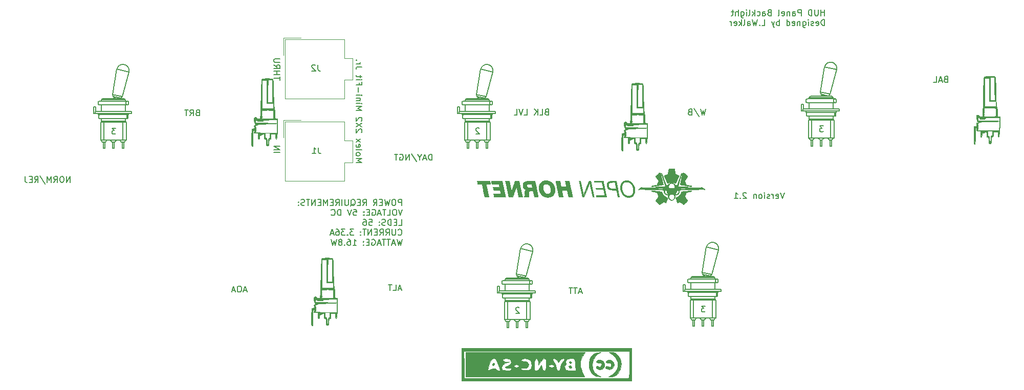
<source format=gbr>
%TF.GenerationSoftware,KiCad,Pcbnew,(5.1.10)-1*%
%TF.CreationDate,2021-11-17T10:49:59+11:00*%
%TF.ProjectId,HUD Panel PCB V2,48554420-5061-46e6-956c-205043422056,rev?*%
%TF.SameCoordinates,Original*%
%TF.FileFunction,Legend,Bot*%
%TF.FilePolarity,Positive*%
%FSLAX46Y46*%
G04 Gerber Fmt 4.6, Leading zero omitted, Abs format (unit mm)*
G04 Created by KiCad (PCBNEW (5.1.10)-1) date 2021-11-17 10:49:59*
%MOMM*%
%LPD*%
G01*
G04 APERTURE LIST*
%ADD10C,0.150000*%
%ADD11C,0.010000*%
%ADD12C,0.200000*%
%ADD13C,0.120000*%
G04 APERTURE END LIST*
D10*
X201167476Y-70191380D02*
X200834142Y-71191380D01*
X200500809Y-70191380D01*
X199786523Y-71143761D02*
X199881761Y-71191380D01*
X200072238Y-71191380D01*
X200167476Y-71143761D01*
X200215095Y-71048523D01*
X200215095Y-70667571D01*
X200167476Y-70572333D01*
X200072238Y-70524714D01*
X199881761Y-70524714D01*
X199786523Y-70572333D01*
X199738904Y-70667571D01*
X199738904Y-70762809D01*
X200215095Y-70858047D01*
X199310333Y-71191380D02*
X199310333Y-70524714D01*
X199310333Y-70715190D02*
X199262714Y-70619952D01*
X199215095Y-70572333D01*
X199119857Y-70524714D01*
X199024619Y-70524714D01*
X198738904Y-71143761D02*
X198643666Y-71191380D01*
X198453190Y-71191380D01*
X198357952Y-71143761D01*
X198310333Y-71048523D01*
X198310333Y-71000904D01*
X198357952Y-70905666D01*
X198453190Y-70858047D01*
X198596047Y-70858047D01*
X198691285Y-70810428D01*
X198738904Y-70715190D01*
X198738904Y-70667571D01*
X198691285Y-70572333D01*
X198596047Y-70524714D01*
X198453190Y-70524714D01*
X198357952Y-70572333D01*
X197881761Y-71191380D02*
X197881761Y-70524714D01*
X197881761Y-70191380D02*
X197929380Y-70239000D01*
X197881761Y-70286619D01*
X197834142Y-70239000D01*
X197881761Y-70191380D01*
X197881761Y-70286619D01*
X197262714Y-71191380D02*
X197357952Y-71143761D01*
X197405571Y-71096142D01*
X197453190Y-71000904D01*
X197453190Y-70715190D01*
X197405571Y-70619952D01*
X197357952Y-70572333D01*
X197262714Y-70524714D01*
X197119857Y-70524714D01*
X197024619Y-70572333D01*
X196977000Y-70619952D01*
X196929380Y-70715190D01*
X196929380Y-71000904D01*
X196977000Y-71096142D01*
X197024619Y-71143761D01*
X197119857Y-71191380D01*
X197262714Y-71191380D01*
X196500809Y-70524714D02*
X196500809Y-71191380D01*
X196500809Y-70619952D02*
X196453190Y-70572333D01*
X196357952Y-70524714D01*
X196215095Y-70524714D01*
X196119857Y-70572333D01*
X196072238Y-70667571D01*
X196072238Y-71191380D01*
X194881761Y-70286619D02*
X194834142Y-70239000D01*
X194738904Y-70191380D01*
X194500809Y-70191380D01*
X194405571Y-70239000D01*
X194357952Y-70286619D01*
X194310333Y-70381857D01*
X194310333Y-70477095D01*
X194357952Y-70619952D01*
X194929380Y-71191380D01*
X194310333Y-71191380D01*
X193881761Y-71096142D02*
X193834142Y-71143761D01*
X193881761Y-71191380D01*
X193929380Y-71143761D01*
X193881761Y-71096142D01*
X193881761Y-71191380D01*
X192881761Y-71191380D02*
X193453190Y-71191380D01*
X193167476Y-71191380D02*
X193167476Y-70191380D01*
X193262714Y-70334238D01*
X193357952Y-70429476D01*
X193453190Y-70477095D01*
X137840404Y-72336380D02*
X137840404Y-71336380D01*
X137459452Y-71336380D01*
X137364214Y-71384000D01*
X137316595Y-71431619D01*
X137268976Y-71526857D01*
X137268976Y-71669714D01*
X137316595Y-71764952D01*
X137364214Y-71812571D01*
X137459452Y-71860190D01*
X137840404Y-71860190D01*
X136649928Y-71336380D02*
X136459452Y-71336380D01*
X136364214Y-71384000D01*
X136268976Y-71479238D01*
X136221357Y-71669714D01*
X136221357Y-72003047D01*
X136268976Y-72193523D01*
X136364214Y-72288761D01*
X136459452Y-72336380D01*
X136649928Y-72336380D01*
X136745166Y-72288761D01*
X136840404Y-72193523D01*
X136888023Y-72003047D01*
X136888023Y-71669714D01*
X136840404Y-71479238D01*
X136745166Y-71384000D01*
X136649928Y-71336380D01*
X135888023Y-71336380D02*
X135649928Y-72336380D01*
X135459452Y-71622095D01*
X135268976Y-72336380D01*
X135030880Y-71336380D01*
X134649928Y-71812571D02*
X134316595Y-71812571D01*
X134173738Y-72336380D02*
X134649928Y-72336380D01*
X134649928Y-71336380D01*
X134173738Y-71336380D01*
X133173738Y-72336380D02*
X133507071Y-71860190D01*
X133745166Y-72336380D02*
X133745166Y-71336380D01*
X133364214Y-71336380D01*
X133268976Y-71384000D01*
X133221357Y-71431619D01*
X133173738Y-71526857D01*
X133173738Y-71669714D01*
X133221357Y-71764952D01*
X133268976Y-71812571D01*
X133364214Y-71860190D01*
X133745166Y-71860190D01*
X131411833Y-72336380D02*
X131745166Y-71860190D01*
X131983261Y-72336380D02*
X131983261Y-71336380D01*
X131602309Y-71336380D01*
X131507071Y-71384000D01*
X131459452Y-71431619D01*
X131411833Y-71526857D01*
X131411833Y-71669714D01*
X131459452Y-71764952D01*
X131507071Y-71812571D01*
X131602309Y-71860190D01*
X131983261Y-71860190D01*
X130983261Y-71812571D02*
X130649928Y-71812571D01*
X130507071Y-72336380D02*
X130983261Y-72336380D01*
X130983261Y-71336380D01*
X130507071Y-71336380D01*
X129411833Y-72431619D02*
X129507071Y-72384000D01*
X129602309Y-72288761D01*
X129745166Y-72145904D01*
X129840404Y-72098285D01*
X129935642Y-72098285D01*
X129888023Y-72336380D02*
X129983261Y-72288761D01*
X130078500Y-72193523D01*
X130126119Y-72003047D01*
X130126119Y-71669714D01*
X130078500Y-71479238D01*
X129983261Y-71384000D01*
X129888023Y-71336380D01*
X129697547Y-71336380D01*
X129602309Y-71384000D01*
X129507071Y-71479238D01*
X129459452Y-71669714D01*
X129459452Y-72003047D01*
X129507071Y-72193523D01*
X129602309Y-72288761D01*
X129697547Y-72336380D01*
X129888023Y-72336380D01*
X129030880Y-71336380D02*
X129030880Y-72145904D01*
X128983261Y-72241142D01*
X128935642Y-72288761D01*
X128840404Y-72336380D01*
X128649928Y-72336380D01*
X128554690Y-72288761D01*
X128507071Y-72241142D01*
X128459452Y-72145904D01*
X128459452Y-71336380D01*
X127983261Y-72336380D02*
X127983261Y-71336380D01*
X126935642Y-72336380D02*
X127268976Y-71860190D01*
X127507071Y-72336380D02*
X127507071Y-71336380D01*
X127126119Y-71336380D01*
X127030880Y-71384000D01*
X126983261Y-71431619D01*
X126935642Y-71526857D01*
X126935642Y-71669714D01*
X126983261Y-71764952D01*
X127030880Y-71812571D01*
X127126119Y-71860190D01*
X127507071Y-71860190D01*
X126507071Y-71812571D02*
X126173738Y-71812571D01*
X126030880Y-72336380D02*
X126507071Y-72336380D01*
X126507071Y-71336380D01*
X126030880Y-71336380D01*
X125602309Y-72336380D02*
X125602309Y-71336380D01*
X125268976Y-72050666D01*
X124935642Y-71336380D01*
X124935642Y-72336380D01*
X124459452Y-71812571D02*
X124126119Y-71812571D01*
X123983261Y-72336380D02*
X124459452Y-72336380D01*
X124459452Y-71336380D01*
X123983261Y-71336380D01*
X123554690Y-72336380D02*
X123554690Y-71336380D01*
X122983261Y-72336380D01*
X122983261Y-71336380D01*
X122649928Y-71336380D02*
X122078500Y-71336380D01*
X122364214Y-72336380D02*
X122364214Y-71336380D01*
X121792785Y-72288761D02*
X121649928Y-72336380D01*
X121411833Y-72336380D01*
X121316595Y-72288761D01*
X121268976Y-72241142D01*
X121221357Y-72145904D01*
X121221357Y-72050666D01*
X121268976Y-71955428D01*
X121316595Y-71907809D01*
X121411833Y-71860190D01*
X121602309Y-71812571D01*
X121697547Y-71764952D01*
X121745166Y-71717333D01*
X121792785Y-71622095D01*
X121792785Y-71526857D01*
X121745166Y-71431619D01*
X121697547Y-71384000D01*
X121602309Y-71336380D01*
X121364214Y-71336380D01*
X121221357Y-71384000D01*
X120792785Y-72241142D02*
X120745166Y-72288761D01*
X120792785Y-72336380D01*
X120840404Y-72288761D01*
X120792785Y-72241142D01*
X120792785Y-72336380D01*
X120792785Y-71717333D02*
X120745166Y-71764952D01*
X120792785Y-71812571D01*
X120840404Y-71764952D01*
X120792785Y-71717333D01*
X120792785Y-71812571D01*
X137983261Y-72986380D02*
X137649928Y-73986380D01*
X137316595Y-72986380D01*
X136792785Y-72986380D02*
X136602309Y-72986380D01*
X136507071Y-73034000D01*
X136411833Y-73129238D01*
X136364214Y-73319714D01*
X136364214Y-73653047D01*
X136411833Y-73843523D01*
X136507071Y-73938761D01*
X136602309Y-73986380D01*
X136792785Y-73986380D01*
X136888023Y-73938761D01*
X136983261Y-73843523D01*
X137030880Y-73653047D01*
X137030880Y-73319714D01*
X136983261Y-73129238D01*
X136888023Y-73034000D01*
X136792785Y-72986380D01*
X135459452Y-73986380D02*
X135935642Y-73986380D01*
X135935642Y-72986380D01*
X135268976Y-72986380D02*
X134697547Y-72986380D01*
X134983261Y-73986380D02*
X134983261Y-72986380D01*
X134411833Y-73700666D02*
X133935642Y-73700666D01*
X134507071Y-73986380D02*
X134173738Y-72986380D01*
X133840404Y-73986380D01*
X132983261Y-73034000D02*
X133078500Y-72986380D01*
X133221357Y-72986380D01*
X133364214Y-73034000D01*
X133459452Y-73129238D01*
X133507071Y-73224476D01*
X133554690Y-73414952D01*
X133554690Y-73557809D01*
X133507071Y-73748285D01*
X133459452Y-73843523D01*
X133364214Y-73938761D01*
X133221357Y-73986380D01*
X133126119Y-73986380D01*
X132983261Y-73938761D01*
X132935642Y-73891142D01*
X132935642Y-73557809D01*
X133126119Y-73557809D01*
X132507071Y-73462571D02*
X132173738Y-73462571D01*
X132030880Y-73986380D02*
X132507071Y-73986380D01*
X132507071Y-72986380D01*
X132030880Y-72986380D01*
X131602309Y-73891142D02*
X131554690Y-73938761D01*
X131602309Y-73986380D01*
X131649928Y-73938761D01*
X131602309Y-73891142D01*
X131602309Y-73986380D01*
X131602309Y-73367333D02*
X131554690Y-73414952D01*
X131602309Y-73462571D01*
X131649928Y-73414952D01*
X131602309Y-73367333D01*
X131602309Y-73462571D01*
X129888023Y-72986380D02*
X130364214Y-72986380D01*
X130411833Y-73462571D01*
X130364214Y-73414952D01*
X130268976Y-73367333D01*
X130030880Y-73367333D01*
X129935642Y-73414952D01*
X129888023Y-73462571D01*
X129840404Y-73557809D01*
X129840404Y-73795904D01*
X129888023Y-73891142D01*
X129935642Y-73938761D01*
X130030880Y-73986380D01*
X130268976Y-73986380D01*
X130364214Y-73938761D01*
X130411833Y-73891142D01*
X129554690Y-72986380D02*
X129221357Y-73986380D01*
X128888023Y-72986380D01*
X127792785Y-73986380D02*
X127792785Y-72986380D01*
X127554690Y-72986380D01*
X127411833Y-73034000D01*
X127316595Y-73129238D01*
X127268976Y-73224476D01*
X127221357Y-73414952D01*
X127221357Y-73557809D01*
X127268976Y-73748285D01*
X127316595Y-73843523D01*
X127411833Y-73938761D01*
X127554690Y-73986380D01*
X127792785Y-73986380D01*
X126221357Y-73891142D02*
X126268976Y-73938761D01*
X126411833Y-73986380D01*
X126507071Y-73986380D01*
X126649928Y-73938761D01*
X126745166Y-73843523D01*
X126792785Y-73748285D01*
X126840404Y-73557809D01*
X126840404Y-73414952D01*
X126792785Y-73224476D01*
X126745166Y-73129238D01*
X126649928Y-73034000D01*
X126507071Y-72986380D01*
X126411833Y-72986380D01*
X126268976Y-73034000D01*
X126221357Y-73081619D01*
X137364214Y-75636380D02*
X137840404Y-75636380D01*
X137840404Y-74636380D01*
X137030880Y-75112571D02*
X136697547Y-75112571D01*
X136554690Y-75636380D02*
X137030880Y-75636380D01*
X137030880Y-74636380D01*
X136554690Y-74636380D01*
X136126119Y-75636380D02*
X136126119Y-74636380D01*
X135888023Y-74636380D01*
X135745166Y-74684000D01*
X135649928Y-74779238D01*
X135602309Y-74874476D01*
X135554690Y-75064952D01*
X135554690Y-75207809D01*
X135602309Y-75398285D01*
X135649928Y-75493523D01*
X135745166Y-75588761D01*
X135888023Y-75636380D01*
X136126119Y-75636380D01*
X135173738Y-75588761D02*
X135030880Y-75636380D01*
X134792785Y-75636380D01*
X134697547Y-75588761D01*
X134649928Y-75541142D01*
X134602309Y-75445904D01*
X134602309Y-75350666D01*
X134649928Y-75255428D01*
X134697547Y-75207809D01*
X134792785Y-75160190D01*
X134983261Y-75112571D01*
X135078500Y-75064952D01*
X135126119Y-75017333D01*
X135173738Y-74922095D01*
X135173738Y-74826857D01*
X135126119Y-74731619D01*
X135078500Y-74684000D01*
X134983261Y-74636380D01*
X134745166Y-74636380D01*
X134602309Y-74684000D01*
X134173738Y-75541142D02*
X134126119Y-75588761D01*
X134173738Y-75636380D01*
X134221357Y-75588761D01*
X134173738Y-75541142D01*
X134173738Y-75636380D01*
X134173738Y-75017333D02*
X134126119Y-75064952D01*
X134173738Y-75112571D01*
X134221357Y-75064952D01*
X134173738Y-75017333D01*
X134173738Y-75112571D01*
X132459452Y-74636380D02*
X132935642Y-74636380D01*
X132983261Y-75112571D01*
X132935642Y-75064952D01*
X132840404Y-75017333D01*
X132602309Y-75017333D01*
X132507071Y-75064952D01*
X132459452Y-75112571D01*
X132411833Y-75207809D01*
X132411833Y-75445904D01*
X132459452Y-75541142D01*
X132507071Y-75588761D01*
X132602309Y-75636380D01*
X132840404Y-75636380D01*
X132935642Y-75588761D01*
X132983261Y-75541142D01*
X131554690Y-74636380D02*
X131745166Y-74636380D01*
X131840404Y-74684000D01*
X131888023Y-74731619D01*
X131983261Y-74874476D01*
X132030880Y-75064952D01*
X132030880Y-75445904D01*
X131983261Y-75541142D01*
X131935642Y-75588761D01*
X131840404Y-75636380D01*
X131649928Y-75636380D01*
X131554690Y-75588761D01*
X131507071Y-75541142D01*
X131459452Y-75445904D01*
X131459452Y-75207809D01*
X131507071Y-75112571D01*
X131554690Y-75064952D01*
X131649928Y-75017333D01*
X131840404Y-75017333D01*
X131935642Y-75064952D01*
X131983261Y-75112571D01*
X132030880Y-75207809D01*
X137268976Y-77191142D02*
X137316595Y-77238761D01*
X137459452Y-77286380D01*
X137554690Y-77286380D01*
X137697547Y-77238761D01*
X137792785Y-77143523D01*
X137840404Y-77048285D01*
X137888023Y-76857809D01*
X137888023Y-76714952D01*
X137840404Y-76524476D01*
X137792785Y-76429238D01*
X137697547Y-76334000D01*
X137554690Y-76286380D01*
X137459452Y-76286380D01*
X137316595Y-76334000D01*
X137268976Y-76381619D01*
X136840404Y-76286380D02*
X136840404Y-77095904D01*
X136792785Y-77191142D01*
X136745166Y-77238761D01*
X136649928Y-77286380D01*
X136459452Y-77286380D01*
X136364214Y-77238761D01*
X136316595Y-77191142D01*
X136268976Y-77095904D01*
X136268976Y-76286380D01*
X135221357Y-77286380D02*
X135554690Y-76810190D01*
X135792785Y-77286380D02*
X135792785Y-76286380D01*
X135411833Y-76286380D01*
X135316595Y-76334000D01*
X135268976Y-76381619D01*
X135221357Y-76476857D01*
X135221357Y-76619714D01*
X135268976Y-76714952D01*
X135316595Y-76762571D01*
X135411833Y-76810190D01*
X135792785Y-76810190D01*
X134221357Y-77286380D02*
X134554690Y-76810190D01*
X134792785Y-77286380D02*
X134792785Y-76286380D01*
X134411833Y-76286380D01*
X134316595Y-76334000D01*
X134268976Y-76381619D01*
X134221357Y-76476857D01*
X134221357Y-76619714D01*
X134268976Y-76714952D01*
X134316595Y-76762571D01*
X134411833Y-76810190D01*
X134792785Y-76810190D01*
X133792785Y-76762571D02*
X133459452Y-76762571D01*
X133316595Y-77286380D02*
X133792785Y-77286380D01*
X133792785Y-76286380D01*
X133316595Y-76286380D01*
X132888023Y-77286380D02*
X132888023Y-76286380D01*
X132316595Y-77286380D01*
X132316595Y-76286380D01*
X131983261Y-76286380D02*
X131411833Y-76286380D01*
X131697547Y-77286380D02*
X131697547Y-76286380D01*
X131078500Y-77191142D02*
X131030880Y-77238761D01*
X131078500Y-77286380D01*
X131126119Y-77238761D01*
X131078500Y-77191142D01*
X131078500Y-77286380D01*
X131078500Y-76667333D02*
X131030880Y-76714952D01*
X131078500Y-76762571D01*
X131126119Y-76714952D01*
X131078500Y-76667333D01*
X131078500Y-76762571D01*
X129935642Y-76286380D02*
X129316595Y-76286380D01*
X129649928Y-76667333D01*
X129507071Y-76667333D01*
X129411833Y-76714952D01*
X129364214Y-76762571D01*
X129316595Y-76857809D01*
X129316595Y-77095904D01*
X129364214Y-77191142D01*
X129411833Y-77238761D01*
X129507071Y-77286380D01*
X129792785Y-77286380D01*
X129888023Y-77238761D01*
X129935642Y-77191142D01*
X128888023Y-77191142D02*
X128840404Y-77238761D01*
X128888023Y-77286380D01*
X128935642Y-77238761D01*
X128888023Y-77191142D01*
X128888023Y-77286380D01*
X128507071Y-76286380D02*
X127888023Y-76286380D01*
X128221357Y-76667333D01*
X128078500Y-76667333D01*
X127983261Y-76714952D01*
X127935642Y-76762571D01*
X127888023Y-76857809D01*
X127888023Y-77095904D01*
X127935642Y-77191142D01*
X127983261Y-77238761D01*
X128078500Y-77286380D01*
X128364214Y-77286380D01*
X128459452Y-77238761D01*
X128507071Y-77191142D01*
X127030880Y-76286380D02*
X127221357Y-76286380D01*
X127316595Y-76334000D01*
X127364214Y-76381619D01*
X127459452Y-76524476D01*
X127507071Y-76714952D01*
X127507071Y-77095904D01*
X127459452Y-77191142D01*
X127411833Y-77238761D01*
X127316595Y-77286380D01*
X127126119Y-77286380D01*
X127030880Y-77238761D01*
X126983261Y-77191142D01*
X126935642Y-77095904D01*
X126935642Y-76857809D01*
X126983261Y-76762571D01*
X127030880Y-76714952D01*
X127126119Y-76667333D01*
X127316595Y-76667333D01*
X127411833Y-76714952D01*
X127459452Y-76762571D01*
X127507071Y-76857809D01*
X126554690Y-77000666D02*
X126078500Y-77000666D01*
X126649928Y-77286380D02*
X126316595Y-76286380D01*
X125983261Y-77286380D01*
X137935642Y-77936380D02*
X137697547Y-78936380D01*
X137507071Y-78222095D01*
X137316595Y-78936380D01*
X137078500Y-77936380D01*
X136745166Y-78650666D02*
X136268976Y-78650666D01*
X136840404Y-78936380D02*
X136507071Y-77936380D01*
X136173738Y-78936380D01*
X135983261Y-77936380D02*
X135411833Y-77936380D01*
X135697547Y-78936380D02*
X135697547Y-77936380D01*
X135221357Y-77936380D02*
X134649928Y-77936380D01*
X134935642Y-78936380D02*
X134935642Y-77936380D01*
X134364214Y-78650666D02*
X133888023Y-78650666D01*
X134459452Y-78936380D02*
X134126119Y-77936380D01*
X133792785Y-78936380D01*
X132935642Y-77984000D02*
X133030880Y-77936380D01*
X133173738Y-77936380D01*
X133316595Y-77984000D01*
X133411833Y-78079238D01*
X133459452Y-78174476D01*
X133507071Y-78364952D01*
X133507071Y-78507809D01*
X133459452Y-78698285D01*
X133411833Y-78793523D01*
X133316595Y-78888761D01*
X133173738Y-78936380D01*
X133078500Y-78936380D01*
X132935642Y-78888761D01*
X132888023Y-78841142D01*
X132888023Y-78507809D01*
X133078500Y-78507809D01*
X132459452Y-78412571D02*
X132126119Y-78412571D01*
X131983261Y-78936380D02*
X132459452Y-78936380D01*
X132459452Y-77936380D01*
X131983261Y-77936380D01*
X131554690Y-78841142D02*
X131507071Y-78888761D01*
X131554690Y-78936380D01*
X131602309Y-78888761D01*
X131554690Y-78841142D01*
X131554690Y-78936380D01*
X131554690Y-78317333D02*
X131507071Y-78364952D01*
X131554690Y-78412571D01*
X131602309Y-78364952D01*
X131554690Y-78317333D01*
X131554690Y-78412571D01*
X129792785Y-78936380D02*
X130364214Y-78936380D01*
X130078500Y-78936380D02*
X130078500Y-77936380D01*
X130173738Y-78079238D01*
X130268976Y-78174476D01*
X130364214Y-78222095D01*
X128935642Y-77936380D02*
X129126119Y-77936380D01*
X129221357Y-77984000D01*
X129268976Y-78031619D01*
X129364214Y-78174476D01*
X129411833Y-78364952D01*
X129411833Y-78745904D01*
X129364214Y-78841142D01*
X129316595Y-78888761D01*
X129221357Y-78936380D01*
X129030880Y-78936380D01*
X128935642Y-78888761D01*
X128888023Y-78841142D01*
X128840404Y-78745904D01*
X128840404Y-78507809D01*
X128888023Y-78412571D01*
X128935642Y-78364952D01*
X129030880Y-78317333D01*
X129221357Y-78317333D01*
X129316595Y-78364952D01*
X129364214Y-78412571D01*
X129411833Y-78507809D01*
X128411833Y-78841142D02*
X128364214Y-78888761D01*
X128411833Y-78936380D01*
X128459452Y-78888761D01*
X128411833Y-78841142D01*
X128411833Y-78936380D01*
X127792785Y-78364952D02*
X127888023Y-78317333D01*
X127935642Y-78269714D01*
X127983261Y-78174476D01*
X127983261Y-78126857D01*
X127935642Y-78031619D01*
X127888023Y-77984000D01*
X127792785Y-77936380D01*
X127602309Y-77936380D01*
X127507071Y-77984000D01*
X127459452Y-78031619D01*
X127411833Y-78126857D01*
X127411833Y-78174476D01*
X127459452Y-78269714D01*
X127507071Y-78317333D01*
X127602309Y-78364952D01*
X127792785Y-78364952D01*
X127888023Y-78412571D01*
X127935642Y-78460190D01*
X127983261Y-78555428D01*
X127983261Y-78745904D01*
X127935642Y-78841142D01*
X127888023Y-78888761D01*
X127792785Y-78936380D01*
X127602309Y-78936380D01*
X127507071Y-78888761D01*
X127459452Y-78841142D01*
X127411833Y-78745904D01*
X127411833Y-78555428D01*
X127459452Y-78460190D01*
X127507071Y-78412571D01*
X127602309Y-78364952D01*
X127078500Y-77936380D02*
X126840404Y-78936380D01*
X126649928Y-78222095D01*
X126459452Y-78936380D01*
X126221357Y-77936380D01*
X82986095Y-68524380D02*
X82986095Y-67524380D01*
X82414666Y-68524380D01*
X82414666Y-67524380D01*
X81748000Y-67524380D02*
X81557523Y-67524380D01*
X81462285Y-67572000D01*
X81367047Y-67667238D01*
X81319428Y-67857714D01*
X81319428Y-68191047D01*
X81367047Y-68381523D01*
X81462285Y-68476761D01*
X81557523Y-68524380D01*
X81748000Y-68524380D01*
X81843238Y-68476761D01*
X81938476Y-68381523D01*
X81986095Y-68191047D01*
X81986095Y-67857714D01*
X81938476Y-67667238D01*
X81843238Y-67572000D01*
X81748000Y-67524380D01*
X80319428Y-68524380D02*
X80652761Y-68048190D01*
X80890857Y-68524380D02*
X80890857Y-67524380D01*
X80509904Y-67524380D01*
X80414666Y-67572000D01*
X80367047Y-67619619D01*
X80319428Y-67714857D01*
X80319428Y-67857714D01*
X80367047Y-67952952D01*
X80414666Y-68000571D01*
X80509904Y-68048190D01*
X80890857Y-68048190D01*
X79890857Y-68524380D02*
X79890857Y-67524380D01*
X79557523Y-68238666D01*
X79224190Y-67524380D01*
X79224190Y-68524380D01*
X78033714Y-67476761D02*
X78890857Y-68762476D01*
X77128952Y-68524380D02*
X77462285Y-68048190D01*
X77700380Y-68524380D02*
X77700380Y-67524380D01*
X77319428Y-67524380D01*
X77224190Y-67572000D01*
X77176571Y-67619619D01*
X77128952Y-67714857D01*
X77128952Y-67857714D01*
X77176571Y-67952952D01*
X77224190Y-68000571D01*
X77319428Y-68048190D01*
X77700380Y-68048190D01*
X76700380Y-68000571D02*
X76367047Y-68000571D01*
X76224190Y-68524380D02*
X76700380Y-68524380D01*
X76700380Y-67524380D01*
X76224190Y-67524380D01*
X75509904Y-67524380D02*
X75509904Y-68238666D01*
X75557523Y-68381523D01*
X75652761Y-68476761D01*
X75795619Y-68524380D01*
X75890857Y-68524380D01*
X167624000Y-86653666D02*
X167147809Y-86653666D01*
X167719238Y-86939380D02*
X167385904Y-85939380D01*
X167052571Y-86939380D01*
X166862095Y-85939380D02*
X166290666Y-85939380D01*
X166576380Y-86939380D02*
X166576380Y-85939380D01*
X166100190Y-85939380D02*
X165528761Y-85939380D01*
X165814476Y-86939380D02*
X165814476Y-85939380D01*
X137802809Y-86145666D02*
X137326619Y-86145666D01*
X137898047Y-86431380D02*
X137564714Y-85431380D01*
X137231380Y-86431380D01*
X136421857Y-86431380D02*
X136898047Y-86431380D01*
X136898047Y-85431380D01*
X136231380Y-85431380D02*
X135659952Y-85431380D01*
X135945666Y-86431380D02*
X135945666Y-85431380D01*
X112188476Y-86399666D02*
X111712285Y-86399666D01*
X112283714Y-86685380D02*
X111950380Y-85685380D01*
X111617047Y-86685380D01*
X111093238Y-85685380D02*
X110902761Y-85685380D01*
X110807523Y-85733000D01*
X110712285Y-85828238D01*
X110664666Y-86018714D01*
X110664666Y-86352047D01*
X110712285Y-86542523D01*
X110807523Y-86637761D01*
X110902761Y-86685380D01*
X111093238Y-86685380D01*
X111188476Y-86637761D01*
X111283714Y-86542523D01*
X111331333Y-86352047D01*
X111331333Y-86018714D01*
X111283714Y-85828238D01*
X111188476Y-85733000D01*
X111093238Y-85685380D01*
X110283714Y-86399666D02*
X109807523Y-86399666D01*
X110378952Y-86685380D02*
X110045619Y-85685380D01*
X109712285Y-86685380D01*
X227863304Y-51414371D02*
X227720447Y-51461990D01*
X227672828Y-51509609D01*
X227625209Y-51604847D01*
X227625209Y-51747704D01*
X227672828Y-51842942D01*
X227720447Y-51890561D01*
X227815685Y-51938180D01*
X228196638Y-51938180D01*
X228196638Y-50938180D01*
X227863304Y-50938180D01*
X227768066Y-50985800D01*
X227720447Y-51033419D01*
X227672828Y-51128657D01*
X227672828Y-51223895D01*
X227720447Y-51319133D01*
X227768066Y-51366752D01*
X227863304Y-51414371D01*
X228196638Y-51414371D01*
X227244257Y-51652466D02*
X226768066Y-51652466D01*
X227339495Y-51938180D02*
X227006161Y-50938180D01*
X226672828Y-51938180D01*
X225863304Y-51938180D02*
X226339495Y-51938180D01*
X226339495Y-50938180D01*
X188142380Y-56348380D02*
X187904285Y-57348380D01*
X187713809Y-56634095D01*
X187523333Y-57348380D01*
X187285238Y-56348380D01*
X186190000Y-56300761D02*
X187047142Y-57586476D01*
X185523333Y-56824571D02*
X185380476Y-56872190D01*
X185332857Y-56919809D01*
X185285238Y-57015047D01*
X185285238Y-57157904D01*
X185332857Y-57253142D01*
X185380476Y-57300761D01*
X185475714Y-57348380D01*
X185856666Y-57348380D01*
X185856666Y-56348380D01*
X185523333Y-56348380D01*
X185428095Y-56396000D01*
X185380476Y-56443619D01*
X185332857Y-56538857D01*
X185332857Y-56634095D01*
X185380476Y-56729333D01*
X185428095Y-56776952D01*
X185523333Y-56824571D01*
X185856666Y-56824571D01*
X161837380Y-56824571D02*
X161694523Y-56872190D01*
X161646904Y-56919809D01*
X161599285Y-57015047D01*
X161599285Y-57157904D01*
X161646904Y-57253142D01*
X161694523Y-57300761D01*
X161789761Y-57348380D01*
X162170714Y-57348380D01*
X162170714Y-56348380D01*
X161837380Y-56348380D01*
X161742142Y-56396000D01*
X161694523Y-56443619D01*
X161646904Y-56538857D01*
X161646904Y-56634095D01*
X161694523Y-56729333D01*
X161742142Y-56776952D01*
X161837380Y-56824571D01*
X162170714Y-56824571D01*
X160694523Y-57348380D02*
X161170714Y-57348380D01*
X161170714Y-56348380D01*
X160361190Y-57348380D02*
X160361190Y-56348380D01*
X159789761Y-57348380D02*
X160218333Y-56776952D01*
X159789761Y-56348380D02*
X160361190Y-56919809D01*
X158123095Y-57348380D02*
X158599285Y-57348380D01*
X158599285Y-56348380D01*
X157932619Y-56348380D02*
X157599285Y-57348380D01*
X157265952Y-56348380D01*
X156456428Y-57348380D02*
X156932619Y-57348380D01*
X156932619Y-56348380D01*
X142874619Y-64841380D02*
X142874619Y-63841380D01*
X142636523Y-63841380D01*
X142493666Y-63889000D01*
X142398428Y-63984238D01*
X142350809Y-64079476D01*
X142303190Y-64269952D01*
X142303190Y-64412809D01*
X142350809Y-64603285D01*
X142398428Y-64698523D01*
X142493666Y-64793761D01*
X142636523Y-64841380D01*
X142874619Y-64841380D01*
X141922238Y-64555666D02*
X141446047Y-64555666D01*
X142017476Y-64841380D02*
X141684142Y-63841380D01*
X141350809Y-64841380D01*
X140827000Y-64365190D02*
X140827000Y-64841380D01*
X141160333Y-63841380D02*
X140827000Y-64365190D01*
X140493666Y-63841380D01*
X139446047Y-63793761D02*
X140303190Y-65079476D01*
X139112714Y-64841380D02*
X139112714Y-63841380D01*
X138541285Y-64841380D01*
X138541285Y-63841380D01*
X137541285Y-63889000D02*
X137636523Y-63841380D01*
X137779380Y-63841380D01*
X137922238Y-63889000D01*
X138017476Y-63984238D01*
X138065095Y-64079476D01*
X138112714Y-64269952D01*
X138112714Y-64412809D01*
X138065095Y-64603285D01*
X138017476Y-64698523D01*
X137922238Y-64793761D01*
X137779380Y-64841380D01*
X137684142Y-64841380D01*
X137541285Y-64793761D01*
X137493666Y-64746142D01*
X137493666Y-64412809D01*
X137684142Y-64412809D01*
X137207952Y-63841380D02*
X136636523Y-63841380D01*
X136922238Y-64841380D02*
X136922238Y-63841380D01*
X104060523Y-56951571D02*
X103917666Y-56999190D01*
X103870047Y-57046809D01*
X103822428Y-57142047D01*
X103822428Y-57284904D01*
X103870047Y-57380142D01*
X103917666Y-57427761D01*
X104012904Y-57475380D01*
X104393857Y-57475380D01*
X104393857Y-56475380D01*
X104060523Y-56475380D01*
X103965285Y-56523000D01*
X103917666Y-56570619D01*
X103870047Y-56665857D01*
X103870047Y-56761095D01*
X103917666Y-56856333D01*
X103965285Y-56903952D01*
X104060523Y-56951571D01*
X104393857Y-56951571D01*
X102822428Y-57475380D02*
X103155761Y-56999190D01*
X103393857Y-57475380D02*
X103393857Y-56475380D01*
X103012904Y-56475380D01*
X102917666Y-56523000D01*
X102870047Y-56570619D01*
X102822428Y-56665857D01*
X102822428Y-56808714D01*
X102870047Y-56903952D01*
X102917666Y-56951571D01*
X103012904Y-56999190D01*
X103393857Y-56999190D01*
X102536714Y-56475380D02*
X101965285Y-56475380D01*
X102251000Y-57475380D02*
X102251000Y-56475380D01*
X117697619Y-51583333D02*
X117697619Y-51011904D01*
X116697619Y-51297619D02*
X117697619Y-51297619D01*
X116697619Y-50678571D02*
X117697619Y-50678571D01*
X117221428Y-50678571D02*
X117221428Y-50107142D01*
X116697619Y-50107142D02*
X117697619Y-50107142D01*
X116697619Y-49059523D02*
X117173809Y-49392857D01*
X116697619Y-49630952D02*
X117697619Y-49630952D01*
X117697619Y-49250000D01*
X117650000Y-49154761D01*
X117602380Y-49107142D01*
X117507142Y-49059523D01*
X117364285Y-49059523D01*
X117269047Y-49107142D01*
X117221428Y-49154761D01*
X117173809Y-49250000D01*
X117173809Y-49630952D01*
X117697619Y-48630952D02*
X116888095Y-48630952D01*
X116792857Y-48583333D01*
X116745238Y-48535714D01*
X116697619Y-48440476D01*
X116697619Y-48250000D01*
X116745238Y-48154761D01*
X116792857Y-48107142D01*
X116888095Y-48059523D01*
X117697619Y-48059523D01*
X116697619Y-63573809D02*
X117697619Y-63573809D01*
X116697619Y-63097619D02*
X117697619Y-63097619D01*
X116697619Y-62526190D01*
X117697619Y-62526190D01*
X130297619Y-65202380D02*
X131297619Y-65202380D01*
X130583333Y-64869047D01*
X131297619Y-64535714D01*
X130297619Y-64535714D01*
X130297619Y-63916666D02*
X130345238Y-64011904D01*
X130392857Y-64059523D01*
X130488095Y-64107142D01*
X130773809Y-64107142D01*
X130869047Y-64059523D01*
X130916666Y-64011904D01*
X130964285Y-63916666D01*
X130964285Y-63773809D01*
X130916666Y-63678571D01*
X130869047Y-63630952D01*
X130773809Y-63583333D01*
X130488095Y-63583333D01*
X130392857Y-63630952D01*
X130345238Y-63678571D01*
X130297619Y-63773809D01*
X130297619Y-63916666D01*
X130297619Y-63011904D02*
X130345238Y-63107142D01*
X130440476Y-63154761D01*
X131297619Y-63154761D01*
X130345238Y-62250000D02*
X130297619Y-62345238D01*
X130297619Y-62535714D01*
X130345238Y-62630952D01*
X130440476Y-62678571D01*
X130821428Y-62678571D01*
X130916666Y-62630952D01*
X130964285Y-62535714D01*
X130964285Y-62345238D01*
X130916666Y-62250000D01*
X130821428Y-62202380D01*
X130726190Y-62202380D01*
X130630952Y-62678571D01*
X130297619Y-61869047D02*
X130964285Y-61345238D01*
X130964285Y-61869047D02*
X130297619Y-61345238D01*
X131202380Y-60250000D02*
X131250000Y-60202380D01*
X131297619Y-60107142D01*
X131297619Y-59869047D01*
X131250000Y-59773809D01*
X131202380Y-59726190D01*
X131107142Y-59678571D01*
X131011904Y-59678571D01*
X130869047Y-59726190D01*
X130297619Y-60297619D01*
X130297619Y-59678571D01*
X131297619Y-59345238D02*
X130297619Y-58678571D01*
X131297619Y-58678571D02*
X130297619Y-59345238D01*
X131202380Y-58345238D02*
X131250000Y-58297619D01*
X131297619Y-58202380D01*
X131297619Y-57964285D01*
X131250000Y-57869047D01*
X131202380Y-57821428D01*
X131107142Y-57773809D01*
X131011904Y-57773809D01*
X130869047Y-57821428D01*
X130297619Y-58392857D01*
X130297619Y-57773809D01*
X130297619Y-56583333D02*
X131297619Y-56583333D01*
X130583333Y-56250000D01*
X131297619Y-55916666D01*
X130297619Y-55916666D01*
X130297619Y-55440476D02*
X130964285Y-55440476D01*
X131297619Y-55440476D02*
X131250000Y-55488095D01*
X131202380Y-55440476D01*
X131250000Y-55392857D01*
X131297619Y-55440476D01*
X131202380Y-55440476D01*
X130964285Y-54964285D02*
X130297619Y-54964285D01*
X130869047Y-54964285D02*
X130916666Y-54916666D01*
X130964285Y-54821428D01*
X130964285Y-54678571D01*
X130916666Y-54583333D01*
X130821428Y-54535714D01*
X130297619Y-54535714D01*
X130297619Y-54059523D02*
X130964285Y-54059523D01*
X131297619Y-54059523D02*
X131250000Y-54107142D01*
X131202380Y-54059523D01*
X131250000Y-54011904D01*
X131297619Y-54059523D01*
X131202380Y-54059523D01*
X130678571Y-53583333D02*
X130678571Y-52821428D01*
X130821428Y-52011904D02*
X130821428Y-52345238D01*
X130297619Y-52345238D02*
X131297619Y-52345238D01*
X131297619Y-51869047D01*
X130297619Y-51488095D02*
X130964285Y-51488095D01*
X131297619Y-51488095D02*
X131250000Y-51535714D01*
X131202380Y-51488095D01*
X131250000Y-51440476D01*
X131297619Y-51488095D01*
X131202380Y-51488095D01*
X130964285Y-51154761D02*
X130964285Y-50773809D01*
X131297619Y-51011904D02*
X130440476Y-51011904D01*
X130345238Y-50964285D01*
X130297619Y-50869047D01*
X130297619Y-50773809D01*
X131297619Y-49392857D02*
X130583333Y-49392857D01*
X130440476Y-49440476D01*
X130345238Y-49535714D01*
X130297619Y-49678571D01*
X130297619Y-49773809D01*
X130297619Y-48916666D02*
X130964285Y-48916666D01*
X130773809Y-48916666D02*
X130869047Y-48869047D01*
X130916666Y-48821428D01*
X130964285Y-48726190D01*
X130964285Y-48630952D01*
X130392857Y-48297619D02*
X130345238Y-48250000D01*
X130297619Y-48297619D01*
X130345238Y-48345238D01*
X130392857Y-48297619D01*
X130297619Y-48297619D01*
X207817404Y-40902380D02*
X207817404Y-39902380D01*
X207817404Y-40378571D02*
X207245976Y-40378571D01*
X207245976Y-40902380D02*
X207245976Y-39902380D01*
X206769785Y-39902380D02*
X206769785Y-40711904D01*
X206722166Y-40807142D01*
X206674547Y-40854761D01*
X206579309Y-40902380D01*
X206388833Y-40902380D01*
X206293595Y-40854761D01*
X206245976Y-40807142D01*
X206198357Y-40711904D01*
X206198357Y-39902380D01*
X205722166Y-40902380D02*
X205722166Y-39902380D01*
X205484071Y-39902380D01*
X205341214Y-39950000D01*
X205245976Y-40045238D01*
X205198357Y-40140476D01*
X205150738Y-40330952D01*
X205150738Y-40473809D01*
X205198357Y-40664285D01*
X205245976Y-40759523D01*
X205341214Y-40854761D01*
X205484071Y-40902380D01*
X205722166Y-40902380D01*
X203960261Y-40902380D02*
X203960261Y-39902380D01*
X203579309Y-39902380D01*
X203484071Y-39950000D01*
X203436452Y-39997619D01*
X203388833Y-40092857D01*
X203388833Y-40235714D01*
X203436452Y-40330952D01*
X203484071Y-40378571D01*
X203579309Y-40426190D01*
X203960261Y-40426190D01*
X202531690Y-40902380D02*
X202531690Y-40378571D01*
X202579309Y-40283333D01*
X202674547Y-40235714D01*
X202865023Y-40235714D01*
X202960261Y-40283333D01*
X202531690Y-40854761D02*
X202626928Y-40902380D01*
X202865023Y-40902380D01*
X202960261Y-40854761D01*
X203007880Y-40759523D01*
X203007880Y-40664285D01*
X202960261Y-40569047D01*
X202865023Y-40521428D01*
X202626928Y-40521428D01*
X202531690Y-40473809D01*
X202055500Y-40235714D02*
X202055500Y-40902380D01*
X202055500Y-40330952D02*
X202007880Y-40283333D01*
X201912642Y-40235714D01*
X201769785Y-40235714D01*
X201674547Y-40283333D01*
X201626928Y-40378571D01*
X201626928Y-40902380D01*
X200769785Y-40854761D02*
X200865023Y-40902380D01*
X201055500Y-40902380D01*
X201150738Y-40854761D01*
X201198357Y-40759523D01*
X201198357Y-40378571D01*
X201150738Y-40283333D01*
X201055500Y-40235714D01*
X200865023Y-40235714D01*
X200769785Y-40283333D01*
X200722166Y-40378571D01*
X200722166Y-40473809D01*
X201198357Y-40569047D01*
X200150738Y-40902380D02*
X200245976Y-40854761D01*
X200293595Y-40759523D01*
X200293595Y-39902380D01*
X198674547Y-40378571D02*
X198531690Y-40426190D01*
X198484071Y-40473809D01*
X198436452Y-40569047D01*
X198436452Y-40711904D01*
X198484071Y-40807142D01*
X198531690Y-40854761D01*
X198626928Y-40902380D01*
X199007880Y-40902380D01*
X199007880Y-39902380D01*
X198674547Y-39902380D01*
X198579309Y-39950000D01*
X198531690Y-39997619D01*
X198484071Y-40092857D01*
X198484071Y-40188095D01*
X198531690Y-40283333D01*
X198579309Y-40330952D01*
X198674547Y-40378571D01*
X199007880Y-40378571D01*
X197579309Y-40902380D02*
X197579309Y-40378571D01*
X197626928Y-40283333D01*
X197722166Y-40235714D01*
X197912642Y-40235714D01*
X198007880Y-40283333D01*
X197579309Y-40854761D02*
X197674547Y-40902380D01*
X197912642Y-40902380D01*
X198007880Y-40854761D01*
X198055500Y-40759523D01*
X198055500Y-40664285D01*
X198007880Y-40569047D01*
X197912642Y-40521428D01*
X197674547Y-40521428D01*
X197579309Y-40473809D01*
X196674547Y-40854761D02*
X196769785Y-40902380D01*
X196960261Y-40902380D01*
X197055500Y-40854761D01*
X197103119Y-40807142D01*
X197150738Y-40711904D01*
X197150738Y-40426190D01*
X197103119Y-40330952D01*
X197055500Y-40283333D01*
X196960261Y-40235714D01*
X196769785Y-40235714D01*
X196674547Y-40283333D01*
X196245976Y-40902380D02*
X196245976Y-39902380D01*
X196150738Y-40521428D02*
X195865023Y-40902380D01*
X195865023Y-40235714D02*
X196245976Y-40616666D01*
X195293595Y-40902380D02*
X195388833Y-40854761D01*
X195436452Y-40759523D01*
X195436452Y-39902380D01*
X194912642Y-40902380D02*
X194912642Y-40235714D01*
X194912642Y-39902380D02*
X194960261Y-39950000D01*
X194912642Y-39997619D01*
X194865023Y-39950000D01*
X194912642Y-39902380D01*
X194912642Y-39997619D01*
X194007880Y-40235714D02*
X194007880Y-41045238D01*
X194055500Y-41140476D01*
X194103119Y-41188095D01*
X194198357Y-41235714D01*
X194341214Y-41235714D01*
X194436452Y-41188095D01*
X194007880Y-40854761D02*
X194103119Y-40902380D01*
X194293595Y-40902380D01*
X194388833Y-40854761D01*
X194436452Y-40807142D01*
X194484071Y-40711904D01*
X194484071Y-40426190D01*
X194436452Y-40330952D01*
X194388833Y-40283333D01*
X194293595Y-40235714D01*
X194103119Y-40235714D01*
X194007880Y-40283333D01*
X193531690Y-40902380D02*
X193531690Y-39902380D01*
X193103119Y-40902380D02*
X193103119Y-40378571D01*
X193150738Y-40283333D01*
X193245976Y-40235714D01*
X193388833Y-40235714D01*
X193484071Y-40283333D01*
X193531690Y-40330952D01*
X192769785Y-40235714D02*
X192388833Y-40235714D01*
X192626928Y-39902380D02*
X192626928Y-40759523D01*
X192579309Y-40854761D01*
X192484071Y-40902380D01*
X192388833Y-40902380D01*
X207817404Y-42552380D02*
X207817404Y-41552380D01*
X207579309Y-41552380D01*
X207436452Y-41600000D01*
X207341214Y-41695238D01*
X207293595Y-41790476D01*
X207245976Y-41980952D01*
X207245976Y-42123809D01*
X207293595Y-42314285D01*
X207341214Y-42409523D01*
X207436452Y-42504761D01*
X207579309Y-42552380D01*
X207817404Y-42552380D01*
X206436452Y-42504761D02*
X206531690Y-42552380D01*
X206722166Y-42552380D01*
X206817404Y-42504761D01*
X206865023Y-42409523D01*
X206865023Y-42028571D01*
X206817404Y-41933333D01*
X206722166Y-41885714D01*
X206531690Y-41885714D01*
X206436452Y-41933333D01*
X206388833Y-42028571D01*
X206388833Y-42123809D01*
X206865023Y-42219047D01*
X206007880Y-42504761D02*
X205912642Y-42552380D01*
X205722166Y-42552380D01*
X205626928Y-42504761D01*
X205579309Y-42409523D01*
X205579309Y-42361904D01*
X205626928Y-42266666D01*
X205722166Y-42219047D01*
X205865023Y-42219047D01*
X205960261Y-42171428D01*
X206007880Y-42076190D01*
X206007880Y-42028571D01*
X205960261Y-41933333D01*
X205865023Y-41885714D01*
X205722166Y-41885714D01*
X205626928Y-41933333D01*
X205150738Y-42552380D02*
X205150738Y-41885714D01*
X205150738Y-41552380D02*
X205198357Y-41600000D01*
X205150738Y-41647619D01*
X205103119Y-41600000D01*
X205150738Y-41552380D01*
X205150738Y-41647619D01*
X204245976Y-41885714D02*
X204245976Y-42695238D01*
X204293595Y-42790476D01*
X204341214Y-42838095D01*
X204436452Y-42885714D01*
X204579309Y-42885714D01*
X204674547Y-42838095D01*
X204245976Y-42504761D02*
X204341214Y-42552380D01*
X204531690Y-42552380D01*
X204626928Y-42504761D01*
X204674547Y-42457142D01*
X204722166Y-42361904D01*
X204722166Y-42076190D01*
X204674547Y-41980952D01*
X204626928Y-41933333D01*
X204531690Y-41885714D01*
X204341214Y-41885714D01*
X204245976Y-41933333D01*
X203769785Y-41885714D02*
X203769785Y-42552380D01*
X203769785Y-41980952D02*
X203722166Y-41933333D01*
X203626928Y-41885714D01*
X203484071Y-41885714D01*
X203388833Y-41933333D01*
X203341214Y-42028571D01*
X203341214Y-42552380D01*
X202484071Y-42504761D02*
X202579309Y-42552380D01*
X202769785Y-42552380D01*
X202865023Y-42504761D01*
X202912642Y-42409523D01*
X202912642Y-42028571D01*
X202865023Y-41933333D01*
X202769785Y-41885714D01*
X202579309Y-41885714D01*
X202484071Y-41933333D01*
X202436452Y-42028571D01*
X202436452Y-42123809D01*
X202912642Y-42219047D01*
X201579309Y-42552380D02*
X201579309Y-41552380D01*
X201579309Y-42504761D02*
X201674547Y-42552380D01*
X201865023Y-42552380D01*
X201960261Y-42504761D01*
X202007880Y-42457142D01*
X202055500Y-42361904D01*
X202055500Y-42076190D01*
X202007880Y-41980952D01*
X201960261Y-41933333D01*
X201865023Y-41885714D01*
X201674547Y-41885714D01*
X201579309Y-41933333D01*
X200341214Y-42552380D02*
X200341214Y-41552380D01*
X200341214Y-41933333D02*
X200245976Y-41885714D01*
X200055500Y-41885714D01*
X199960261Y-41933333D01*
X199912642Y-41980952D01*
X199865023Y-42076190D01*
X199865023Y-42361904D01*
X199912642Y-42457142D01*
X199960261Y-42504761D01*
X200055500Y-42552380D01*
X200245976Y-42552380D01*
X200341214Y-42504761D01*
X199531690Y-41885714D02*
X199293595Y-42552380D01*
X199055500Y-41885714D02*
X199293595Y-42552380D01*
X199388833Y-42790476D01*
X199436452Y-42838095D01*
X199531690Y-42885714D01*
X197436452Y-42552380D02*
X197912642Y-42552380D01*
X197912642Y-41552380D01*
X197103119Y-42457142D02*
X197055500Y-42504761D01*
X197103119Y-42552380D01*
X197150738Y-42504761D01*
X197103119Y-42457142D01*
X197103119Y-42552380D01*
X196722166Y-41552380D02*
X196484071Y-42552380D01*
X196293595Y-41838095D01*
X196103119Y-42552380D01*
X195865023Y-41552380D01*
X195055500Y-42552380D02*
X195055500Y-42028571D01*
X195103119Y-41933333D01*
X195198357Y-41885714D01*
X195388833Y-41885714D01*
X195484071Y-41933333D01*
X195055500Y-42504761D02*
X195150738Y-42552380D01*
X195388833Y-42552380D01*
X195484071Y-42504761D01*
X195531690Y-42409523D01*
X195531690Y-42314285D01*
X195484071Y-42219047D01*
X195388833Y-42171428D01*
X195150738Y-42171428D01*
X195055500Y-42123809D01*
X194436452Y-42552380D02*
X194531690Y-42504761D01*
X194579309Y-42409523D01*
X194579309Y-41552380D01*
X194055500Y-42552380D02*
X194055500Y-41552380D01*
X193960261Y-42171428D02*
X193674547Y-42552380D01*
X193674547Y-41885714D02*
X194055500Y-42266666D01*
X192865023Y-42504761D02*
X192960261Y-42552380D01*
X193150738Y-42552380D01*
X193245976Y-42504761D01*
X193293595Y-42409523D01*
X193293595Y-42028571D01*
X193245976Y-41933333D01*
X193150738Y-41885714D01*
X192960261Y-41885714D01*
X192865023Y-41933333D01*
X192817404Y-42028571D01*
X192817404Y-42123809D01*
X193293595Y-42219047D01*
X192388833Y-42552380D02*
X192388833Y-41885714D01*
X192388833Y-42076190D02*
X192341214Y-41980952D01*
X192293595Y-41933333D01*
X192198357Y-41885714D01*
X192103119Y-41885714D01*
D11*
%TO.C,G\u002A\u002A\u002A*%
G36*
X153009768Y-98426682D02*
G01*
X152847973Y-98641734D01*
X152841556Y-98688928D01*
X152969859Y-98842682D01*
X153009768Y-98847212D01*
X153157393Y-98710294D01*
X153177980Y-98584967D01*
X153096433Y-98410858D01*
X153009768Y-98426682D01*
G37*
X153009768Y-98426682D02*
X152847973Y-98641734D01*
X152841556Y-98688928D01*
X152969859Y-98842682D01*
X153009768Y-98847212D01*
X153157393Y-98710294D01*
X153177980Y-98584967D01*
X153096433Y-98410858D01*
X153009768Y-98426682D01*
G36*
X165525732Y-98255912D02*
G01*
X165541556Y-98342576D01*
X165756608Y-98504372D01*
X165803802Y-98510788D01*
X165957556Y-98382486D01*
X165962086Y-98342576D01*
X165825168Y-98194951D01*
X165699841Y-98174364D01*
X165525732Y-98255912D01*
G37*
X165525732Y-98255912D02*
X165541556Y-98342576D01*
X165756608Y-98504372D01*
X165803802Y-98510788D01*
X165957556Y-98382486D01*
X165962086Y-98342576D01*
X165825168Y-98194951D01*
X165699841Y-98174364D01*
X165525732Y-98255912D01*
G36*
X165499567Y-98945017D02*
G01*
X165495999Y-99046964D01*
X165663428Y-99269099D01*
X165864991Y-99297342D01*
X165962086Y-99113548D01*
X165826650Y-98881828D01*
X165695751Y-98847212D01*
X165499567Y-98945017D01*
G37*
X165499567Y-98945017D02*
X165495999Y-99046964D01*
X165663428Y-99269099D01*
X165864991Y-99297342D01*
X165962086Y-99113548D01*
X165826650Y-98881828D01*
X165695751Y-98847212D01*
X165499567Y-98945017D01*
G36*
X170384541Y-97889711D02*
G01*
X170187887Y-97989922D01*
X170036923Y-98197912D01*
X170143230Y-98370362D01*
X170433847Y-98407492D01*
X170484991Y-98396236D01*
X170821354Y-98422754D01*
X170951763Y-98649082D01*
X170832395Y-98940761D01*
X170589811Y-99092551D01*
X170412360Y-99009330D01*
X170179981Y-98926448D01*
X170076703Y-99026063D01*
X170073801Y-99256771D01*
X170299607Y-99428774D01*
X170647060Y-99504295D01*
X171009096Y-99445559D01*
X171111931Y-99391325D01*
X171386880Y-99035606D01*
X171408476Y-98582970D01*
X171185260Y-98182969D01*
X170772636Y-97885697D01*
X170384541Y-97889711D01*
G37*
X170384541Y-97889711D02*
X170187887Y-97989922D01*
X170036923Y-98197912D01*
X170143230Y-98370362D01*
X170433847Y-98407492D01*
X170484991Y-98396236D01*
X170821354Y-98422754D01*
X170951763Y-98649082D01*
X170832395Y-98940761D01*
X170589811Y-99092551D01*
X170412360Y-99009330D01*
X170179981Y-98926448D01*
X170076703Y-99026063D01*
X170073801Y-99256771D01*
X170299607Y-99428774D01*
X170647060Y-99504295D01*
X171009096Y-99445559D01*
X171111931Y-99391325D01*
X171386880Y-99035606D01*
X171408476Y-98582970D01*
X171185260Y-98182969D01*
X170772636Y-97885697D01*
X170384541Y-97889711D01*
G36*
X172049240Y-97926984D02*
G01*
X171923441Y-97980179D01*
X171632983Y-98191090D01*
X171621884Y-98366909D01*
X171870306Y-98419257D01*
X172015839Y-98391806D01*
X172343401Y-98427082D01*
X172451107Y-98567755D01*
X172486779Y-98926065D01*
X172300165Y-99084238D01*
X172017715Y-99015424D01*
X171720532Y-98956750D01*
X171551598Y-99075200D01*
X171594713Y-99277228D01*
X171701794Y-99368079D01*
X172199686Y-99509677D01*
X172671370Y-99336063D01*
X172762654Y-99255727D01*
X173004718Y-98823447D01*
X172920514Y-98372046D01*
X172689880Y-98089640D01*
X172377588Y-97886805D01*
X172049240Y-97926984D01*
G37*
X172049240Y-97926984D02*
X171923441Y-97980179D01*
X171632983Y-98191090D01*
X171621884Y-98366909D01*
X171870306Y-98419257D01*
X172015839Y-98391806D01*
X172343401Y-98427082D01*
X172451107Y-98567755D01*
X172486779Y-98926065D01*
X172300165Y-99084238D01*
X172017715Y-99015424D01*
X171720532Y-98956750D01*
X171551598Y-99075200D01*
X171594713Y-99277228D01*
X171701794Y-99368079D01*
X172199686Y-99509677D01*
X172671370Y-99336063D01*
X172762654Y-99255727D01*
X173004718Y-98823447D01*
X172920514Y-98372046D01*
X172689880Y-98089640D01*
X172377588Y-97886805D01*
X172049240Y-97926984D01*
G36*
X148468047Y-100697543D02*
G01*
X168103084Y-100697543D01*
X167694217Y-99898537D01*
X167623668Y-99688272D01*
X166651723Y-99688272D01*
X165984238Y-99688272D01*
X165483699Y-99663369D01*
X165099624Y-99601896D01*
X165050678Y-99586169D01*
X164840887Y-99364844D01*
X164789315Y-99036377D01*
X164922903Y-98781778D01*
X164930256Y-98777048D01*
X165012825Y-98562983D01*
X164996235Y-98270240D01*
X165002201Y-97938221D01*
X165213376Y-97795888D01*
X164780862Y-97795888D01*
X164683926Y-98004677D01*
X164455195Y-98333580D01*
X164448179Y-98342576D01*
X164206828Y-98796897D01*
X164115495Y-99225689D01*
X164047489Y-99576504D01*
X163813072Y-99687360D01*
X163775331Y-99688272D01*
X163519468Y-99598663D01*
X163436249Y-99277572D01*
X163435167Y-99225689D01*
X163361778Y-98903624D01*
X163098315Y-98903624D01*
X162983247Y-99078590D01*
X162706254Y-99162865D01*
X162360035Y-99089313D01*
X162138838Y-98901262D01*
X162134423Y-98889265D01*
X162222041Y-98729184D01*
X162583830Y-98679000D01*
X161756788Y-98679000D01*
X161743901Y-99243969D01*
X161688850Y-99549266D01*
X161567047Y-99671183D01*
X161431537Y-99688272D01*
X161158056Y-99564667D01*
X161045675Y-99225689D01*
X160985063Y-98763106D01*
X160755183Y-99225689D01*
X160433260Y-99606452D01*
X160123380Y-99688272D01*
X159898263Y-99666117D01*
X159784442Y-99546039D01*
X159752644Y-99247619D01*
X159768687Y-98810362D01*
X159401076Y-98810362D01*
X159313827Y-99259978D01*
X159107451Y-99510911D01*
X158738095Y-99625117D01*
X158275798Y-99642184D01*
X157854343Y-99572316D01*
X157607516Y-99425718D01*
X157593029Y-99395403D01*
X157600925Y-99375559D01*
X156044906Y-99375559D01*
X155925442Y-99576130D01*
X155669111Y-99664548D01*
X155245892Y-99686792D01*
X154803433Y-99649357D01*
X154532281Y-99571117D01*
X154095702Y-99571117D01*
X154040971Y-99671537D01*
X153864987Y-99688263D01*
X153848373Y-99688272D01*
X153576370Y-99617366D01*
X153514404Y-99520060D01*
X153379565Y-99380705D01*
X153056567Y-99366655D01*
X152667690Y-99473563D01*
X152510500Y-99555745D01*
X152197033Y-99685323D01*
X152071254Y-99558574D01*
X152131489Y-99166429D01*
X152334467Y-98600939D01*
X152618508Y-98007187D01*
X152873496Y-97714242D01*
X153019378Y-97669729D01*
X153213410Y-97683079D01*
X153356422Y-97767775D01*
X153496308Y-97990781D01*
X153680965Y-98419063D01*
X153837671Y-98813832D01*
X154028247Y-99310662D01*
X154095702Y-99571117D01*
X154532281Y-99571117D01*
X154489383Y-99558739D01*
X154433661Y-99510499D01*
X154361033Y-99117646D01*
X154550529Y-98732415D01*
X154941866Y-98458538D01*
X155068182Y-98418629D01*
X155617053Y-98283543D01*
X155070364Y-98218296D01*
X154643270Y-98092148D01*
X154511855Y-97904951D01*
X154672964Y-97737350D01*
X155091821Y-97669729D01*
X155609613Y-97773393D01*
X155919643Y-98029527D01*
X156004864Y-98355846D01*
X155848230Y-98670062D01*
X155432694Y-98889890D01*
X155348609Y-98909312D01*
X155012406Y-99031670D01*
X154947255Y-99188469D01*
X154949071Y-99191508D01*
X155184261Y-99292064D01*
X155548961Y-99264225D01*
X155919312Y-99245665D01*
X156044906Y-99375559D01*
X157600925Y-99375559D01*
X157646609Y-99260753D01*
X157969499Y-99275929D01*
X158009978Y-99283744D01*
X158489279Y-99260815D01*
X158787459Y-99014534D01*
X158797928Y-98931318D01*
X157215066Y-98931318D01*
X157068839Y-99134251D01*
X156794537Y-99183636D01*
X156456314Y-99095900D01*
X156374007Y-98931318D01*
X156520234Y-98728385D01*
X156794537Y-98679000D01*
X157132759Y-98766736D01*
X157215066Y-98931318D01*
X158797928Y-98931318D01*
X158838679Y-98607407D01*
X158815642Y-98518860D01*
X158640115Y-98269739D01*
X158266853Y-98178258D01*
X158114879Y-98174364D01*
X157694291Y-98125078D01*
X157589172Y-97975488D01*
X157592480Y-97964100D01*
X157809647Y-97775126D01*
X158211989Y-97700751D01*
X158667494Y-97743442D01*
X159044151Y-97905664D01*
X159081132Y-97936286D01*
X159322748Y-98323533D01*
X159401076Y-98810362D01*
X159768687Y-98810362D01*
X159771904Y-98722688D01*
X159826305Y-98140713D01*
X159927577Y-97824599D01*
X160098515Y-97704644D01*
X160105308Y-97703280D01*
X160317391Y-97757351D01*
X160425117Y-98065844D01*
X160442149Y-98206282D01*
X160496032Y-98763106D01*
X160794306Y-98216417D01*
X161104796Y-97816191D01*
X161424684Y-97669729D01*
X161610322Y-97707732D01*
X161710634Y-97872878D01*
X161750860Y-98241874D01*
X161756788Y-98679000D01*
X162583830Y-98679000D01*
X162991499Y-98737637D01*
X163098315Y-98903624D01*
X163361778Y-98903624D01*
X163327695Y-98754056D01*
X163102484Y-98342576D01*
X162832126Y-97947695D01*
X162805101Y-97738322D01*
X163018763Y-97670454D01*
X163062021Y-97669729D01*
X163373459Y-97801105D01*
X163579767Y-98024863D01*
X163801552Y-98379998D01*
X164050298Y-98024863D01*
X164305252Y-97781486D01*
X164580154Y-97665984D01*
X164760723Y-97714174D01*
X164780862Y-97795888D01*
X165213376Y-97795888D01*
X165247493Y-97772893D01*
X165338108Y-97747648D01*
X165834522Y-97685496D01*
X166155242Y-97697840D01*
X166381797Y-97764312D01*
X166508907Y-97938517D01*
X166573507Y-98305187D01*
X166601275Y-98721053D01*
X166651723Y-99688272D01*
X167623668Y-99688272D01*
X167397746Y-99014934D01*
X167430006Y-98141674D01*
X167792460Y-97246239D01*
X167815234Y-97207146D01*
X168137495Y-96660457D01*
X148468047Y-96660457D01*
X148468047Y-100697543D01*
G37*
X148468047Y-100697543D02*
X168103084Y-100697543D01*
X167694217Y-99898537D01*
X167623668Y-99688272D01*
X166651723Y-99688272D01*
X165984238Y-99688272D01*
X165483699Y-99663369D01*
X165099624Y-99601896D01*
X165050678Y-99586169D01*
X164840887Y-99364844D01*
X164789315Y-99036377D01*
X164922903Y-98781778D01*
X164930256Y-98777048D01*
X165012825Y-98562983D01*
X164996235Y-98270240D01*
X165002201Y-97938221D01*
X165213376Y-97795888D01*
X164780862Y-97795888D01*
X164683926Y-98004677D01*
X164455195Y-98333580D01*
X164448179Y-98342576D01*
X164206828Y-98796897D01*
X164115495Y-99225689D01*
X164047489Y-99576504D01*
X163813072Y-99687360D01*
X163775331Y-99688272D01*
X163519468Y-99598663D01*
X163436249Y-99277572D01*
X163435167Y-99225689D01*
X163361778Y-98903624D01*
X163098315Y-98903624D01*
X162983247Y-99078590D01*
X162706254Y-99162865D01*
X162360035Y-99089313D01*
X162138838Y-98901262D01*
X162134423Y-98889265D01*
X162222041Y-98729184D01*
X162583830Y-98679000D01*
X161756788Y-98679000D01*
X161743901Y-99243969D01*
X161688850Y-99549266D01*
X161567047Y-99671183D01*
X161431537Y-99688272D01*
X161158056Y-99564667D01*
X161045675Y-99225689D01*
X160985063Y-98763106D01*
X160755183Y-99225689D01*
X160433260Y-99606452D01*
X160123380Y-99688272D01*
X159898263Y-99666117D01*
X159784442Y-99546039D01*
X159752644Y-99247619D01*
X159768687Y-98810362D01*
X159401076Y-98810362D01*
X159313827Y-99259978D01*
X159107451Y-99510911D01*
X158738095Y-99625117D01*
X158275798Y-99642184D01*
X157854343Y-99572316D01*
X157607516Y-99425718D01*
X157593029Y-99395403D01*
X157600925Y-99375559D01*
X156044906Y-99375559D01*
X155925442Y-99576130D01*
X155669111Y-99664548D01*
X155245892Y-99686792D01*
X154803433Y-99649357D01*
X154532281Y-99571117D01*
X154095702Y-99571117D01*
X154040971Y-99671537D01*
X153864987Y-99688263D01*
X153848373Y-99688272D01*
X153576370Y-99617366D01*
X153514404Y-99520060D01*
X153379565Y-99380705D01*
X153056567Y-99366655D01*
X152667690Y-99473563D01*
X152510500Y-99555745D01*
X152197033Y-99685323D01*
X152071254Y-99558574D01*
X152131489Y-99166429D01*
X152334467Y-98600939D01*
X152618508Y-98007187D01*
X152873496Y-97714242D01*
X153019378Y-97669729D01*
X153213410Y-97683079D01*
X153356422Y-97767775D01*
X153496308Y-97990781D01*
X153680965Y-98419063D01*
X153837671Y-98813832D01*
X154028247Y-99310662D01*
X154095702Y-99571117D01*
X154532281Y-99571117D01*
X154489383Y-99558739D01*
X154433661Y-99510499D01*
X154361033Y-99117646D01*
X154550529Y-98732415D01*
X154941866Y-98458538D01*
X155068182Y-98418629D01*
X155617053Y-98283543D01*
X155070364Y-98218296D01*
X154643270Y-98092148D01*
X154511855Y-97904951D01*
X154672964Y-97737350D01*
X155091821Y-97669729D01*
X155609613Y-97773393D01*
X155919643Y-98029527D01*
X156004864Y-98355846D01*
X155848230Y-98670062D01*
X155432694Y-98889890D01*
X155348609Y-98909312D01*
X155012406Y-99031670D01*
X154947255Y-99188469D01*
X154949071Y-99191508D01*
X155184261Y-99292064D01*
X155548961Y-99264225D01*
X155919312Y-99245665D01*
X156044906Y-99375559D01*
X157600925Y-99375559D01*
X157646609Y-99260753D01*
X157969499Y-99275929D01*
X158009978Y-99283744D01*
X158489279Y-99260815D01*
X158787459Y-99014534D01*
X158797928Y-98931318D01*
X157215066Y-98931318D01*
X157068839Y-99134251D01*
X156794537Y-99183636D01*
X156456314Y-99095900D01*
X156374007Y-98931318D01*
X156520234Y-98728385D01*
X156794537Y-98679000D01*
X157132759Y-98766736D01*
X157215066Y-98931318D01*
X158797928Y-98931318D01*
X158838679Y-98607407D01*
X158815642Y-98518860D01*
X158640115Y-98269739D01*
X158266853Y-98178258D01*
X158114879Y-98174364D01*
X157694291Y-98125078D01*
X157589172Y-97975488D01*
X157592480Y-97964100D01*
X157809647Y-97775126D01*
X158211989Y-97700751D01*
X158667494Y-97743442D01*
X159044151Y-97905664D01*
X159081132Y-97936286D01*
X159322748Y-98323533D01*
X159401076Y-98810362D01*
X159768687Y-98810362D01*
X159771904Y-98722688D01*
X159826305Y-98140713D01*
X159927577Y-97824599D01*
X160098515Y-97704644D01*
X160105308Y-97703280D01*
X160317391Y-97757351D01*
X160425117Y-98065844D01*
X160442149Y-98206282D01*
X160496032Y-98763106D01*
X160794306Y-98216417D01*
X161104796Y-97816191D01*
X161424684Y-97669729D01*
X161610322Y-97707732D01*
X161710634Y-97872878D01*
X161750860Y-98241874D01*
X161756788Y-98679000D01*
X162583830Y-98679000D01*
X162991499Y-98737637D01*
X163098315Y-98903624D01*
X163361778Y-98903624D01*
X163327695Y-98754056D01*
X163102484Y-98342576D01*
X162832126Y-97947695D01*
X162805101Y-97738322D01*
X163018763Y-97670454D01*
X163062021Y-97669729D01*
X163373459Y-97801105D01*
X163579767Y-98024863D01*
X163801552Y-98379998D01*
X164050298Y-98024863D01*
X164305252Y-97781486D01*
X164580154Y-97665984D01*
X164760723Y-97714174D01*
X164780862Y-97795888D01*
X165213376Y-97795888D01*
X165247493Y-97772893D01*
X165338108Y-97747648D01*
X165834522Y-97685496D01*
X166155242Y-97697840D01*
X166381797Y-97764312D01*
X166508907Y-97938517D01*
X166573507Y-98305187D01*
X166601275Y-98721053D01*
X166651723Y-99688272D01*
X167623668Y-99688272D01*
X167397746Y-99014934D01*
X167430006Y-98141674D01*
X167792460Y-97246239D01*
X167815234Y-97207146D01*
X168137495Y-96660457D01*
X148468047Y-96660457D01*
X148468047Y-100697543D01*
G36*
X170172754Y-96699050D02*
G01*
X169608076Y-96886900D01*
X169195464Y-97303044D01*
X168934919Y-97876337D01*
X168826439Y-98535631D01*
X168870025Y-99209780D01*
X169065676Y-99827636D01*
X169413394Y-100318053D01*
X169913178Y-100609883D01*
X170172754Y-100656445D01*
X170756126Y-100699453D01*
X170295658Y-100441916D01*
X169739657Y-99959403D01*
X169423950Y-99321327D01*
X169348118Y-98607152D01*
X169511738Y-97896342D01*
X169914392Y-97268361D01*
X170314200Y-96935742D01*
X170756126Y-96653537D01*
X170172754Y-96699050D01*
G37*
X170172754Y-96699050D02*
X169608076Y-96886900D01*
X169195464Y-97303044D01*
X168934919Y-97876337D01*
X168826439Y-98535631D01*
X168870025Y-99209780D01*
X169065676Y-99827636D01*
X169413394Y-100318053D01*
X169913178Y-100609883D01*
X170172754Y-100656445D01*
X170756126Y-100699453D01*
X170295658Y-100441916D01*
X169739657Y-99959403D01*
X169423950Y-99321327D01*
X169348118Y-98607152D01*
X169511738Y-97896342D01*
X169914392Y-97268361D01*
X170314200Y-96935742D01*
X170756126Y-96653537D01*
X170172754Y-96699050D01*
G36*
X172707740Y-97044418D02*
G01*
X173281857Y-97604998D01*
X173583117Y-98294113D01*
X173587489Y-99038650D01*
X173478773Y-99390218D01*
X173142582Y-99919872D01*
X172684349Y-100340675D01*
X172658632Y-100356807D01*
X172101821Y-100696286D01*
X172633557Y-100696914D01*
X173138539Y-100583346D01*
X173583701Y-100200288D01*
X173586525Y-100196937D01*
X174037677Y-99427281D01*
X174169543Y-98607033D01*
X173982122Y-97791606D01*
X173586525Y-97161063D01*
X173127935Y-96769741D01*
X172650734Y-96660457D01*
X172136176Y-96660457D01*
X172707740Y-97044418D01*
G37*
X172707740Y-97044418D02*
X173281857Y-97604998D01*
X173583117Y-98294113D01*
X173587489Y-99038650D01*
X173478773Y-99390218D01*
X173142582Y-99919872D01*
X172684349Y-100340675D01*
X172658632Y-100356807D01*
X172101821Y-100696286D01*
X172633557Y-100696914D01*
X173138539Y-100583346D01*
X173583701Y-100200288D01*
X173586525Y-100196937D01*
X174037677Y-99427281D01*
X174169543Y-98607033D01*
X173982122Y-97791606D01*
X173586525Y-97161063D01*
X173127935Y-96769741D01*
X172650734Y-96660457D01*
X172136176Y-96660457D01*
X172707740Y-97044418D01*
G36*
X147795199Y-101370391D02*
G01*
X175886590Y-101370391D01*
X175886590Y-96492245D01*
X175550166Y-96492245D01*
X175550166Y-98650965D01*
X175541806Y-99471585D01*
X175518962Y-100167081D01*
X175484985Y-100670127D01*
X175443229Y-100913401D01*
X175437036Y-100922814D01*
X175255140Y-100939859D01*
X174762193Y-100955078D01*
X173983561Y-100968341D01*
X172944612Y-100979518D01*
X171670714Y-100988480D01*
X170187235Y-100995096D01*
X168519542Y-100999236D01*
X166693002Y-101000769D01*
X164732984Y-100999567D01*
X162664855Y-100995498D01*
X161769817Y-100992903D01*
X148215729Y-100949861D01*
X148168793Y-98721053D01*
X148121858Y-96492245D01*
X175550166Y-96492245D01*
X175886590Y-96492245D01*
X175886590Y-95987610D01*
X147795199Y-95987610D01*
X147795199Y-101370391D01*
G37*
X147795199Y-101370391D02*
X175886590Y-101370391D01*
X175886590Y-96492245D01*
X175550166Y-96492245D01*
X175550166Y-98650965D01*
X175541806Y-99471585D01*
X175518962Y-100167081D01*
X175484985Y-100670127D01*
X175443229Y-100913401D01*
X175437036Y-100922814D01*
X175255140Y-100939859D01*
X174762193Y-100955078D01*
X173983561Y-100968341D01*
X172944612Y-100979518D01*
X171670714Y-100988480D01*
X170187235Y-100995096D01*
X168519542Y-100999236D01*
X166693002Y-101000769D01*
X164732984Y-100999567D01*
X162664855Y-100995498D01*
X161769817Y-100992903D01*
X148215729Y-100949861D01*
X148168793Y-98721053D01*
X148121858Y-96492245D01*
X175550166Y-96492245D01*
X175886590Y-96492245D01*
X175886590Y-95987610D01*
X147795199Y-95987610D01*
X147795199Y-101370391D01*
G36*
X182517369Y-66243200D02*
G01*
X182496688Y-66243200D01*
X182426855Y-66243208D01*
X182364993Y-66243239D01*
X182310606Y-66243300D01*
X182263199Y-66243399D01*
X182222276Y-66243545D01*
X182187342Y-66243745D01*
X182157900Y-66244007D01*
X182133455Y-66244340D01*
X182113511Y-66244750D01*
X182097573Y-66245247D01*
X182085145Y-66245838D01*
X182075732Y-66246531D01*
X182068837Y-66247334D01*
X182063965Y-66248255D01*
X182060620Y-66249302D01*
X182058689Y-66250249D01*
X182048710Y-66258377D01*
X182042222Y-66267247D01*
X182040830Y-66272723D01*
X182038010Y-66285952D01*
X182033871Y-66306365D01*
X182028524Y-66333389D01*
X182022079Y-66366454D01*
X182014646Y-66404987D01*
X182006334Y-66448417D01*
X181997253Y-66496174D01*
X181987514Y-66547685D01*
X181977226Y-66602379D01*
X181966499Y-66659684D01*
X181959218Y-66698738D01*
X181948244Y-66757492D01*
X181937613Y-66814035D01*
X181927434Y-66867792D01*
X181917822Y-66918190D01*
X181908887Y-66964656D01*
X181900741Y-67006614D01*
X181893496Y-67043491D01*
X181887264Y-67074714D01*
X181882156Y-67099708D01*
X181878285Y-67117901D01*
X181875762Y-67128717D01*
X181874893Y-67131531D01*
X181867192Y-67142974D01*
X181859110Y-67151867D01*
X181854099Y-67154525D01*
X181841996Y-67160066D01*
X181823550Y-67168179D01*
X181799513Y-67178553D01*
X181770633Y-67190877D01*
X181737659Y-67204840D01*
X181701342Y-67220132D01*
X181662430Y-67236441D01*
X181621674Y-67253456D01*
X181579823Y-67270867D01*
X181537627Y-67288362D01*
X181495835Y-67305630D01*
X181455196Y-67322362D01*
X181416461Y-67338244D01*
X181380379Y-67352968D01*
X181347699Y-67366221D01*
X181319172Y-67377693D01*
X181295546Y-67387073D01*
X181277571Y-67394050D01*
X181265997Y-67398313D01*
X181262134Y-67399510D01*
X181261729Y-67400948D01*
X181262608Y-67405046D01*
X181264905Y-67412115D01*
X181268757Y-67422469D01*
X181274300Y-67436418D01*
X181281668Y-67454276D01*
X181290999Y-67476355D01*
X181302428Y-67502968D01*
X181316089Y-67534425D01*
X181332121Y-67571041D01*
X181350657Y-67613127D01*
X181371834Y-67660995D01*
X181395787Y-67714958D01*
X181422653Y-67775328D01*
X181452567Y-67842418D01*
X181485664Y-67916539D01*
X181522081Y-67998005D01*
X181529616Y-68014849D01*
X181560196Y-68083203D01*
X181589867Y-68149495D01*
X181618441Y-68213311D01*
X181645733Y-68274234D01*
X181671554Y-68331847D01*
X181695719Y-68385736D01*
X181718040Y-68435484D01*
X181738331Y-68480675D01*
X181756405Y-68520892D01*
X181772075Y-68555721D01*
X181785155Y-68584745D01*
X181795457Y-68607547D01*
X181802796Y-68623713D01*
X181806983Y-68632825D01*
X181807918Y-68634755D01*
X181810548Y-68636791D01*
X181815824Y-68637206D01*
X181824943Y-68635775D01*
X181839101Y-68632272D01*
X181859495Y-68626472D01*
X181872753Y-68622536D01*
X181933596Y-68605097D01*
X181998792Y-68587808D01*
X182066218Y-68571163D01*
X182133751Y-68555653D01*
X182199266Y-68541770D01*
X182260641Y-68530004D01*
X182304266Y-68522616D01*
X182329675Y-68519511D01*
X182361841Y-68516971D01*
X182399073Y-68515018D01*
X182439680Y-68513671D01*
X182481971Y-68512951D01*
X182524253Y-68512879D01*
X182564837Y-68513476D01*
X182602029Y-68514762D01*
X182634140Y-68516758D01*
X182650909Y-68518379D01*
X182699418Y-68524963D01*
X182754219Y-68534129D01*
X182813665Y-68545518D01*
X182876109Y-68558768D01*
X182939905Y-68573518D01*
X183003405Y-68589407D01*
X183064964Y-68606074D01*
X183107709Y-68618519D01*
X183130595Y-68625347D01*
X183150629Y-68631215D01*
X183166418Y-68635723D01*
X183176572Y-68638475D01*
X183179676Y-68639144D01*
X183181674Y-68635318D01*
X183186870Y-68624141D01*
X183195081Y-68606026D01*
X183206125Y-68581386D01*
X183219820Y-68550633D01*
X183235984Y-68514181D01*
X183254436Y-68472441D01*
X183274992Y-68425826D01*
X183297472Y-68374749D01*
X183321692Y-68319622D01*
X183347472Y-68260858D01*
X183374629Y-68198870D01*
X183402980Y-68134071D01*
X183432345Y-68066872D01*
X183451500Y-68022992D01*
X183481422Y-67954407D01*
X183510423Y-67887901D01*
X183538323Y-67823892D01*
X183564940Y-67762796D01*
X183590093Y-67705030D01*
X183613601Y-67651010D01*
X183635283Y-67601155D01*
X183654958Y-67555879D01*
X183672444Y-67515600D01*
X183687561Y-67480735D01*
X183700127Y-67451701D01*
X183709962Y-67428913D01*
X183716884Y-67412789D01*
X183720712Y-67403746D01*
X183721453Y-67401873D01*
X183717807Y-67399322D01*
X183706662Y-67393798D01*
X183688386Y-67385459D01*
X183663346Y-67374463D01*
X183631912Y-67360967D01*
X183594449Y-67345129D01*
X183551328Y-67327107D01*
X183502914Y-67307057D01*
X183449576Y-67285139D01*
X183437965Y-67280387D01*
X183391089Y-67261172D01*
X183346270Y-67242712D01*
X183304162Y-67225281D01*
X183265420Y-67209155D01*
X183230697Y-67194609D01*
X183200647Y-67181917D01*
X183175924Y-67171355D01*
X183157183Y-67163196D01*
X183145076Y-67157716D01*
X183140495Y-67155373D01*
X183129657Y-67145466D01*
X183120664Y-67133028D01*
X183120158Y-67132068D01*
X183118185Y-67125543D01*
X183114795Y-67111080D01*
X183110065Y-67089076D01*
X183104072Y-67059927D01*
X183096894Y-67024029D01*
X183088609Y-66981779D01*
X183079295Y-66933573D01*
X183069030Y-66879806D01*
X183057890Y-66820876D01*
X183045954Y-66757178D01*
X183034322Y-66694623D01*
X183023406Y-66635864D01*
X183012860Y-66579373D01*
X183002791Y-66525718D01*
X182993309Y-66475466D01*
X182984522Y-66429183D01*
X182976539Y-66387436D01*
X182969469Y-66350794D01*
X182963421Y-66319823D01*
X182958502Y-66295090D01*
X182954823Y-66277162D01*
X182952492Y-66266606D01*
X182951730Y-66263925D01*
X182950001Y-66260613D01*
X182948239Y-66257674D01*
X182945957Y-66255085D01*
X182942666Y-66252825D01*
X182937879Y-66250871D01*
X182931107Y-66249200D01*
X182921863Y-66247791D01*
X182909657Y-66246621D01*
X182894003Y-66245669D01*
X182874411Y-66244911D01*
X182850394Y-66244327D01*
X182821464Y-66243892D01*
X182787133Y-66243586D01*
X182746911Y-66243385D01*
X182700313Y-66243269D01*
X182646848Y-66243214D01*
X182586030Y-66243199D01*
X182517369Y-66243200D01*
G37*
X182517369Y-66243200D02*
X182496688Y-66243200D01*
X182426855Y-66243208D01*
X182364993Y-66243239D01*
X182310606Y-66243300D01*
X182263199Y-66243399D01*
X182222276Y-66243545D01*
X182187342Y-66243745D01*
X182157900Y-66244007D01*
X182133455Y-66244340D01*
X182113511Y-66244750D01*
X182097573Y-66245247D01*
X182085145Y-66245838D01*
X182075732Y-66246531D01*
X182068837Y-66247334D01*
X182063965Y-66248255D01*
X182060620Y-66249302D01*
X182058689Y-66250249D01*
X182048710Y-66258377D01*
X182042222Y-66267247D01*
X182040830Y-66272723D01*
X182038010Y-66285952D01*
X182033871Y-66306365D01*
X182028524Y-66333389D01*
X182022079Y-66366454D01*
X182014646Y-66404987D01*
X182006334Y-66448417D01*
X181997253Y-66496174D01*
X181987514Y-66547685D01*
X181977226Y-66602379D01*
X181966499Y-66659684D01*
X181959218Y-66698738D01*
X181948244Y-66757492D01*
X181937613Y-66814035D01*
X181927434Y-66867792D01*
X181917822Y-66918190D01*
X181908887Y-66964656D01*
X181900741Y-67006614D01*
X181893496Y-67043491D01*
X181887264Y-67074714D01*
X181882156Y-67099708D01*
X181878285Y-67117901D01*
X181875762Y-67128717D01*
X181874893Y-67131531D01*
X181867192Y-67142974D01*
X181859110Y-67151867D01*
X181854099Y-67154525D01*
X181841996Y-67160066D01*
X181823550Y-67168179D01*
X181799513Y-67178553D01*
X181770633Y-67190877D01*
X181737659Y-67204840D01*
X181701342Y-67220132D01*
X181662430Y-67236441D01*
X181621674Y-67253456D01*
X181579823Y-67270867D01*
X181537627Y-67288362D01*
X181495835Y-67305630D01*
X181455196Y-67322362D01*
X181416461Y-67338244D01*
X181380379Y-67352968D01*
X181347699Y-67366221D01*
X181319172Y-67377693D01*
X181295546Y-67387073D01*
X181277571Y-67394050D01*
X181265997Y-67398313D01*
X181262134Y-67399510D01*
X181261729Y-67400948D01*
X181262608Y-67405046D01*
X181264905Y-67412115D01*
X181268757Y-67422469D01*
X181274300Y-67436418D01*
X181281668Y-67454276D01*
X181290999Y-67476355D01*
X181302428Y-67502968D01*
X181316089Y-67534425D01*
X181332121Y-67571041D01*
X181350657Y-67613127D01*
X181371834Y-67660995D01*
X181395787Y-67714958D01*
X181422653Y-67775328D01*
X181452567Y-67842418D01*
X181485664Y-67916539D01*
X181522081Y-67998005D01*
X181529616Y-68014849D01*
X181560196Y-68083203D01*
X181589867Y-68149495D01*
X181618441Y-68213311D01*
X181645733Y-68274234D01*
X181671554Y-68331847D01*
X181695719Y-68385736D01*
X181718040Y-68435484D01*
X181738331Y-68480675D01*
X181756405Y-68520892D01*
X181772075Y-68555721D01*
X181785155Y-68584745D01*
X181795457Y-68607547D01*
X181802796Y-68623713D01*
X181806983Y-68632825D01*
X181807918Y-68634755D01*
X181810548Y-68636791D01*
X181815824Y-68637206D01*
X181824943Y-68635775D01*
X181839101Y-68632272D01*
X181859495Y-68626472D01*
X181872753Y-68622536D01*
X181933596Y-68605097D01*
X181998792Y-68587808D01*
X182066218Y-68571163D01*
X182133751Y-68555653D01*
X182199266Y-68541770D01*
X182260641Y-68530004D01*
X182304266Y-68522616D01*
X182329675Y-68519511D01*
X182361841Y-68516971D01*
X182399073Y-68515018D01*
X182439680Y-68513671D01*
X182481971Y-68512951D01*
X182524253Y-68512879D01*
X182564837Y-68513476D01*
X182602029Y-68514762D01*
X182634140Y-68516758D01*
X182650909Y-68518379D01*
X182699418Y-68524963D01*
X182754219Y-68534129D01*
X182813665Y-68545518D01*
X182876109Y-68558768D01*
X182939905Y-68573518D01*
X183003405Y-68589407D01*
X183064964Y-68606074D01*
X183107709Y-68618519D01*
X183130595Y-68625347D01*
X183150629Y-68631215D01*
X183166418Y-68635723D01*
X183176572Y-68638475D01*
X183179676Y-68639144D01*
X183181674Y-68635318D01*
X183186870Y-68624141D01*
X183195081Y-68606026D01*
X183206125Y-68581386D01*
X183219820Y-68550633D01*
X183235984Y-68514181D01*
X183254436Y-68472441D01*
X183274992Y-68425826D01*
X183297472Y-68374749D01*
X183321692Y-68319622D01*
X183347472Y-68260858D01*
X183374629Y-68198870D01*
X183402980Y-68134071D01*
X183432345Y-68066872D01*
X183451500Y-68022992D01*
X183481422Y-67954407D01*
X183510423Y-67887901D01*
X183538323Y-67823892D01*
X183564940Y-67762796D01*
X183590093Y-67705030D01*
X183613601Y-67651010D01*
X183635283Y-67601155D01*
X183654958Y-67555879D01*
X183672444Y-67515600D01*
X183687561Y-67480735D01*
X183700127Y-67451701D01*
X183709962Y-67428913D01*
X183716884Y-67412789D01*
X183720712Y-67403746D01*
X183721453Y-67401873D01*
X183717807Y-67399322D01*
X183706662Y-67393798D01*
X183688386Y-67385459D01*
X183663346Y-67374463D01*
X183631912Y-67360967D01*
X183594449Y-67345129D01*
X183551328Y-67327107D01*
X183502914Y-67307057D01*
X183449576Y-67285139D01*
X183437965Y-67280387D01*
X183391089Y-67261172D01*
X183346270Y-67242712D01*
X183304162Y-67225281D01*
X183265420Y-67209155D01*
X183230697Y-67194609D01*
X183200647Y-67181917D01*
X183175924Y-67171355D01*
X183157183Y-67163196D01*
X183145076Y-67157716D01*
X183140495Y-67155373D01*
X183129657Y-67145466D01*
X183120664Y-67133028D01*
X183120158Y-67132068D01*
X183118185Y-67125543D01*
X183114795Y-67111080D01*
X183110065Y-67089076D01*
X183104072Y-67059927D01*
X183096894Y-67024029D01*
X183088609Y-66981779D01*
X183079295Y-66933573D01*
X183069030Y-66879806D01*
X183057890Y-66820876D01*
X183045954Y-66757178D01*
X183034322Y-66694623D01*
X183023406Y-66635864D01*
X183012860Y-66579373D01*
X183002791Y-66525718D01*
X182993309Y-66475466D01*
X182984522Y-66429183D01*
X182976539Y-66387436D01*
X182969469Y-66350794D01*
X182963421Y-66319823D01*
X182958502Y-66295090D01*
X182954823Y-66277162D01*
X182952492Y-66266606D01*
X182951730Y-66263925D01*
X182950001Y-66260613D01*
X182948239Y-66257674D01*
X182945957Y-66255085D01*
X182942666Y-66252825D01*
X182937879Y-66250871D01*
X182931107Y-66249200D01*
X182921863Y-66247791D01*
X182909657Y-66246621D01*
X182894003Y-66245669D01*
X182874411Y-66244911D01*
X182850394Y-66244327D01*
X182821464Y-66243892D01*
X182787133Y-66243586D01*
X182746911Y-66243385D01*
X182700313Y-66243269D01*
X182646848Y-66243214D01*
X182586030Y-66243199D01*
X182517369Y-66243200D01*
G36*
X180476013Y-66905636D02*
G01*
X180471536Y-66908947D01*
X180461598Y-66917783D01*
X180446695Y-66931654D01*
X180427321Y-66950067D01*
X180403971Y-66972530D01*
X180377140Y-66998551D01*
X180347323Y-67027639D01*
X180315016Y-67059302D01*
X180280712Y-67093047D01*
X180244908Y-67128382D01*
X180208097Y-67164816D01*
X180170775Y-67201857D01*
X180133437Y-67239013D01*
X180096577Y-67275791D01*
X180060691Y-67311701D01*
X180026274Y-67346249D01*
X179993820Y-67378945D01*
X179963825Y-67409295D01*
X179936783Y-67436809D01*
X179913189Y-67460994D01*
X179893539Y-67481359D01*
X179878326Y-67497410D01*
X179868047Y-67508657D01*
X179863196Y-67514608D01*
X179863018Y-67514913D01*
X179858479Y-67530912D01*
X179858748Y-67541036D01*
X179861627Y-67547217D01*
X179869353Y-67560260D01*
X179881888Y-67580111D01*
X179899198Y-67606715D01*
X179921245Y-67640017D01*
X179947993Y-67679963D01*
X179979406Y-67726497D01*
X180015447Y-67779566D01*
X180056080Y-67839115D01*
X180100997Y-67904691D01*
X180140317Y-67962103D01*
X180176819Y-68015598D01*
X180210294Y-68064866D01*
X180240537Y-68109596D01*
X180267339Y-68149479D01*
X180290494Y-68184203D01*
X180309794Y-68213459D01*
X180325033Y-68236936D01*
X180336003Y-68254324D01*
X180342496Y-68265312D01*
X180344311Y-68269195D01*
X180346018Y-68282028D01*
X180345605Y-68292930D01*
X180345529Y-68293293D01*
X180343330Y-68299586D01*
X180338087Y-68312838D01*
X180330114Y-68332313D01*
X180319730Y-68357274D01*
X180307250Y-68386986D01*
X180292991Y-68420714D01*
X180277270Y-68457721D01*
X180260404Y-68497271D01*
X180242709Y-68538630D01*
X180224501Y-68581061D01*
X180206098Y-68623828D01*
X180187816Y-68666196D01*
X180169972Y-68707429D01*
X180152882Y-68746791D01*
X180136862Y-68783546D01*
X180122231Y-68816958D01*
X180109303Y-68846293D01*
X180098396Y-68870813D01*
X180089827Y-68889784D01*
X180083912Y-68902469D01*
X180080967Y-68908133D01*
X180080901Y-68908221D01*
X180070929Y-68918055D01*
X180061194Y-68924709D01*
X180055502Y-68926296D01*
X180042064Y-68929303D01*
X180021460Y-68933615D01*
X179994271Y-68939119D01*
X179961078Y-68945703D01*
X179922461Y-68953253D01*
X179879001Y-68961656D01*
X179831278Y-68970799D01*
X179779873Y-68980568D01*
X179725367Y-68990851D01*
X179668340Y-69001535D01*
X179637176Y-69007342D01*
X179569458Y-69019942D01*
X179509566Y-69031100D01*
X179457003Y-69040921D01*
X179411271Y-69049509D01*
X179371873Y-69056969D01*
X179338311Y-69063406D01*
X179310086Y-69068924D01*
X179286703Y-69073628D01*
X179267662Y-69077622D01*
X179252466Y-69081011D01*
X179240618Y-69083899D01*
X179231619Y-69086390D01*
X179224973Y-69088591D01*
X179220181Y-69090604D01*
X179216746Y-69092535D01*
X179214169Y-69094488D01*
X179211955Y-69096568D01*
X179211816Y-69096705D01*
X179199116Y-69109307D01*
X179196454Y-69257333D01*
X179206252Y-69256901D01*
X179212037Y-69255835D01*
X179225295Y-69252914D01*
X179245279Y-69248315D01*
X179271242Y-69242217D01*
X179302438Y-69234797D01*
X179338119Y-69226232D01*
X179377540Y-69216700D01*
X179419954Y-69206378D01*
X179463700Y-69195670D01*
X179557619Y-69172742D01*
X179643738Y-69151992D01*
X179722414Y-69133339D01*
X179794007Y-69116702D01*
X179858874Y-69101997D01*
X179917374Y-69089143D01*
X179969866Y-69078058D01*
X180016708Y-69068661D01*
X180035200Y-69065119D01*
X180049951Y-69062427D01*
X180072403Y-69058455D01*
X180101905Y-69053312D01*
X180137807Y-69047109D01*
X180179457Y-69039959D01*
X180226206Y-69031971D01*
X180277402Y-69023257D01*
X180332395Y-69013927D01*
X180390535Y-69004092D01*
X180451170Y-68993864D01*
X180513650Y-68983354D01*
X180577324Y-68972671D01*
X180583417Y-68971651D01*
X180645938Y-68961141D01*
X180706494Y-68950889D01*
X180764517Y-68940993D01*
X180819438Y-68931555D01*
X180870691Y-68922673D01*
X180917706Y-68914449D01*
X180959916Y-68906982D01*
X180996753Y-68900372D01*
X181027649Y-68894719D01*
X181052035Y-68890123D01*
X181069343Y-68886685D01*
X181079006Y-68884503D01*
X181080146Y-68884171D01*
X181094466Y-68879166D01*
X181102197Y-68875243D01*
X181104912Y-68871239D01*
X181104291Y-68866339D01*
X181102373Y-68859589D01*
X181100099Y-68851023D01*
X181097400Y-68840320D01*
X181094204Y-68827156D01*
X181090440Y-68811209D01*
X181086037Y-68792157D01*
X181080925Y-68769675D01*
X181075032Y-68743443D01*
X181068288Y-68713136D01*
X181060622Y-68678432D01*
X181051963Y-68639010D01*
X181042240Y-68594545D01*
X181031382Y-68544715D01*
X181019318Y-68489197D01*
X181005977Y-68427669D01*
X180991289Y-68359809D01*
X180975183Y-68285292D01*
X180957588Y-68203797D01*
X180938432Y-68115001D01*
X180917646Y-68018581D01*
X180895157Y-67914214D01*
X180894487Y-67911102D01*
X180707067Y-67041121D01*
X180608656Y-66973419D01*
X180582615Y-66955730D01*
X180558338Y-66939670D01*
X180536837Y-66925872D01*
X180519121Y-66914971D01*
X180506198Y-66907602D01*
X180499081Y-66904398D01*
X180498694Y-66904327D01*
X180485278Y-66904276D01*
X180476013Y-66905636D01*
G37*
X180476013Y-66905636D02*
X180471536Y-66908947D01*
X180461598Y-66917783D01*
X180446695Y-66931654D01*
X180427321Y-66950067D01*
X180403971Y-66972530D01*
X180377140Y-66998551D01*
X180347323Y-67027639D01*
X180315016Y-67059302D01*
X180280712Y-67093047D01*
X180244908Y-67128382D01*
X180208097Y-67164816D01*
X180170775Y-67201857D01*
X180133437Y-67239013D01*
X180096577Y-67275791D01*
X180060691Y-67311701D01*
X180026274Y-67346249D01*
X179993820Y-67378945D01*
X179963825Y-67409295D01*
X179936783Y-67436809D01*
X179913189Y-67460994D01*
X179893539Y-67481359D01*
X179878326Y-67497410D01*
X179868047Y-67508657D01*
X179863196Y-67514608D01*
X179863018Y-67514913D01*
X179858479Y-67530912D01*
X179858748Y-67541036D01*
X179861627Y-67547217D01*
X179869353Y-67560260D01*
X179881888Y-67580111D01*
X179899198Y-67606715D01*
X179921245Y-67640017D01*
X179947993Y-67679963D01*
X179979406Y-67726497D01*
X180015447Y-67779566D01*
X180056080Y-67839115D01*
X180100997Y-67904691D01*
X180140317Y-67962103D01*
X180176819Y-68015598D01*
X180210294Y-68064866D01*
X180240537Y-68109596D01*
X180267339Y-68149479D01*
X180290494Y-68184203D01*
X180309794Y-68213459D01*
X180325033Y-68236936D01*
X180336003Y-68254324D01*
X180342496Y-68265312D01*
X180344311Y-68269195D01*
X180346018Y-68282028D01*
X180345605Y-68292930D01*
X180345529Y-68293293D01*
X180343330Y-68299586D01*
X180338087Y-68312838D01*
X180330114Y-68332313D01*
X180319730Y-68357274D01*
X180307250Y-68386986D01*
X180292991Y-68420714D01*
X180277270Y-68457721D01*
X180260404Y-68497271D01*
X180242709Y-68538630D01*
X180224501Y-68581061D01*
X180206098Y-68623828D01*
X180187816Y-68666196D01*
X180169972Y-68707429D01*
X180152882Y-68746791D01*
X180136862Y-68783546D01*
X180122231Y-68816958D01*
X180109303Y-68846293D01*
X180098396Y-68870813D01*
X180089827Y-68889784D01*
X180083912Y-68902469D01*
X180080967Y-68908133D01*
X180080901Y-68908221D01*
X180070929Y-68918055D01*
X180061194Y-68924709D01*
X180055502Y-68926296D01*
X180042064Y-68929303D01*
X180021460Y-68933615D01*
X179994271Y-68939119D01*
X179961078Y-68945703D01*
X179922461Y-68953253D01*
X179879001Y-68961656D01*
X179831278Y-68970799D01*
X179779873Y-68980568D01*
X179725367Y-68990851D01*
X179668340Y-69001535D01*
X179637176Y-69007342D01*
X179569458Y-69019942D01*
X179509566Y-69031100D01*
X179457003Y-69040921D01*
X179411271Y-69049509D01*
X179371873Y-69056969D01*
X179338311Y-69063406D01*
X179310086Y-69068924D01*
X179286703Y-69073628D01*
X179267662Y-69077622D01*
X179252466Y-69081011D01*
X179240618Y-69083899D01*
X179231619Y-69086390D01*
X179224973Y-69088591D01*
X179220181Y-69090604D01*
X179216746Y-69092535D01*
X179214169Y-69094488D01*
X179211955Y-69096568D01*
X179211816Y-69096705D01*
X179199116Y-69109307D01*
X179196454Y-69257333D01*
X179206252Y-69256901D01*
X179212037Y-69255835D01*
X179225295Y-69252914D01*
X179245279Y-69248315D01*
X179271242Y-69242217D01*
X179302438Y-69234797D01*
X179338119Y-69226232D01*
X179377540Y-69216700D01*
X179419954Y-69206378D01*
X179463700Y-69195670D01*
X179557619Y-69172742D01*
X179643738Y-69151992D01*
X179722414Y-69133339D01*
X179794007Y-69116702D01*
X179858874Y-69101997D01*
X179917374Y-69089143D01*
X179969866Y-69078058D01*
X180016708Y-69068661D01*
X180035200Y-69065119D01*
X180049951Y-69062427D01*
X180072403Y-69058455D01*
X180101905Y-69053312D01*
X180137807Y-69047109D01*
X180179457Y-69039959D01*
X180226206Y-69031971D01*
X180277402Y-69023257D01*
X180332395Y-69013927D01*
X180390535Y-69004092D01*
X180451170Y-68993864D01*
X180513650Y-68983354D01*
X180577324Y-68972671D01*
X180583417Y-68971651D01*
X180645938Y-68961141D01*
X180706494Y-68950889D01*
X180764517Y-68940993D01*
X180819438Y-68931555D01*
X180870691Y-68922673D01*
X180917706Y-68914449D01*
X180959916Y-68906982D01*
X180996753Y-68900372D01*
X181027649Y-68894719D01*
X181052035Y-68890123D01*
X181069343Y-68886685D01*
X181079006Y-68884503D01*
X181080146Y-68884171D01*
X181094466Y-68879166D01*
X181102197Y-68875243D01*
X181104912Y-68871239D01*
X181104291Y-68866339D01*
X181102373Y-68859589D01*
X181100099Y-68851023D01*
X181097400Y-68840320D01*
X181094204Y-68827156D01*
X181090440Y-68811209D01*
X181086037Y-68792157D01*
X181080925Y-68769675D01*
X181075032Y-68743443D01*
X181068288Y-68713136D01*
X181060622Y-68678432D01*
X181051963Y-68639010D01*
X181042240Y-68594545D01*
X181031382Y-68544715D01*
X181019318Y-68489197D01*
X181005977Y-68427669D01*
X180991289Y-68359809D01*
X180975183Y-68285292D01*
X180957588Y-68203797D01*
X180938432Y-68115001D01*
X180917646Y-68018581D01*
X180895157Y-67914214D01*
X180894487Y-67911102D01*
X180707067Y-67041121D01*
X180608656Y-66973419D01*
X180582615Y-66955730D01*
X180558338Y-66939670D01*
X180536837Y-66925872D01*
X180519121Y-66914971D01*
X180506198Y-66907602D01*
X180499081Y-66904398D01*
X180498694Y-66904327D01*
X180485278Y-66904276D01*
X180476013Y-66905636D01*
G36*
X184505531Y-66903743D02*
G01*
X184499523Y-66904092D01*
X184493322Y-66905396D01*
X184486026Y-66908177D01*
X184476733Y-66912962D01*
X184464541Y-66920273D01*
X184448547Y-66930636D01*
X184427849Y-66944575D01*
X184401545Y-66962614D01*
X184387168Y-66972535D01*
X184287785Y-67041183D01*
X184096577Y-67927890D01*
X184078152Y-68013291D01*
X184060146Y-68096669D01*
X184042644Y-68177634D01*
X184025731Y-68255793D01*
X184009493Y-68330754D01*
X183994015Y-68402125D01*
X183979383Y-68469513D01*
X183965681Y-68532528D01*
X183952995Y-68590777D01*
X183941411Y-68643867D01*
X183931014Y-68691408D01*
X183921889Y-68733006D01*
X183914122Y-68768271D01*
X183907798Y-68796809D01*
X183903002Y-68818229D01*
X183899820Y-68832139D01*
X183898365Y-68838056D01*
X183894109Y-68852195D01*
X183890568Y-68863751D01*
X183889051Y-68868553D01*
X183889435Y-68872840D01*
X183894578Y-68876855D01*
X183905837Y-68881418D01*
X183915712Y-68884640D01*
X183923656Y-68886520D01*
X183939390Y-68889683D01*
X183962349Y-68894028D01*
X183991969Y-68899457D01*
X184027685Y-68905871D01*
X184068935Y-68913170D01*
X184115154Y-68921256D01*
X184165777Y-68930031D01*
X184220242Y-68939393D01*
X184277982Y-68949246D01*
X184338436Y-68959489D01*
X184401038Y-68970025D01*
X184425167Y-68974066D01*
X184509770Y-68988222D01*
X184586704Y-69001116D01*
X184656650Y-69012885D01*
X184720290Y-69023665D01*
X184778305Y-69033591D01*
X184831376Y-69042799D01*
X184880184Y-69051426D01*
X184925412Y-69059607D01*
X184967740Y-69067478D01*
X185007849Y-69075175D01*
X185046422Y-69082834D01*
X185084139Y-69090591D01*
X185121682Y-69098582D01*
X185159731Y-69106943D01*
X185198970Y-69115810D01*
X185240078Y-69125318D01*
X185283737Y-69135604D01*
X185330629Y-69146804D01*
X185381435Y-69159053D01*
X185436836Y-69172488D01*
X185497514Y-69187244D01*
X185514925Y-69191481D01*
X185561459Y-69202785D01*
X185605630Y-69213475D01*
X185646742Y-69223386D01*
X185684096Y-69232351D01*
X185716995Y-69240204D01*
X185744741Y-69246779D01*
X185766638Y-69251909D01*
X185781987Y-69255429D01*
X185790090Y-69257171D01*
X185791150Y-69257333D01*
X185793309Y-69255636D01*
X185794868Y-69249874D01*
X185795906Y-69239036D01*
X185796507Y-69222112D01*
X185796750Y-69198093D01*
X185796766Y-69187682D01*
X185796550Y-69158112D01*
X185795729Y-69135746D01*
X185794053Y-69119326D01*
X185791265Y-69107597D01*
X185787114Y-69099302D01*
X185781345Y-69093185D01*
X185777059Y-69090075D01*
X185771351Y-69088280D01*
X185757741Y-69085068D01*
X185736663Y-69080523D01*
X185708549Y-69074730D01*
X185673829Y-69067774D01*
X185632936Y-69059741D01*
X185586302Y-69050715D01*
X185534359Y-69040780D01*
X185477538Y-69030022D01*
X185416271Y-69018526D01*
X185355437Y-69007201D01*
X185287301Y-68994551D01*
X185226995Y-68983326D01*
X185174019Y-68973423D01*
X185127877Y-68964739D01*
X185088069Y-68957173D01*
X185054098Y-68950623D01*
X185025464Y-68944985D01*
X185001669Y-68940159D01*
X184982216Y-68936041D01*
X184966605Y-68932530D01*
X184954338Y-68929523D01*
X184944918Y-68926919D01*
X184937845Y-68924615D01*
X184932621Y-68922508D01*
X184928748Y-68920497D01*
X184926920Y-68919331D01*
X184923736Y-68917012D01*
X184920638Y-68914225D01*
X184917377Y-68910443D01*
X184913707Y-68905134D01*
X184909380Y-68897771D01*
X184904149Y-68887825D01*
X184897766Y-68874765D01*
X184889984Y-68858064D01*
X184880556Y-68837191D01*
X184869234Y-68811618D01*
X184855771Y-68780816D01*
X184839920Y-68744256D01*
X184821432Y-68701407D01*
X184800062Y-68651742D01*
X184780089Y-68605271D01*
X184755337Y-68547639D01*
X184733747Y-68497247D01*
X184715128Y-68453559D01*
X184699290Y-68416039D01*
X184686042Y-68384153D01*
X184675195Y-68357363D01*
X184666559Y-68335136D01*
X184659943Y-68316935D01*
X184655157Y-68302225D01*
X184652012Y-68290470D01*
X184650316Y-68281134D01*
X184649881Y-68273683D01*
X184650515Y-68267580D01*
X184652029Y-68262291D01*
X184654232Y-68257279D01*
X184655596Y-68254588D01*
X184658814Y-68249491D01*
X184666493Y-68237913D01*
X184678298Y-68220349D01*
X184693891Y-68197292D01*
X184712935Y-68169238D01*
X184735094Y-68136682D01*
X184760031Y-68100116D01*
X184787409Y-68060037D01*
X184816892Y-68016939D01*
X184848142Y-67971316D01*
X184880823Y-67923662D01*
X184895436Y-67902374D01*
X184928601Y-67854022D01*
X184960448Y-67807500D01*
X184990642Y-67763300D01*
X185018851Y-67721915D01*
X185044740Y-67683838D01*
X185067976Y-67649560D01*
X185088225Y-67619575D01*
X185105154Y-67594375D01*
X185118429Y-67574453D01*
X185127716Y-67560302D01*
X185132682Y-67552413D01*
X185133413Y-67551050D01*
X185135151Y-67546611D01*
X185136496Y-67542473D01*
X185137125Y-67538270D01*
X185136712Y-67533637D01*
X185134933Y-67528207D01*
X185131464Y-67521617D01*
X185125980Y-67513499D01*
X185118157Y-67503488D01*
X185107670Y-67491219D01*
X185094195Y-67476327D01*
X185077408Y-67458445D01*
X185056983Y-67437208D01*
X185032597Y-67412251D01*
X185003925Y-67383208D01*
X184970643Y-67349713D01*
X184932426Y-67311401D01*
X184888949Y-67267906D01*
X184839889Y-67218863D01*
X184828322Y-67207300D01*
X184524512Y-66903600D01*
X184505531Y-66903743D01*
G37*
X184505531Y-66903743D02*
X184499523Y-66904092D01*
X184493322Y-66905396D01*
X184486026Y-66908177D01*
X184476733Y-66912962D01*
X184464541Y-66920273D01*
X184448547Y-66930636D01*
X184427849Y-66944575D01*
X184401545Y-66962614D01*
X184387168Y-66972535D01*
X184287785Y-67041183D01*
X184096577Y-67927890D01*
X184078152Y-68013291D01*
X184060146Y-68096669D01*
X184042644Y-68177634D01*
X184025731Y-68255793D01*
X184009493Y-68330754D01*
X183994015Y-68402125D01*
X183979383Y-68469513D01*
X183965681Y-68532528D01*
X183952995Y-68590777D01*
X183941411Y-68643867D01*
X183931014Y-68691408D01*
X183921889Y-68733006D01*
X183914122Y-68768271D01*
X183907798Y-68796809D01*
X183903002Y-68818229D01*
X183899820Y-68832139D01*
X183898365Y-68838056D01*
X183894109Y-68852195D01*
X183890568Y-68863751D01*
X183889051Y-68868553D01*
X183889435Y-68872840D01*
X183894578Y-68876855D01*
X183905837Y-68881418D01*
X183915712Y-68884640D01*
X183923656Y-68886520D01*
X183939390Y-68889683D01*
X183962349Y-68894028D01*
X183991969Y-68899457D01*
X184027685Y-68905871D01*
X184068935Y-68913170D01*
X184115154Y-68921256D01*
X184165777Y-68930031D01*
X184220242Y-68939393D01*
X184277982Y-68949246D01*
X184338436Y-68959489D01*
X184401038Y-68970025D01*
X184425167Y-68974066D01*
X184509770Y-68988222D01*
X184586704Y-69001116D01*
X184656650Y-69012885D01*
X184720290Y-69023665D01*
X184778305Y-69033591D01*
X184831376Y-69042799D01*
X184880184Y-69051426D01*
X184925412Y-69059607D01*
X184967740Y-69067478D01*
X185007849Y-69075175D01*
X185046422Y-69082834D01*
X185084139Y-69090591D01*
X185121682Y-69098582D01*
X185159731Y-69106943D01*
X185198970Y-69115810D01*
X185240078Y-69125318D01*
X185283737Y-69135604D01*
X185330629Y-69146804D01*
X185381435Y-69159053D01*
X185436836Y-69172488D01*
X185497514Y-69187244D01*
X185514925Y-69191481D01*
X185561459Y-69202785D01*
X185605630Y-69213475D01*
X185646742Y-69223386D01*
X185684096Y-69232351D01*
X185716995Y-69240204D01*
X185744741Y-69246779D01*
X185766638Y-69251909D01*
X185781987Y-69255429D01*
X185790090Y-69257171D01*
X185791150Y-69257333D01*
X185793309Y-69255636D01*
X185794868Y-69249874D01*
X185795906Y-69239036D01*
X185796507Y-69222112D01*
X185796750Y-69198093D01*
X185796766Y-69187682D01*
X185796550Y-69158112D01*
X185795729Y-69135746D01*
X185794053Y-69119326D01*
X185791265Y-69107597D01*
X185787114Y-69099302D01*
X185781345Y-69093185D01*
X185777059Y-69090075D01*
X185771351Y-69088280D01*
X185757741Y-69085068D01*
X185736663Y-69080523D01*
X185708549Y-69074730D01*
X185673829Y-69067774D01*
X185632936Y-69059741D01*
X185586302Y-69050715D01*
X185534359Y-69040780D01*
X185477538Y-69030022D01*
X185416271Y-69018526D01*
X185355437Y-69007201D01*
X185287301Y-68994551D01*
X185226995Y-68983326D01*
X185174019Y-68973423D01*
X185127877Y-68964739D01*
X185088069Y-68957173D01*
X185054098Y-68950623D01*
X185025464Y-68944985D01*
X185001669Y-68940159D01*
X184982216Y-68936041D01*
X184966605Y-68932530D01*
X184954338Y-68929523D01*
X184944918Y-68926919D01*
X184937845Y-68924615D01*
X184932621Y-68922508D01*
X184928748Y-68920497D01*
X184926920Y-68919331D01*
X184923736Y-68917012D01*
X184920638Y-68914225D01*
X184917377Y-68910443D01*
X184913707Y-68905134D01*
X184909380Y-68897771D01*
X184904149Y-68887825D01*
X184897766Y-68874765D01*
X184889984Y-68858064D01*
X184880556Y-68837191D01*
X184869234Y-68811618D01*
X184855771Y-68780816D01*
X184839920Y-68744256D01*
X184821432Y-68701407D01*
X184800062Y-68651742D01*
X184780089Y-68605271D01*
X184755337Y-68547639D01*
X184733747Y-68497247D01*
X184715128Y-68453559D01*
X184699290Y-68416039D01*
X184686042Y-68384153D01*
X184675195Y-68357363D01*
X184666559Y-68335136D01*
X184659943Y-68316935D01*
X184655157Y-68302225D01*
X184652012Y-68290470D01*
X184650316Y-68281134D01*
X184649881Y-68273683D01*
X184650515Y-68267580D01*
X184652029Y-68262291D01*
X184654232Y-68257279D01*
X184655596Y-68254588D01*
X184658814Y-68249491D01*
X184666493Y-68237913D01*
X184678298Y-68220349D01*
X184693891Y-68197292D01*
X184712935Y-68169238D01*
X184735094Y-68136682D01*
X184760031Y-68100116D01*
X184787409Y-68060037D01*
X184816892Y-68016939D01*
X184848142Y-67971316D01*
X184880823Y-67923662D01*
X184895436Y-67902374D01*
X184928601Y-67854022D01*
X184960448Y-67807500D01*
X184990642Y-67763300D01*
X185018851Y-67721915D01*
X185044740Y-67683838D01*
X185067976Y-67649560D01*
X185088225Y-67619575D01*
X185105154Y-67594375D01*
X185118429Y-67574453D01*
X185127716Y-67560302D01*
X185132682Y-67552413D01*
X185133413Y-67551050D01*
X185135151Y-67546611D01*
X185136496Y-67542473D01*
X185137125Y-67538270D01*
X185136712Y-67533637D01*
X185134933Y-67528207D01*
X185131464Y-67521617D01*
X185125980Y-67513499D01*
X185118157Y-67503488D01*
X185107670Y-67491219D01*
X185094195Y-67476327D01*
X185077408Y-67458445D01*
X185056983Y-67437208D01*
X185032597Y-67412251D01*
X185003925Y-67383208D01*
X184970643Y-67349713D01*
X184932426Y-67311401D01*
X184888949Y-67267906D01*
X184839889Y-67218863D01*
X184828322Y-67207300D01*
X184524512Y-66903600D01*
X184505531Y-66903743D01*
G36*
X151275097Y-68283670D02*
G01*
X151183590Y-68283683D01*
X151094685Y-68283703D01*
X151008741Y-68283730D01*
X150926119Y-68283765D01*
X150847176Y-68283807D01*
X150772274Y-68283854D01*
X150701772Y-68283908D01*
X150636028Y-68283967D01*
X150575403Y-68284032D01*
X150520256Y-68284101D01*
X150470946Y-68284175D01*
X150427834Y-68284254D01*
X150391277Y-68284336D01*
X150361637Y-68284421D01*
X150339273Y-68284510D01*
X150324543Y-68284601D01*
X150317808Y-68284695D01*
X150317399Y-68284724D01*
X150318288Y-68288938D01*
X150320786Y-68300736D01*
X150324745Y-68319422D01*
X150330016Y-68344298D01*
X150336453Y-68374668D01*
X150343907Y-68409833D01*
X150352231Y-68449097D01*
X150361277Y-68491762D01*
X150370896Y-68537131D01*
X150373703Y-68550366D01*
X150429806Y-68814950D01*
X150781576Y-68816032D01*
X150847006Y-68816259D01*
X150904414Y-68816515D01*
X150954247Y-68816810D01*
X150996948Y-68817150D01*
X151032963Y-68817545D01*
X151062738Y-68818002D01*
X151086718Y-68818529D01*
X151105347Y-68819133D01*
X151119072Y-68819824D01*
X151128337Y-68820609D01*
X151133588Y-68821496D01*
X151135247Y-68822382D01*
X151136287Y-68826938D01*
X151139013Y-68839421D01*
X151143350Y-68859479D01*
X151149223Y-68886757D01*
X151156556Y-68920903D01*
X151165272Y-68961561D01*
X151175298Y-69008380D01*
X151186557Y-69061005D01*
X151198974Y-69119083D01*
X151212472Y-69182260D01*
X151226978Y-69250183D01*
X151242414Y-69322497D01*
X151258706Y-69398851D01*
X151275777Y-69478889D01*
X151293553Y-69562259D01*
X151311958Y-69648606D01*
X151330916Y-69737578D01*
X151350351Y-69828821D01*
X151356883Y-69859490D01*
X151576616Y-70891331D01*
X151909991Y-70891365D01*
X151977560Y-70891320D01*
X152037832Y-70891169D01*
X152090663Y-70890915D01*
X152135908Y-70890560D01*
X152173424Y-70890105D01*
X152203067Y-70889553D01*
X152224692Y-70888905D01*
X152238155Y-70888162D01*
X152243312Y-70887328D01*
X152243366Y-70887227D01*
X152242502Y-70882769D01*
X152239959Y-70870381D01*
X152235812Y-70850416D01*
X152230134Y-70823228D01*
X152223001Y-70789171D01*
X152214487Y-70748597D01*
X152204666Y-70701860D01*
X152193612Y-70649313D01*
X152181401Y-70591310D01*
X152168106Y-70528203D01*
X152153803Y-70460347D01*
X152138564Y-70388095D01*
X152122465Y-70311799D01*
X152105581Y-70231814D01*
X152087985Y-70148493D01*
X152069753Y-70062188D01*
X152050957Y-69973254D01*
X152031674Y-69882043D01*
X152025350Y-69852137D01*
X152005929Y-69760294D01*
X151986972Y-69670628D01*
X151968553Y-69583493D01*
X151950746Y-69499239D01*
X151933627Y-69418219D01*
X151917269Y-69340787D01*
X151901746Y-69267294D01*
X151887134Y-69198092D01*
X151873506Y-69133535D01*
X151860937Y-69073974D01*
X151849501Y-69019761D01*
X151839273Y-68971250D01*
X151830326Y-68928793D01*
X151822736Y-68892742D01*
X151816577Y-68863449D01*
X151811922Y-68841267D01*
X151808848Y-68826548D01*
X151807427Y-68819645D01*
X151807333Y-68819142D01*
X151811464Y-68818829D01*
X151823449Y-68818531D01*
X151842675Y-68818250D01*
X151868528Y-68817991D01*
X151900397Y-68817756D01*
X151937667Y-68817550D01*
X151979727Y-68817376D01*
X152025962Y-68817237D01*
X152075761Y-68817137D01*
X152128510Y-68817079D01*
X152169283Y-68817066D01*
X152223828Y-68817028D01*
X152275879Y-68816918D01*
X152324823Y-68816741D01*
X152370046Y-68816503D01*
X152410936Y-68816209D01*
X152446880Y-68815866D01*
X152477264Y-68815479D01*
X152501477Y-68815053D01*
X152518905Y-68814595D01*
X152528934Y-68814109D01*
X152531233Y-68813734D01*
X152530385Y-68809105D01*
X152527939Y-68796915D01*
X152524047Y-68777888D01*
X152518858Y-68752750D01*
X152512523Y-68722222D01*
X152505192Y-68687031D01*
X152497015Y-68647899D01*
X152488143Y-68605550D01*
X152478726Y-68560709D01*
X152478298Y-68558676D01*
X152468786Y-68513442D01*
X152459744Y-68470437D01*
X152451329Y-68430418D01*
X152443702Y-68394140D01*
X152437020Y-68362359D01*
X152431444Y-68335832D01*
X152427131Y-68315314D01*
X152424241Y-68301561D01*
X152422933Y-68295331D01*
X152422929Y-68295308D01*
X152420494Y-68283666D01*
X151368847Y-68283666D01*
X151275097Y-68283670D01*
G37*
X151275097Y-68283670D02*
X151183590Y-68283683D01*
X151094685Y-68283703D01*
X151008741Y-68283730D01*
X150926119Y-68283765D01*
X150847176Y-68283807D01*
X150772274Y-68283854D01*
X150701772Y-68283908D01*
X150636028Y-68283967D01*
X150575403Y-68284032D01*
X150520256Y-68284101D01*
X150470946Y-68284175D01*
X150427834Y-68284254D01*
X150391277Y-68284336D01*
X150361637Y-68284421D01*
X150339273Y-68284510D01*
X150324543Y-68284601D01*
X150317808Y-68284695D01*
X150317399Y-68284724D01*
X150318288Y-68288938D01*
X150320786Y-68300736D01*
X150324745Y-68319422D01*
X150330016Y-68344298D01*
X150336453Y-68374668D01*
X150343907Y-68409833D01*
X150352231Y-68449097D01*
X150361277Y-68491762D01*
X150370896Y-68537131D01*
X150373703Y-68550366D01*
X150429806Y-68814950D01*
X150781576Y-68816032D01*
X150847006Y-68816259D01*
X150904414Y-68816515D01*
X150954247Y-68816810D01*
X150996948Y-68817150D01*
X151032963Y-68817545D01*
X151062738Y-68818002D01*
X151086718Y-68818529D01*
X151105347Y-68819133D01*
X151119072Y-68819824D01*
X151128337Y-68820609D01*
X151133588Y-68821496D01*
X151135247Y-68822382D01*
X151136287Y-68826938D01*
X151139013Y-68839421D01*
X151143350Y-68859479D01*
X151149223Y-68886757D01*
X151156556Y-68920903D01*
X151165272Y-68961561D01*
X151175298Y-69008380D01*
X151186557Y-69061005D01*
X151198974Y-69119083D01*
X151212472Y-69182260D01*
X151226978Y-69250183D01*
X151242414Y-69322497D01*
X151258706Y-69398851D01*
X151275777Y-69478889D01*
X151293553Y-69562259D01*
X151311958Y-69648606D01*
X151330916Y-69737578D01*
X151350351Y-69828821D01*
X151356883Y-69859490D01*
X151576616Y-70891331D01*
X151909991Y-70891365D01*
X151977560Y-70891320D01*
X152037832Y-70891169D01*
X152090663Y-70890915D01*
X152135908Y-70890560D01*
X152173424Y-70890105D01*
X152203067Y-70889553D01*
X152224692Y-70888905D01*
X152238155Y-70888162D01*
X152243312Y-70887328D01*
X152243366Y-70887227D01*
X152242502Y-70882769D01*
X152239959Y-70870381D01*
X152235812Y-70850416D01*
X152230134Y-70823228D01*
X152223001Y-70789171D01*
X152214487Y-70748597D01*
X152204666Y-70701860D01*
X152193612Y-70649313D01*
X152181401Y-70591310D01*
X152168106Y-70528203D01*
X152153803Y-70460347D01*
X152138564Y-70388095D01*
X152122465Y-70311799D01*
X152105581Y-70231814D01*
X152087985Y-70148493D01*
X152069753Y-70062188D01*
X152050957Y-69973254D01*
X152031674Y-69882043D01*
X152025350Y-69852137D01*
X152005929Y-69760294D01*
X151986972Y-69670628D01*
X151968553Y-69583493D01*
X151950746Y-69499239D01*
X151933627Y-69418219D01*
X151917269Y-69340787D01*
X151901746Y-69267294D01*
X151887134Y-69198092D01*
X151873506Y-69133535D01*
X151860937Y-69073974D01*
X151849501Y-69019761D01*
X151839273Y-68971250D01*
X151830326Y-68928793D01*
X151822736Y-68892742D01*
X151816577Y-68863449D01*
X151811922Y-68841267D01*
X151808848Y-68826548D01*
X151807427Y-68819645D01*
X151807333Y-68819142D01*
X151811464Y-68818829D01*
X151823449Y-68818531D01*
X151842675Y-68818250D01*
X151868528Y-68817991D01*
X151900397Y-68817756D01*
X151937667Y-68817550D01*
X151979727Y-68817376D01*
X152025962Y-68817237D01*
X152075761Y-68817137D01*
X152128510Y-68817079D01*
X152169283Y-68817066D01*
X152223828Y-68817028D01*
X152275879Y-68816918D01*
X152324823Y-68816741D01*
X152370046Y-68816503D01*
X152410936Y-68816209D01*
X152446880Y-68815866D01*
X152477264Y-68815479D01*
X152501477Y-68815053D01*
X152518905Y-68814595D01*
X152528934Y-68814109D01*
X152531233Y-68813734D01*
X152530385Y-68809105D01*
X152527939Y-68796915D01*
X152524047Y-68777888D01*
X152518858Y-68752750D01*
X152512523Y-68722222D01*
X152505192Y-68687031D01*
X152497015Y-68647899D01*
X152488143Y-68605550D01*
X152478726Y-68560709D01*
X152478298Y-68558676D01*
X152468786Y-68513442D01*
X152459744Y-68470437D01*
X152451329Y-68430418D01*
X152443702Y-68394140D01*
X152437020Y-68362359D01*
X152431444Y-68335832D01*
X152427131Y-68315314D01*
X152424241Y-68301561D01*
X152422933Y-68295331D01*
X152422929Y-68295308D01*
X152420494Y-68283666D01*
X151368847Y-68283666D01*
X151275097Y-68283670D01*
G36*
X153468696Y-68283681D02*
G01*
X153384247Y-68283724D01*
X153302456Y-68283794D01*
X153223712Y-68283890D01*
X153148403Y-68284010D01*
X153076918Y-68284154D01*
X153009644Y-68284319D01*
X152946971Y-68284504D01*
X152889286Y-68284708D01*
X152836979Y-68284929D01*
X152790437Y-68285167D01*
X152750049Y-68285419D01*
X152716203Y-68285685D01*
X152689288Y-68285963D01*
X152669692Y-68286252D01*
X152657803Y-68286549D01*
X152654002Y-68286841D01*
X152654845Y-68291442D01*
X152657273Y-68303609D01*
X152661138Y-68322621D01*
X152666291Y-68347757D01*
X152672583Y-68378296D01*
X152679867Y-68413518D01*
X152687993Y-68452701D01*
X152696813Y-68495124D01*
X152706178Y-68540067D01*
X152706919Y-68543616D01*
X152716321Y-68588736D01*
X152725190Y-68631403D01*
X152733376Y-68670895D01*
X152740730Y-68706488D01*
X152747104Y-68737462D01*
X152752350Y-68763092D01*
X152756318Y-68782658D01*
X152758861Y-68795435D01*
X152759828Y-68800703D01*
X152759833Y-68800776D01*
X152763986Y-68801210D01*
X152776119Y-68801645D01*
X152795748Y-68802077D01*
X152822386Y-68802500D01*
X152855549Y-68802912D01*
X152894750Y-68803309D01*
X152939504Y-68803687D01*
X152989326Y-68804041D01*
X153043729Y-68804368D01*
X153102227Y-68804665D01*
X153164337Y-68804926D01*
X153229571Y-68805149D01*
X153297444Y-68805329D01*
X153336423Y-68805409D01*
X153913013Y-68806483D01*
X153962819Y-69039316D01*
X153972051Y-69082555D01*
X153980733Y-69123373D01*
X153988705Y-69161008D01*
X153995807Y-69194700D01*
X154001880Y-69223687D01*
X154006764Y-69247207D01*
X154010299Y-69264499D01*
X154012326Y-69274802D01*
X154012762Y-69277441D01*
X154011248Y-69278249D01*
X154006413Y-69278976D01*
X153997886Y-69279626D01*
X153985295Y-69280201D01*
X153968268Y-69280707D01*
X153946434Y-69281146D01*
X153919420Y-69281523D01*
X153886856Y-69281841D01*
X153848370Y-69282104D01*
X153803589Y-69282315D01*
X153752143Y-69282479D01*
X153693659Y-69282599D01*
X153627766Y-69282679D01*
X153554092Y-69282722D01*
X153485513Y-69282733D01*
X152958127Y-69282733D01*
X152960559Y-69294375D01*
X152961860Y-69300567D01*
X152964746Y-69314269D01*
X152969053Y-69334706D01*
X152974617Y-69361104D01*
X152981275Y-69392687D01*
X152988865Y-69428681D01*
X152997222Y-69468312D01*
X153006183Y-69510804D01*
X153013812Y-69546974D01*
X153023068Y-69590922D01*
X153031782Y-69632404D01*
X153039797Y-69670678D01*
X153046961Y-69705002D01*
X153053120Y-69734637D01*
X153058118Y-69758841D01*
X153061802Y-69776872D01*
X153064019Y-69787990D01*
X153064633Y-69791449D01*
X153068782Y-69791889D01*
X153080891Y-69792313D01*
X153100452Y-69792718D01*
X153126959Y-69793100D01*
X153159905Y-69793456D01*
X153198782Y-69793783D01*
X153243085Y-69794077D01*
X153292305Y-69794335D01*
X153345936Y-69794554D01*
X153403472Y-69794730D01*
X153464404Y-69794859D01*
X153528226Y-69794939D01*
X153593719Y-69794966D01*
X154122805Y-69794966D01*
X154125018Y-69804491D01*
X154126801Y-69812602D01*
X154130038Y-69827786D01*
X154134558Y-69849215D01*
X154140190Y-69876060D01*
X154146760Y-69907492D01*
X154154099Y-69942683D01*
X154162033Y-69980804D01*
X154170392Y-70021027D01*
X154179004Y-70062523D01*
X154187697Y-70104464D01*
X154196299Y-70146020D01*
X154204639Y-70186364D01*
X154212545Y-70224667D01*
X154219845Y-70260100D01*
X154226368Y-70291834D01*
X154231942Y-70319042D01*
X154236395Y-70340894D01*
X154239556Y-70356562D01*
X154241253Y-70365217D01*
X154241500Y-70366683D01*
X154237303Y-70367258D01*
X154224857Y-70367794D01*
X154204379Y-70368290D01*
X154176088Y-70368743D01*
X154140200Y-70369153D01*
X154096934Y-70369519D01*
X154046506Y-70369837D01*
X153989135Y-70370108D01*
X153925038Y-70370330D01*
X153854433Y-70370501D01*
X153777537Y-70370621D01*
X153694567Y-70370686D01*
X153633731Y-70370699D01*
X153549923Y-70370703D01*
X153474177Y-70370718D01*
X153406089Y-70370748D01*
X153345253Y-70370799D01*
X153291266Y-70370876D01*
X153243723Y-70370983D01*
X153202220Y-70371126D01*
X153166351Y-70371309D01*
X153135713Y-70371538D01*
X153109901Y-70371817D01*
X153088510Y-70372151D01*
X153071136Y-70372546D01*
X153057373Y-70373006D01*
X153046819Y-70373536D01*
X153039068Y-70374141D01*
X153033715Y-70374827D01*
X153030357Y-70375597D01*
X153028587Y-70376457D01*
X153028003Y-70377413D01*
X153028074Y-70378108D01*
X153029317Y-70383475D01*
X153032171Y-70396385D01*
X153036476Y-70416100D01*
X153042073Y-70441884D01*
X153048802Y-70473000D01*
X153056505Y-70508710D01*
X153065021Y-70548278D01*
X153074192Y-70590966D01*
X153083857Y-70636038D01*
X153084376Y-70638458D01*
X153138567Y-70891400D01*
X155012884Y-70891400D01*
X155010563Y-70881875D01*
X155009508Y-70877019D01*
X155006759Y-70864199D01*
X155002386Y-70843732D01*
X154996456Y-70815937D01*
X154989036Y-70781130D01*
X154980193Y-70739629D01*
X154969996Y-70691752D01*
X154958513Y-70637817D01*
X154945809Y-70578140D01*
X154931954Y-70513040D01*
X154917015Y-70442833D01*
X154901059Y-70367839D01*
X154884154Y-70288374D01*
X154866368Y-70204755D01*
X154847768Y-70117301D01*
X154828421Y-70026329D01*
X154808396Y-69932156D01*
X154787759Y-69835101D01*
X154766579Y-69735480D01*
X154744923Y-69633612D01*
X154734678Y-69585416D01*
X154712827Y-69482633D01*
X154691422Y-69381961D01*
X154670530Y-69283718D01*
X154650218Y-69188221D01*
X154630554Y-69095787D01*
X154611605Y-69006732D01*
X154593440Y-68921373D01*
X154576125Y-68840028D01*
X154559727Y-68763013D01*
X154544316Y-68690644D01*
X154529957Y-68623240D01*
X154516718Y-68561117D01*
X154504668Y-68504591D01*
X154493872Y-68453980D01*
X154484400Y-68409600D01*
X154476318Y-68371769D01*
X154469695Y-68340803D01*
X154464596Y-68317019D01*
X154461091Y-68300734D01*
X154459245Y-68292265D01*
X154458971Y-68291074D01*
X154458427Y-68290228D01*
X154457081Y-68289449D01*
X154454599Y-68288733D01*
X154450646Y-68288079D01*
X154444889Y-68287484D01*
X154436992Y-68286944D01*
X154426623Y-68286458D01*
X154413446Y-68286022D01*
X154397128Y-68285634D01*
X154377334Y-68285290D01*
X154353729Y-68284989D01*
X154325981Y-68284727D01*
X154293753Y-68284502D01*
X154256713Y-68284311D01*
X154214526Y-68284152D01*
X154166858Y-68284020D01*
X154113374Y-68283915D01*
X154053740Y-68283832D01*
X153987622Y-68283770D01*
X153914686Y-68283725D01*
X153834597Y-68283695D01*
X153747022Y-68283677D01*
X153651625Y-68283668D01*
X153555415Y-68283666D01*
X153468696Y-68283681D01*
G37*
X153468696Y-68283681D02*
X153384247Y-68283724D01*
X153302456Y-68283794D01*
X153223712Y-68283890D01*
X153148403Y-68284010D01*
X153076918Y-68284154D01*
X153009644Y-68284319D01*
X152946971Y-68284504D01*
X152889286Y-68284708D01*
X152836979Y-68284929D01*
X152790437Y-68285167D01*
X152750049Y-68285419D01*
X152716203Y-68285685D01*
X152689288Y-68285963D01*
X152669692Y-68286252D01*
X152657803Y-68286549D01*
X152654002Y-68286841D01*
X152654845Y-68291442D01*
X152657273Y-68303609D01*
X152661138Y-68322621D01*
X152666291Y-68347757D01*
X152672583Y-68378296D01*
X152679867Y-68413518D01*
X152687993Y-68452701D01*
X152696813Y-68495124D01*
X152706178Y-68540067D01*
X152706919Y-68543616D01*
X152716321Y-68588736D01*
X152725190Y-68631403D01*
X152733376Y-68670895D01*
X152740730Y-68706488D01*
X152747104Y-68737462D01*
X152752350Y-68763092D01*
X152756318Y-68782658D01*
X152758861Y-68795435D01*
X152759828Y-68800703D01*
X152759833Y-68800776D01*
X152763986Y-68801210D01*
X152776119Y-68801645D01*
X152795748Y-68802077D01*
X152822386Y-68802500D01*
X152855549Y-68802912D01*
X152894750Y-68803309D01*
X152939504Y-68803687D01*
X152989326Y-68804041D01*
X153043729Y-68804368D01*
X153102227Y-68804665D01*
X153164337Y-68804926D01*
X153229571Y-68805149D01*
X153297444Y-68805329D01*
X153336423Y-68805409D01*
X153913013Y-68806483D01*
X153962819Y-69039316D01*
X153972051Y-69082555D01*
X153980733Y-69123373D01*
X153988705Y-69161008D01*
X153995807Y-69194700D01*
X154001880Y-69223687D01*
X154006764Y-69247207D01*
X154010299Y-69264499D01*
X154012326Y-69274802D01*
X154012762Y-69277441D01*
X154011248Y-69278249D01*
X154006413Y-69278976D01*
X153997886Y-69279626D01*
X153985295Y-69280201D01*
X153968268Y-69280707D01*
X153946434Y-69281146D01*
X153919420Y-69281523D01*
X153886856Y-69281841D01*
X153848370Y-69282104D01*
X153803589Y-69282315D01*
X153752143Y-69282479D01*
X153693659Y-69282599D01*
X153627766Y-69282679D01*
X153554092Y-69282722D01*
X153485513Y-69282733D01*
X152958127Y-69282733D01*
X152960559Y-69294375D01*
X152961860Y-69300567D01*
X152964746Y-69314269D01*
X152969053Y-69334706D01*
X152974617Y-69361104D01*
X152981275Y-69392687D01*
X152988865Y-69428681D01*
X152997222Y-69468312D01*
X153006183Y-69510804D01*
X153013812Y-69546974D01*
X153023068Y-69590922D01*
X153031782Y-69632404D01*
X153039797Y-69670678D01*
X153046961Y-69705002D01*
X153053120Y-69734637D01*
X153058118Y-69758841D01*
X153061802Y-69776872D01*
X153064019Y-69787990D01*
X153064633Y-69791449D01*
X153068782Y-69791889D01*
X153080891Y-69792313D01*
X153100452Y-69792718D01*
X153126959Y-69793100D01*
X153159905Y-69793456D01*
X153198782Y-69793783D01*
X153243085Y-69794077D01*
X153292305Y-69794335D01*
X153345936Y-69794554D01*
X153403472Y-69794730D01*
X153464404Y-69794859D01*
X153528226Y-69794939D01*
X153593719Y-69794966D01*
X154122805Y-69794966D01*
X154125018Y-69804491D01*
X154126801Y-69812602D01*
X154130038Y-69827786D01*
X154134558Y-69849215D01*
X154140190Y-69876060D01*
X154146760Y-69907492D01*
X154154099Y-69942683D01*
X154162033Y-69980804D01*
X154170392Y-70021027D01*
X154179004Y-70062523D01*
X154187697Y-70104464D01*
X154196299Y-70146020D01*
X154204639Y-70186364D01*
X154212545Y-70224667D01*
X154219845Y-70260100D01*
X154226368Y-70291834D01*
X154231942Y-70319042D01*
X154236395Y-70340894D01*
X154239556Y-70356562D01*
X154241253Y-70365217D01*
X154241500Y-70366683D01*
X154237303Y-70367258D01*
X154224857Y-70367794D01*
X154204379Y-70368290D01*
X154176088Y-70368743D01*
X154140200Y-70369153D01*
X154096934Y-70369519D01*
X154046506Y-70369837D01*
X153989135Y-70370108D01*
X153925038Y-70370330D01*
X153854433Y-70370501D01*
X153777537Y-70370621D01*
X153694567Y-70370686D01*
X153633731Y-70370699D01*
X153549923Y-70370703D01*
X153474177Y-70370718D01*
X153406089Y-70370748D01*
X153345253Y-70370799D01*
X153291266Y-70370876D01*
X153243723Y-70370983D01*
X153202220Y-70371126D01*
X153166351Y-70371309D01*
X153135713Y-70371538D01*
X153109901Y-70371817D01*
X153088510Y-70372151D01*
X153071136Y-70372546D01*
X153057373Y-70373006D01*
X153046819Y-70373536D01*
X153039068Y-70374141D01*
X153033715Y-70374827D01*
X153030357Y-70375597D01*
X153028587Y-70376457D01*
X153028003Y-70377413D01*
X153028074Y-70378108D01*
X153029317Y-70383475D01*
X153032171Y-70396385D01*
X153036476Y-70416100D01*
X153042073Y-70441884D01*
X153048802Y-70473000D01*
X153056505Y-70508710D01*
X153065021Y-70548278D01*
X153074192Y-70590966D01*
X153083857Y-70636038D01*
X153084376Y-70638458D01*
X153138567Y-70891400D01*
X155012884Y-70891400D01*
X155010563Y-70881875D01*
X155009508Y-70877019D01*
X155006759Y-70864199D01*
X155002386Y-70843732D01*
X154996456Y-70815937D01*
X154989036Y-70781130D01*
X154980193Y-70739629D01*
X154969996Y-70691752D01*
X154958513Y-70637817D01*
X154945809Y-70578140D01*
X154931954Y-70513040D01*
X154917015Y-70442833D01*
X154901059Y-70367839D01*
X154884154Y-70288374D01*
X154866368Y-70204755D01*
X154847768Y-70117301D01*
X154828421Y-70026329D01*
X154808396Y-69932156D01*
X154787759Y-69835101D01*
X154766579Y-69735480D01*
X154744923Y-69633612D01*
X154734678Y-69585416D01*
X154712827Y-69482633D01*
X154691422Y-69381961D01*
X154670530Y-69283718D01*
X154650218Y-69188221D01*
X154630554Y-69095787D01*
X154611605Y-69006732D01*
X154593440Y-68921373D01*
X154576125Y-68840028D01*
X154559727Y-68763013D01*
X154544316Y-68690644D01*
X154529957Y-68623240D01*
X154516718Y-68561117D01*
X154504668Y-68504591D01*
X154493872Y-68453980D01*
X154484400Y-68409600D01*
X154476318Y-68371769D01*
X154469695Y-68340803D01*
X154464596Y-68317019D01*
X154461091Y-68300734D01*
X154459245Y-68292265D01*
X154458971Y-68291074D01*
X154458427Y-68290228D01*
X154457081Y-68289449D01*
X154454599Y-68288733D01*
X154450646Y-68288079D01*
X154444889Y-68287484D01*
X154436992Y-68286944D01*
X154426623Y-68286458D01*
X154413446Y-68286022D01*
X154397128Y-68285634D01*
X154377334Y-68285290D01*
X154353729Y-68284989D01*
X154325981Y-68284727D01*
X154293753Y-68284502D01*
X154256713Y-68284311D01*
X154214526Y-68284152D01*
X154166858Y-68284020D01*
X154113374Y-68283915D01*
X154053740Y-68283832D01*
X153987622Y-68283770D01*
X153914686Y-68283725D01*
X153834597Y-68283695D01*
X153747022Y-68283677D01*
X153651625Y-68283668D01*
X153555415Y-68283666D01*
X153468696Y-68283681D01*
G36*
X155252362Y-68283674D02*
G01*
X155200838Y-68283708D01*
X155156665Y-68283779D01*
X155119287Y-68283902D01*
X155088146Y-68284088D01*
X155062683Y-68284353D01*
X155042343Y-68284708D01*
X155026567Y-68285167D01*
X155014798Y-68285742D01*
X155006478Y-68286447D01*
X155001049Y-68287296D01*
X154997956Y-68288300D01*
X154996639Y-68289474D01*
X154996541Y-68290829D01*
X154996604Y-68291075D01*
X154997646Y-68295760D01*
X155000379Y-68308410D01*
X155004737Y-68328708D01*
X155010652Y-68356337D01*
X155018057Y-68390981D01*
X155026884Y-68432322D01*
X155037066Y-68480043D01*
X155048534Y-68533828D01*
X155061223Y-68593359D01*
X155075064Y-68658321D01*
X155089989Y-68728395D01*
X155105931Y-68803265D01*
X155122823Y-68882614D01*
X155140598Y-68966126D01*
X155159186Y-69053482D01*
X155178522Y-69144368D01*
X155198538Y-69238465D01*
X155219166Y-69335456D01*
X155240338Y-69435025D01*
X155261988Y-69536855D01*
X155272311Y-69585416D01*
X155294166Y-69688224D01*
X155315577Y-69788933D01*
X155336475Y-69887225D01*
X155356794Y-69982782D01*
X155376466Y-70075286D01*
X155395422Y-70164421D01*
X155413597Y-70249868D01*
X155430921Y-70331310D01*
X155447328Y-70408429D01*
X155462750Y-70480908D01*
X155477119Y-70548430D01*
X155490368Y-70610676D01*
X155502429Y-70667329D01*
X155513235Y-70718071D01*
X155522717Y-70762586D01*
X155530809Y-70800554D01*
X155537443Y-70831660D01*
X155542551Y-70855584D01*
X155546066Y-70872011D01*
X155547919Y-70880621D01*
X155548197Y-70881875D01*
X155550518Y-70891400D01*
X155881317Y-70891378D01*
X156212117Y-70891357D01*
X156519033Y-70038416D01*
X156548490Y-69956579D01*
X156577198Y-69876877D01*
X156605024Y-69799675D01*
X156631837Y-69725336D01*
X156657504Y-69654226D01*
X156681893Y-69586709D01*
X156704872Y-69523149D01*
X156726310Y-69463912D01*
X156746073Y-69409362D01*
X156764030Y-69359862D01*
X156780049Y-69315779D01*
X156793998Y-69277476D01*
X156805745Y-69245317D01*
X156815157Y-69219669D01*
X156822103Y-69200894D01*
X156826450Y-69189359D01*
X156828066Y-69185426D01*
X156828067Y-69185426D01*
X156829137Y-69189498D01*
X156831875Y-69201467D01*
X156836195Y-69220945D01*
X156842015Y-69247544D01*
X156849253Y-69280877D01*
X156857825Y-69320555D01*
X156867648Y-69366192D01*
X156878639Y-69417400D01*
X156890714Y-69473791D01*
X156903792Y-69534978D01*
X156917789Y-69600573D01*
X156932622Y-69670189D01*
X156948207Y-69743437D01*
X156964463Y-69819931D01*
X156981305Y-69899282D01*
X156998651Y-69981104D01*
X157009663Y-70033097D01*
X157027291Y-70116340D01*
X157044465Y-70197401D01*
X157061102Y-70275889D01*
X157077118Y-70351413D01*
X157092430Y-70423582D01*
X157106956Y-70492006D01*
X157120611Y-70556293D01*
X157133314Y-70616053D01*
X157144980Y-70670894D01*
X157155527Y-70720427D01*
X157164872Y-70764261D01*
X157172931Y-70802004D01*
X157179621Y-70833265D01*
X157184859Y-70857655D01*
X157188563Y-70874781D01*
X157190649Y-70884254D01*
X157191091Y-70886108D01*
X157193123Y-70887153D01*
X157198720Y-70888060D01*
X157208360Y-70888838D01*
X157222526Y-70889496D01*
X157241697Y-70890040D01*
X157266354Y-70890480D01*
X157296978Y-70890824D01*
X157334051Y-70891079D01*
X157378051Y-70891255D01*
X157429460Y-70891358D01*
X157488759Y-70891398D01*
X157501619Y-70891400D01*
X157560194Y-70891391D01*
X157610870Y-70891355D01*
X157654217Y-70891280D01*
X157690803Y-70891150D01*
X157721198Y-70890953D01*
X157745970Y-70890675D01*
X157765688Y-70890301D01*
X157780921Y-70889819D01*
X157792236Y-70889215D01*
X157800204Y-70888475D01*
X157805392Y-70887585D01*
X157808370Y-70886532D01*
X157809706Y-70885302D01*
X157809974Y-70883991D01*
X157809090Y-70879307D01*
X157806518Y-70866656D01*
X157802325Y-70846354D01*
X157796577Y-70818716D01*
X157789340Y-70784060D01*
X157780682Y-70742700D01*
X157770669Y-70694952D01*
X157759367Y-70641133D01*
X157746842Y-70581558D01*
X157733162Y-70516543D01*
X157718393Y-70446404D01*
X157702601Y-70371458D01*
X157685853Y-70292019D01*
X157668215Y-70208404D01*
X157649754Y-70120928D01*
X157630536Y-70029909D01*
X157610629Y-69935661D01*
X157590097Y-69838500D01*
X157569008Y-69738742D01*
X157547429Y-69636704D01*
X157535684Y-69581183D01*
X157261619Y-68285783D01*
X156928889Y-68284699D01*
X156867891Y-68284508D01*
X156814807Y-68284368D01*
X156769082Y-68284288D01*
X156730165Y-68284279D01*
X156697500Y-68284351D01*
X156670536Y-68284516D01*
X156648718Y-68284783D01*
X156631493Y-68285162D01*
X156618309Y-68285666D01*
X156608611Y-68286302D01*
X156601847Y-68287084D01*
X156597462Y-68288020D01*
X156594905Y-68289121D01*
X156593620Y-68290398D01*
X156593304Y-68291049D01*
X156591650Y-68295711D01*
X156587334Y-68307993D01*
X156580487Y-68327523D01*
X156571238Y-68353926D01*
X156559718Y-68386831D01*
X156546058Y-68425865D01*
X156530387Y-68470654D01*
X156512837Y-68520826D01*
X156493538Y-68576008D01*
X156472620Y-68635827D01*
X156450214Y-68699911D01*
X156426449Y-68767885D01*
X156401457Y-68839378D01*
X156375368Y-68914017D01*
X156348312Y-68991429D01*
X156320420Y-69071240D01*
X156296071Y-69140916D01*
X156267577Y-69222444D01*
X156239809Y-69301869D01*
X156212897Y-69378819D01*
X156186972Y-69452924D01*
X156162162Y-69523811D01*
X156138600Y-69591110D01*
X156116414Y-69654448D01*
X156095736Y-69713455D01*
X156076695Y-69767759D01*
X156059422Y-69816988D01*
X156044046Y-69860770D01*
X156030699Y-69898736D01*
X156019511Y-69930512D01*
X156010610Y-69955728D01*
X156004129Y-69974012D01*
X156000197Y-69984993D01*
X155998954Y-69988311D01*
X155997816Y-69984726D01*
X155995000Y-69973244D01*
X155990589Y-69954248D01*
X155984668Y-69928123D01*
X155977320Y-69895253D01*
X155968630Y-69856022D01*
X155958680Y-69810813D01*
X155947555Y-69760012D01*
X155935339Y-69704001D01*
X155922115Y-69643164D01*
X155907968Y-69577887D01*
X155892980Y-69508553D01*
X155877236Y-69435545D01*
X155860820Y-69359248D01*
X155843816Y-69280046D01*
X155826306Y-69198324D01*
X155814636Y-69143761D01*
X155796823Y-69060446D01*
X155779470Y-68979312D01*
X155762658Y-68900749D01*
X155746472Y-68825147D01*
X155730996Y-68752897D01*
X155716314Y-68684388D01*
X155702509Y-68620012D01*
X155689664Y-68560157D01*
X155677865Y-68505214D01*
X155667195Y-68455574D01*
X155657737Y-68411626D01*
X155649575Y-68373761D01*
X155642793Y-68342368D01*
X155637474Y-68317838D01*
X155633704Y-68300562D01*
X155631564Y-68290928D01*
X155631091Y-68288958D01*
X155629066Y-68287927D01*
X155623491Y-68287029D01*
X155613891Y-68286258D01*
X155599792Y-68285604D01*
X155580720Y-68285060D01*
X155556201Y-68284619D01*
X155525760Y-68284272D01*
X155488922Y-68284011D01*
X155445214Y-68283829D01*
X155394162Y-68283718D01*
X155335290Y-68283670D01*
X155311795Y-68283666D01*
X155252362Y-68283674D01*
G37*
X155252362Y-68283674D02*
X155200838Y-68283708D01*
X155156665Y-68283779D01*
X155119287Y-68283902D01*
X155088146Y-68284088D01*
X155062683Y-68284353D01*
X155042343Y-68284708D01*
X155026567Y-68285167D01*
X155014798Y-68285742D01*
X155006478Y-68286447D01*
X155001049Y-68287296D01*
X154997956Y-68288300D01*
X154996639Y-68289474D01*
X154996541Y-68290829D01*
X154996604Y-68291075D01*
X154997646Y-68295760D01*
X155000379Y-68308410D01*
X155004737Y-68328708D01*
X155010652Y-68356337D01*
X155018057Y-68390981D01*
X155026884Y-68432322D01*
X155037066Y-68480043D01*
X155048534Y-68533828D01*
X155061223Y-68593359D01*
X155075064Y-68658321D01*
X155089989Y-68728395D01*
X155105931Y-68803265D01*
X155122823Y-68882614D01*
X155140598Y-68966126D01*
X155159186Y-69053482D01*
X155178522Y-69144368D01*
X155198538Y-69238465D01*
X155219166Y-69335456D01*
X155240338Y-69435025D01*
X155261988Y-69536855D01*
X155272311Y-69585416D01*
X155294166Y-69688224D01*
X155315577Y-69788933D01*
X155336475Y-69887225D01*
X155356794Y-69982782D01*
X155376466Y-70075286D01*
X155395422Y-70164421D01*
X155413597Y-70249868D01*
X155430921Y-70331310D01*
X155447328Y-70408429D01*
X155462750Y-70480908D01*
X155477119Y-70548430D01*
X155490368Y-70610676D01*
X155502429Y-70667329D01*
X155513235Y-70718071D01*
X155522717Y-70762586D01*
X155530809Y-70800554D01*
X155537443Y-70831660D01*
X155542551Y-70855584D01*
X155546066Y-70872011D01*
X155547919Y-70880621D01*
X155548197Y-70881875D01*
X155550518Y-70891400D01*
X155881317Y-70891378D01*
X156212117Y-70891357D01*
X156519033Y-70038416D01*
X156548490Y-69956579D01*
X156577198Y-69876877D01*
X156605024Y-69799675D01*
X156631837Y-69725336D01*
X156657504Y-69654226D01*
X156681893Y-69586709D01*
X156704872Y-69523149D01*
X156726310Y-69463912D01*
X156746073Y-69409362D01*
X156764030Y-69359862D01*
X156780049Y-69315779D01*
X156793998Y-69277476D01*
X156805745Y-69245317D01*
X156815157Y-69219669D01*
X156822103Y-69200894D01*
X156826450Y-69189359D01*
X156828066Y-69185426D01*
X156828067Y-69185426D01*
X156829137Y-69189498D01*
X156831875Y-69201467D01*
X156836195Y-69220945D01*
X156842015Y-69247544D01*
X156849253Y-69280877D01*
X156857825Y-69320555D01*
X156867648Y-69366192D01*
X156878639Y-69417400D01*
X156890714Y-69473791D01*
X156903792Y-69534978D01*
X156917789Y-69600573D01*
X156932622Y-69670189D01*
X156948207Y-69743437D01*
X156964463Y-69819931D01*
X156981305Y-69899282D01*
X156998651Y-69981104D01*
X157009663Y-70033097D01*
X157027291Y-70116340D01*
X157044465Y-70197401D01*
X157061102Y-70275889D01*
X157077118Y-70351413D01*
X157092430Y-70423582D01*
X157106956Y-70492006D01*
X157120611Y-70556293D01*
X157133314Y-70616053D01*
X157144980Y-70670894D01*
X157155527Y-70720427D01*
X157164872Y-70764261D01*
X157172931Y-70802004D01*
X157179621Y-70833265D01*
X157184859Y-70857655D01*
X157188563Y-70874781D01*
X157190649Y-70884254D01*
X157191091Y-70886108D01*
X157193123Y-70887153D01*
X157198720Y-70888060D01*
X157208360Y-70888838D01*
X157222526Y-70889496D01*
X157241697Y-70890040D01*
X157266354Y-70890480D01*
X157296978Y-70890824D01*
X157334051Y-70891079D01*
X157378051Y-70891255D01*
X157429460Y-70891358D01*
X157488759Y-70891398D01*
X157501619Y-70891400D01*
X157560194Y-70891391D01*
X157610870Y-70891355D01*
X157654217Y-70891280D01*
X157690803Y-70891150D01*
X157721198Y-70890953D01*
X157745970Y-70890675D01*
X157765688Y-70890301D01*
X157780921Y-70889819D01*
X157792236Y-70889215D01*
X157800204Y-70888475D01*
X157805392Y-70887585D01*
X157808370Y-70886532D01*
X157809706Y-70885302D01*
X157809974Y-70883991D01*
X157809090Y-70879307D01*
X157806518Y-70866656D01*
X157802325Y-70846354D01*
X157796577Y-70818716D01*
X157789340Y-70784060D01*
X157780682Y-70742700D01*
X157770669Y-70694952D01*
X157759367Y-70641133D01*
X157746842Y-70581558D01*
X157733162Y-70516543D01*
X157718393Y-70446404D01*
X157702601Y-70371458D01*
X157685853Y-70292019D01*
X157668215Y-70208404D01*
X157649754Y-70120928D01*
X157630536Y-70029909D01*
X157610629Y-69935661D01*
X157590097Y-69838500D01*
X157569008Y-69738742D01*
X157547429Y-69636704D01*
X157535684Y-69581183D01*
X157261619Y-68285783D01*
X156928889Y-68284699D01*
X156867891Y-68284508D01*
X156814807Y-68284368D01*
X156769082Y-68284288D01*
X156730165Y-68284279D01*
X156697500Y-68284351D01*
X156670536Y-68284516D01*
X156648718Y-68284783D01*
X156631493Y-68285162D01*
X156618309Y-68285666D01*
X156608611Y-68286302D01*
X156601847Y-68287084D01*
X156597462Y-68288020D01*
X156594905Y-68289121D01*
X156593620Y-68290398D01*
X156593304Y-68291049D01*
X156591650Y-68295711D01*
X156587334Y-68307993D01*
X156580487Y-68327523D01*
X156571238Y-68353926D01*
X156559718Y-68386831D01*
X156546058Y-68425865D01*
X156530387Y-68470654D01*
X156512837Y-68520826D01*
X156493538Y-68576008D01*
X156472620Y-68635827D01*
X156450214Y-68699911D01*
X156426449Y-68767885D01*
X156401457Y-68839378D01*
X156375368Y-68914017D01*
X156348312Y-68991429D01*
X156320420Y-69071240D01*
X156296071Y-69140916D01*
X156267577Y-69222444D01*
X156239809Y-69301869D01*
X156212897Y-69378819D01*
X156186972Y-69452924D01*
X156162162Y-69523811D01*
X156138600Y-69591110D01*
X156116414Y-69654448D01*
X156095736Y-69713455D01*
X156076695Y-69767759D01*
X156059422Y-69816988D01*
X156044046Y-69860770D01*
X156030699Y-69898736D01*
X156019511Y-69930512D01*
X156010610Y-69955728D01*
X156004129Y-69974012D01*
X156000197Y-69984993D01*
X155998954Y-69988311D01*
X155997816Y-69984726D01*
X155995000Y-69973244D01*
X155990589Y-69954248D01*
X155984668Y-69928123D01*
X155977320Y-69895253D01*
X155968630Y-69856022D01*
X155958680Y-69810813D01*
X155947555Y-69760012D01*
X155935339Y-69704001D01*
X155922115Y-69643164D01*
X155907968Y-69577887D01*
X155892980Y-69508553D01*
X155877236Y-69435545D01*
X155860820Y-69359248D01*
X155843816Y-69280046D01*
X155826306Y-69198324D01*
X155814636Y-69143761D01*
X155796823Y-69060446D01*
X155779470Y-68979312D01*
X155762658Y-68900749D01*
X155746472Y-68825147D01*
X155730996Y-68752897D01*
X155716314Y-68684388D01*
X155702509Y-68620012D01*
X155689664Y-68560157D01*
X155677865Y-68505214D01*
X155667195Y-68455574D01*
X155657737Y-68411626D01*
X155649575Y-68373761D01*
X155642793Y-68342368D01*
X155637474Y-68317838D01*
X155633704Y-68300562D01*
X155631564Y-68290928D01*
X155631091Y-68288958D01*
X155629066Y-68287927D01*
X155623491Y-68287029D01*
X155613891Y-68286258D01*
X155599792Y-68285604D01*
X155580720Y-68285060D01*
X155556201Y-68284619D01*
X155525760Y-68284272D01*
X155488922Y-68284011D01*
X155445214Y-68283829D01*
X155394162Y-68283718D01*
X155335290Y-68283670D01*
X155311795Y-68283666D01*
X155252362Y-68283674D01*
G36*
X159221866Y-68285803D02*
G01*
X159143281Y-68285866D01*
X159072408Y-68285974D01*
X159008871Y-68286132D01*
X158952290Y-68286342D01*
X158902290Y-68286609D01*
X158858493Y-68286935D01*
X158820522Y-68287323D01*
X158787999Y-68287777D01*
X158760547Y-68288301D01*
X158737789Y-68288898D01*
X158719348Y-68289570D01*
X158704846Y-68290322D01*
X158693906Y-68291157D01*
X158692850Y-68291260D01*
X158592358Y-68303538D01*
X158499295Y-68319671D01*
X158413514Y-68339734D01*
X158334868Y-68363803D01*
X158263209Y-68391953D01*
X158198390Y-68424258D01*
X158140265Y-68460794D01*
X158088687Y-68501635D01*
X158043507Y-68546858D01*
X158004580Y-68596537D01*
X157971757Y-68650747D01*
X157965708Y-68662550D01*
X157940308Y-68722081D01*
X157920437Y-68787552D01*
X157906003Y-68859261D01*
X157904835Y-68866924D01*
X157901602Y-68896108D01*
X157899420Y-68931378D01*
X157898286Y-68970417D01*
X157898201Y-69010910D01*
X157899163Y-69050542D01*
X157901169Y-69086996D01*
X157904220Y-69117957D01*
X157904978Y-69123437D01*
X157920320Y-69202429D01*
X157942395Y-69276291D01*
X157971209Y-69345035D01*
X158006770Y-69408676D01*
X158049086Y-69467227D01*
X158098164Y-69520703D01*
X158144178Y-69561354D01*
X158210589Y-69609513D01*
X158282979Y-69652067D01*
X158360641Y-69688611D01*
X158377467Y-69695450D01*
X158394322Y-69702157D01*
X158407904Y-69707634D01*
X158416510Y-69711188D01*
X158418661Y-69712163D01*
X158415744Y-69714616D01*
X158407087Y-69720647D01*
X158394099Y-69729297D01*
X158381126Y-69737722D01*
X158334154Y-69772295D01*
X158294401Y-69811102D01*
X158261650Y-69854466D01*
X158235685Y-69902713D01*
X158216290Y-69956167D01*
X158205801Y-70000518D01*
X158202917Y-70022678D01*
X158201093Y-70052288D01*
X158200306Y-70088403D01*
X158200535Y-70130074D01*
X158201758Y-70176356D01*
X158203953Y-70226301D01*
X158207098Y-70278963D01*
X158211172Y-70333395D01*
X158214244Y-70368583D01*
X158219743Y-70431886D01*
X158223942Y-70488419D01*
X158226831Y-70537912D01*
X158228400Y-70580098D01*
X158228639Y-70614708D01*
X158227537Y-70641473D01*
X158225368Y-70658751D01*
X158213464Y-70698519D01*
X158194334Y-70733902D01*
X158168136Y-70764661D01*
X158141458Y-70786289D01*
X158123467Y-70798673D01*
X158123467Y-70891400D01*
X158863598Y-70891400D01*
X158868409Y-70869175D01*
X158875439Y-70832823D01*
X158880803Y-70795827D01*
X158884495Y-70757301D01*
X158886513Y-70716360D01*
X158886852Y-70672117D01*
X158885509Y-70623687D01*
X158882480Y-70570184D01*
X158877761Y-70510722D01*
X158871348Y-70444416D01*
X158866380Y-70398216D01*
X158860426Y-70343113D01*
X158855688Y-70295553D01*
X158852141Y-70254703D01*
X158849764Y-70219730D01*
X158848532Y-70189800D01*
X158848424Y-70164083D01*
X158849417Y-70141743D01*
X158851487Y-70121949D01*
X158854612Y-70103867D01*
X158857898Y-70089911D01*
X158872652Y-70048509D01*
X158893739Y-70012727D01*
X158921159Y-69982564D01*
X158954912Y-69958020D01*
X158994996Y-69939097D01*
X159021124Y-69930703D01*
X159039157Y-69925920D01*
X159056169Y-69921850D01*
X159073037Y-69918428D01*
X159090639Y-69915590D01*
X159109851Y-69913269D01*
X159131553Y-69911400D01*
X159156621Y-69909920D01*
X159185933Y-69908762D01*
X159220366Y-69907861D01*
X159260798Y-69907153D01*
X159308106Y-69906573D01*
X159352192Y-69906150D01*
X159393948Y-69905808D01*
X159433029Y-69905542D01*
X159468641Y-69905353D01*
X159499987Y-69905243D01*
X159526271Y-69905213D01*
X159546698Y-69905265D01*
X159560470Y-69905401D01*
X159566793Y-69905623D01*
X159567120Y-69905700D01*
X159567997Y-69909944D01*
X159570533Y-69921957D01*
X159574620Y-69941228D01*
X159580148Y-69967246D01*
X159587009Y-69999501D01*
X159595094Y-70037481D01*
X159604294Y-70080676D01*
X159614500Y-70128574D01*
X159625604Y-70180665D01*
X159637496Y-70236437D01*
X159650068Y-70295380D01*
X159663212Y-70356983D01*
X159672011Y-70398216D01*
X159776816Y-70889283D01*
X160419024Y-70891453D01*
X160416293Y-70875551D01*
X160415208Y-70870180D01*
X160412437Y-70856845D01*
X160408049Y-70835867D01*
X160402110Y-70807565D01*
X160394688Y-70772258D01*
X160385851Y-70730267D01*
X160375665Y-70681911D01*
X160364199Y-70627511D01*
X160351521Y-70567385D01*
X160337696Y-70501854D01*
X160322794Y-70431237D01*
X160306881Y-70355854D01*
X160290025Y-70276025D01*
X160272293Y-70192070D01*
X160253753Y-70104308D01*
X160234473Y-70013059D01*
X160214519Y-69918643D01*
X160193959Y-69821379D01*
X160172861Y-69721588D01*
X160151293Y-69619589D01*
X160141379Y-69572716D01*
X160103170Y-69392053D01*
X159456697Y-69392053D01*
X159452675Y-69393387D01*
X159441030Y-69394502D01*
X159422603Y-69395405D01*
X159398235Y-69396105D01*
X159368768Y-69396607D01*
X159335041Y-69396921D01*
X159297896Y-69397052D01*
X159258173Y-69397009D01*
X159216715Y-69396798D01*
X159174361Y-69396428D01*
X159131952Y-69395904D01*
X159090330Y-69395236D01*
X159050334Y-69394429D01*
X159012808Y-69393491D01*
X158978590Y-69392430D01*
X158948522Y-69391253D01*
X158923445Y-69389968D01*
X158904200Y-69388581D01*
X158891817Y-69387131D01*
X158830285Y-69374735D01*
X158776073Y-69359231D01*
X158728514Y-69340326D01*
X158686944Y-69317728D01*
X158650695Y-69291144D01*
X158630297Y-69272224D01*
X158600498Y-69237375D01*
X158577008Y-69199274D01*
X158559470Y-69157027D01*
X158547527Y-69109743D01*
X158540820Y-69056529D01*
X158540231Y-69047783D01*
X158540490Y-68999146D01*
X158547279Y-68954827D01*
X158560463Y-68915260D01*
X158579907Y-68880876D01*
X158599264Y-68858000D01*
X158620268Y-68839525D01*
X158643084Y-68824829D01*
X158669976Y-68812674D01*
X158700935Y-68802479D01*
X158718757Y-68797513D01*
X158735967Y-68793239D01*
X158753346Y-68789604D01*
X158771674Y-68786558D01*
X158791731Y-68784048D01*
X158814299Y-68782023D01*
X158840157Y-68780431D01*
X158870087Y-68779221D01*
X158904868Y-68778340D01*
X158945282Y-68777737D01*
X158992109Y-68777360D01*
X159046128Y-68777159D01*
X159084255Y-68777098D01*
X159327493Y-68776850D01*
X159391961Y-69081650D01*
X159402439Y-69131248D01*
X159412395Y-69178489D01*
X159421692Y-69222710D01*
X159430191Y-69263250D01*
X159437754Y-69299445D01*
X159444243Y-69330635D01*
X159449520Y-69356157D01*
X159453447Y-69375348D01*
X159455885Y-69387547D01*
X159456697Y-69392053D01*
X160103170Y-69392053D01*
X159869196Y-68285783D01*
X159308540Y-68285783D01*
X159221866Y-68285803D01*
G37*
X159221866Y-68285803D02*
X159143281Y-68285866D01*
X159072408Y-68285974D01*
X159008871Y-68286132D01*
X158952290Y-68286342D01*
X158902290Y-68286609D01*
X158858493Y-68286935D01*
X158820522Y-68287323D01*
X158787999Y-68287777D01*
X158760547Y-68288301D01*
X158737789Y-68288898D01*
X158719348Y-68289570D01*
X158704846Y-68290322D01*
X158693906Y-68291157D01*
X158692850Y-68291260D01*
X158592358Y-68303538D01*
X158499295Y-68319671D01*
X158413514Y-68339734D01*
X158334868Y-68363803D01*
X158263209Y-68391953D01*
X158198390Y-68424258D01*
X158140265Y-68460794D01*
X158088687Y-68501635D01*
X158043507Y-68546858D01*
X158004580Y-68596537D01*
X157971757Y-68650747D01*
X157965708Y-68662550D01*
X157940308Y-68722081D01*
X157920437Y-68787552D01*
X157906003Y-68859261D01*
X157904835Y-68866924D01*
X157901602Y-68896108D01*
X157899420Y-68931378D01*
X157898286Y-68970417D01*
X157898201Y-69010910D01*
X157899163Y-69050542D01*
X157901169Y-69086996D01*
X157904220Y-69117957D01*
X157904978Y-69123437D01*
X157920320Y-69202429D01*
X157942395Y-69276291D01*
X157971209Y-69345035D01*
X158006770Y-69408676D01*
X158049086Y-69467227D01*
X158098164Y-69520703D01*
X158144178Y-69561354D01*
X158210589Y-69609513D01*
X158282979Y-69652067D01*
X158360641Y-69688611D01*
X158377467Y-69695450D01*
X158394322Y-69702157D01*
X158407904Y-69707634D01*
X158416510Y-69711188D01*
X158418661Y-69712163D01*
X158415744Y-69714616D01*
X158407087Y-69720647D01*
X158394099Y-69729297D01*
X158381126Y-69737722D01*
X158334154Y-69772295D01*
X158294401Y-69811102D01*
X158261650Y-69854466D01*
X158235685Y-69902713D01*
X158216290Y-69956167D01*
X158205801Y-70000518D01*
X158202917Y-70022678D01*
X158201093Y-70052288D01*
X158200306Y-70088403D01*
X158200535Y-70130074D01*
X158201758Y-70176356D01*
X158203953Y-70226301D01*
X158207098Y-70278963D01*
X158211172Y-70333395D01*
X158214244Y-70368583D01*
X158219743Y-70431886D01*
X158223942Y-70488419D01*
X158226831Y-70537912D01*
X158228400Y-70580098D01*
X158228639Y-70614708D01*
X158227537Y-70641473D01*
X158225368Y-70658751D01*
X158213464Y-70698519D01*
X158194334Y-70733902D01*
X158168136Y-70764661D01*
X158141458Y-70786289D01*
X158123467Y-70798673D01*
X158123467Y-70891400D01*
X158863598Y-70891400D01*
X158868409Y-70869175D01*
X158875439Y-70832823D01*
X158880803Y-70795827D01*
X158884495Y-70757301D01*
X158886513Y-70716360D01*
X158886852Y-70672117D01*
X158885509Y-70623687D01*
X158882480Y-70570184D01*
X158877761Y-70510722D01*
X158871348Y-70444416D01*
X158866380Y-70398216D01*
X158860426Y-70343113D01*
X158855688Y-70295553D01*
X158852141Y-70254703D01*
X158849764Y-70219730D01*
X158848532Y-70189800D01*
X158848424Y-70164083D01*
X158849417Y-70141743D01*
X158851487Y-70121949D01*
X158854612Y-70103867D01*
X158857898Y-70089911D01*
X158872652Y-70048509D01*
X158893739Y-70012727D01*
X158921159Y-69982564D01*
X158954912Y-69958020D01*
X158994996Y-69939097D01*
X159021124Y-69930703D01*
X159039157Y-69925920D01*
X159056169Y-69921850D01*
X159073037Y-69918428D01*
X159090639Y-69915590D01*
X159109851Y-69913269D01*
X159131553Y-69911400D01*
X159156621Y-69909920D01*
X159185933Y-69908762D01*
X159220366Y-69907861D01*
X159260798Y-69907153D01*
X159308106Y-69906573D01*
X159352192Y-69906150D01*
X159393948Y-69905808D01*
X159433029Y-69905542D01*
X159468641Y-69905353D01*
X159499987Y-69905243D01*
X159526271Y-69905213D01*
X159546698Y-69905265D01*
X159560470Y-69905401D01*
X159566793Y-69905623D01*
X159567120Y-69905700D01*
X159567997Y-69909944D01*
X159570533Y-69921957D01*
X159574620Y-69941228D01*
X159580148Y-69967246D01*
X159587009Y-69999501D01*
X159595094Y-70037481D01*
X159604294Y-70080676D01*
X159614500Y-70128574D01*
X159625604Y-70180665D01*
X159637496Y-70236437D01*
X159650068Y-70295380D01*
X159663212Y-70356983D01*
X159672011Y-70398216D01*
X159776816Y-70889283D01*
X160419024Y-70891453D01*
X160416293Y-70875551D01*
X160415208Y-70870180D01*
X160412437Y-70856845D01*
X160408049Y-70835867D01*
X160402110Y-70807565D01*
X160394688Y-70772258D01*
X160385851Y-70730267D01*
X160375665Y-70681911D01*
X160364199Y-70627511D01*
X160351521Y-70567385D01*
X160337696Y-70501854D01*
X160322794Y-70431237D01*
X160306881Y-70355854D01*
X160290025Y-70276025D01*
X160272293Y-70192070D01*
X160253753Y-70104308D01*
X160234473Y-70013059D01*
X160214519Y-69918643D01*
X160193959Y-69821379D01*
X160172861Y-69721588D01*
X160151293Y-69619589D01*
X160141379Y-69572716D01*
X160103170Y-69392053D01*
X159456697Y-69392053D01*
X159452675Y-69393387D01*
X159441030Y-69394502D01*
X159422603Y-69395405D01*
X159398235Y-69396105D01*
X159368768Y-69396607D01*
X159335041Y-69396921D01*
X159297896Y-69397052D01*
X159258173Y-69397009D01*
X159216715Y-69396798D01*
X159174361Y-69396428D01*
X159131952Y-69395904D01*
X159090330Y-69395236D01*
X159050334Y-69394429D01*
X159012808Y-69393491D01*
X158978590Y-69392430D01*
X158948522Y-69391253D01*
X158923445Y-69389968D01*
X158904200Y-69388581D01*
X158891817Y-69387131D01*
X158830285Y-69374735D01*
X158776073Y-69359231D01*
X158728514Y-69340326D01*
X158686944Y-69317728D01*
X158650695Y-69291144D01*
X158630297Y-69272224D01*
X158600498Y-69237375D01*
X158577008Y-69199274D01*
X158559470Y-69157027D01*
X158547527Y-69109743D01*
X158540820Y-69056529D01*
X158540231Y-69047783D01*
X158540490Y-68999146D01*
X158547279Y-68954827D01*
X158560463Y-68915260D01*
X158579907Y-68880876D01*
X158599264Y-68858000D01*
X158620268Y-68839525D01*
X158643084Y-68824829D01*
X158669976Y-68812674D01*
X158700935Y-68802479D01*
X158718757Y-68797513D01*
X158735967Y-68793239D01*
X158753346Y-68789604D01*
X158771674Y-68786558D01*
X158791731Y-68784048D01*
X158814299Y-68782023D01*
X158840157Y-68780431D01*
X158870087Y-68779221D01*
X158904868Y-68778340D01*
X158945282Y-68777737D01*
X158992109Y-68777360D01*
X159046128Y-68777159D01*
X159084255Y-68777098D01*
X159327493Y-68776850D01*
X159391961Y-69081650D01*
X159402439Y-69131248D01*
X159412395Y-69178489D01*
X159421692Y-69222710D01*
X159430191Y-69263250D01*
X159437754Y-69299445D01*
X159444243Y-69330635D01*
X159449520Y-69356157D01*
X159453447Y-69375348D01*
X159455885Y-69387547D01*
X159456697Y-69392053D01*
X160103170Y-69392053D01*
X159869196Y-68285783D01*
X159308540Y-68285783D01*
X159221866Y-68285803D01*
G36*
X163315517Y-68299516D02*
G01*
X163316602Y-68304887D01*
X163319372Y-68318222D01*
X163323760Y-68339200D01*
X163329697Y-68367503D01*
X163337116Y-68402810D01*
X163345950Y-68444802D01*
X163356131Y-68493158D01*
X163367593Y-68547560D01*
X163380267Y-68607686D01*
X163394085Y-68673219D01*
X163408982Y-68743837D01*
X163424888Y-68819221D01*
X163441738Y-68899051D01*
X163459462Y-68983008D01*
X163477994Y-69070771D01*
X163497267Y-69162021D01*
X163517213Y-69256439D01*
X163537763Y-69353703D01*
X163558852Y-69453496D01*
X163580412Y-69555496D01*
X163590317Y-69602349D01*
X163862380Y-70889283D01*
X164197557Y-70890367D01*
X164266255Y-70890543D01*
X164326660Y-70890600D01*
X164378943Y-70890536D01*
X164423278Y-70890349D01*
X164459836Y-70890037D01*
X164488789Y-70889599D01*
X164510310Y-70889033D01*
X164524572Y-70888337D01*
X164531746Y-70887509D01*
X164532733Y-70887010D01*
X164531874Y-70882398D01*
X164529364Y-70869993D01*
X164525307Y-70850286D01*
X164519804Y-70823767D01*
X164512960Y-70790927D01*
X164504877Y-70752255D01*
X164495657Y-70708244D01*
X164485403Y-70659382D01*
X164474218Y-70606161D01*
X164462206Y-70549070D01*
X164449467Y-70488601D01*
X164436107Y-70425244D01*
X164422226Y-70359489D01*
X164418433Y-70341534D01*
X164404429Y-70275211D01*
X164390918Y-70211149D01*
X164378002Y-70149838D01*
X164365784Y-70091769D01*
X164354367Y-70037434D01*
X164343853Y-69987323D01*
X164334346Y-69941928D01*
X164325948Y-69901738D01*
X164318762Y-69867246D01*
X164312891Y-69838943D01*
X164308438Y-69817318D01*
X164305505Y-69802864D01*
X164304195Y-69796071D01*
X164304133Y-69795616D01*
X164306320Y-69794792D01*
X164313101Y-69794055D01*
X164324812Y-69793403D01*
X164341784Y-69792831D01*
X164364351Y-69792338D01*
X164392847Y-69791917D01*
X164427604Y-69791567D01*
X164468957Y-69791284D01*
X164517238Y-69791063D01*
X164572781Y-69790901D01*
X164635920Y-69790796D01*
X164706987Y-69790742D01*
X164754698Y-69790733D01*
X164826333Y-69790738D01*
X164889975Y-69790761D01*
X164946098Y-69790807D01*
X164995175Y-69790885D01*
X165037680Y-69791004D01*
X165074088Y-69791169D01*
X165104871Y-69791390D01*
X165130503Y-69791674D01*
X165151458Y-69792029D01*
X165168210Y-69792462D01*
X165181233Y-69792981D01*
X165191000Y-69793595D01*
X165197984Y-69794310D01*
X165202661Y-69795134D01*
X165205502Y-69796076D01*
X165206983Y-69797143D01*
X165207521Y-69798141D01*
X165208659Y-69803129D01*
X165211438Y-69815904D01*
X165215750Y-69835968D01*
X165221492Y-69862823D01*
X165228556Y-69895972D01*
X165236837Y-69934917D01*
X165246230Y-69979159D01*
X165256630Y-70028201D01*
X165267929Y-70081546D01*
X165280023Y-70138694D01*
X165292805Y-70199150D01*
X165306171Y-70262414D01*
X165320015Y-70327989D01*
X165322328Y-70338949D01*
X165336246Y-70404901D01*
X165349705Y-70468652D01*
X165362599Y-70529702D01*
X165374822Y-70587551D01*
X165386269Y-70641699D01*
X165396832Y-70691645D01*
X165406407Y-70736889D01*
X165414887Y-70776930D01*
X165422166Y-70811268D01*
X165428139Y-70839402D01*
X165432700Y-70860833D01*
X165435743Y-70875059D01*
X165437161Y-70881581D01*
X165437230Y-70881875D01*
X165439584Y-70891400D01*
X166110695Y-70891400D01*
X166097085Y-70826841D01*
X166095098Y-70817426D01*
X166091432Y-70800070D01*
X166086160Y-70775117D01*
X166079355Y-70742910D01*
X166071089Y-70703792D01*
X166061434Y-70658106D01*
X166050463Y-70606196D01*
X166038249Y-70548405D01*
X166024864Y-70485076D01*
X166010381Y-70416553D01*
X165994872Y-70343177D01*
X165978410Y-70265294D01*
X165961067Y-70183245D01*
X165942916Y-70097374D01*
X165924029Y-70008025D01*
X165904480Y-69915539D01*
X165884340Y-69820262D01*
X165863682Y-69722536D01*
X165842578Y-69622703D01*
X165821497Y-69522974D01*
X165559517Y-68283666D01*
X165223925Y-68283666D01*
X165171446Y-68283683D01*
X165121485Y-68283731D01*
X165074679Y-68283807D01*
X165031663Y-68283910D01*
X164993076Y-68284037D01*
X164959552Y-68284185D01*
X164931730Y-68284351D01*
X164910245Y-68284534D01*
X164895733Y-68284730D01*
X164888833Y-68284937D01*
X164888333Y-68285010D01*
X164889189Y-68289285D01*
X164891666Y-68301202D01*
X164895630Y-68320124D01*
X164900944Y-68345410D01*
X164907474Y-68376421D01*
X164915084Y-68412518D01*
X164923639Y-68453063D01*
X164933004Y-68497414D01*
X164943044Y-68544934D01*
X164953622Y-68594983D01*
X164964605Y-68646922D01*
X164975856Y-68700111D01*
X164987240Y-68753911D01*
X164998622Y-68807683D01*
X165009867Y-68860788D01*
X165020839Y-68912586D01*
X165031404Y-68962438D01*
X165041425Y-69009704D01*
X165050768Y-69053747D01*
X165059297Y-69093925D01*
X165066877Y-69129601D01*
X165073372Y-69160134D01*
X165078648Y-69184886D01*
X165082569Y-69203217D01*
X165085000Y-69214488D01*
X165085776Y-69217973D01*
X165088218Y-69227700D01*
X164636776Y-69227700D01*
X164564646Y-69227690D01*
X164500519Y-69227657D01*
X164443929Y-69227595D01*
X164394411Y-69227496D01*
X164351502Y-69227353D01*
X164314737Y-69227160D01*
X164283651Y-69226911D01*
X164257779Y-69226598D01*
X164236657Y-69226214D01*
X164219820Y-69225754D01*
X164206804Y-69225211D01*
X164197145Y-69224577D01*
X164190376Y-69223846D01*
X164186035Y-69223011D01*
X164183655Y-69222066D01*
X164182820Y-69221147D01*
X164181627Y-69216214D01*
X164178799Y-69203530D01*
X164174452Y-69183629D01*
X164168698Y-69157045D01*
X164161653Y-69124312D01*
X164153430Y-69085962D01*
X164144144Y-69042530D01*
X164133908Y-68994549D01*
X164122838Y-68942552D01*
X164111047Y-68887074D01*
X164098649Y-68828648D01*
X164085759Y-68767808D01*
X164082030Y-68750189D01*
X163983754Y-68285783D01*
X163312780Y-68283615D01*
X163315517Y-68299516D01*
G37*
X163315517Y-68299516D02*
X163316602Y-68304887D01*
X163319372Y-68318222D01*
X163323760Y-68339200D01*
X163329697Y-68367503D01*
X163337116Y-68402810D01*
X163345950Y-68444802D01*
X163356131Y-68493158D01*
X163367593Y-68547560D01*
X163380267Y-68607686D01*
X163394085Y-68673219D01*
X163408982Y-68743837D01*
X163424888Y-68819221D01*
X163441738Y-68899051D01*
X163459462Y-68983008D01*
X163477994Y-69070771D01*
X163497267Y-69162021D01*
X163517213Y-69256439D01*
X163537763Y-69353703D01*
X163558852Y-69453496D01*
X163580412Y-69555496D01*
X163590317Y-69602349D01*
X163862380Y-70889283D01*
X164197557Y-70890367D01*
X164266255Y-70890543D01*
X164326660Y-70890600D01*
X164378943Y-70890536D01*
X164423278Y-70890349D01*
X164459836Y-70890037D01*
X164488789Y-70889599D01*
X164510310Y-70889033D01*
X164524572Y-70888337D01*
X164531746Y-70887509D01*
X164532733Y-70887010D01*
X164531874Y-70882398D01*
X164529364Y-70869993D01*
X164525307Y-70850286D01*
X164519804Y-70823767D01*
X164512960Y-70790927D01*
X164504877Y-70752255D01*
X164495657Y-70708244D01*
X164485403Y-70659382D01*
X164474218Y-70606161D01*
X164462206Y-70549070D01*
X164449467Y-70488601D01*
X164436107Y-70425244D01*
X164422226Y-70359489D01*
X164418433Y-70341534D01*
X164404429Y-70275211D01*
X164390918Y-70211149D01*
X164378002Y-70149838D01*
X164365784Y-70091769D01*
X164354367Y-70037434D01*
X164343853Y-69987323D01*
X164334346Y-69941928D01*
X164325948Y-69901738D01*
X164318762Y-69867246D01*
X164312891Y-69838943D01*
X164308438Y-69817318D01*
X164305505Y-69802864D01*
X164304195Y-69796071D01*
X164304133Y-69795616D01*
X164306320Y-69794792D01*
X164313101Y-69794055D01*
X164324812Y-69793403D01*
X164341784Y-69792831D01*
X164364351Y-69792338D01*
X164392847Y-69791917D01*
X164427604Y-69791567D01*
X164468957Y-69791284D01*
X164517238Y-69791063D01*
X164572781Y-69790901D01*
X164635920Y-69790796D01*
X164706987Y-69790742D01*
X164754698Y-69790733D01*
X164826333Y-69790738D01*
X164889975Y-69790761D01*
X164946098Y-69790807D01*
X164995175Y-69790885D01*
X165037680Y-69791004D01*
X165074088Y-69791169D01*
X165104871Y-69791390D01*
X165130503Y-69791674D01*
X165151458Y-69792029D01*
X165168210Y-69792462D01*
X165181233Y-69792981D01*
X165191000Y-69793595D01*
X165197984Y-69794310D01*
X165202661Y-69795134D01*
X165205502Y-69796076D01*
X165206983Y-69797143D01*
X165207521Y-69798141D01*
X165208659Y-69803129D01*
X165211438Y-69815904D01*
X165215750Y-69835968D01*
X165221492Y-69862823D01*
X165228556Y-69895972D01*
X165236837Y-69934917D01*
X165246230Y-69979159D01*
X165256630Y-70028201D01*
X165267929Y-70081546D01*
X165280023Y-70138694D01*
X165292805Y-70199150D01*
X165306171Y-70262414D01*
X165320015Y-70327989D01*
X165322328Y-70338949D01*
X165336246Y-70404901D01*
X165349705Y-70468652D01*
X165362599Y-70529702D01*
X165374822Y-70587551D01*
X165386269Y-70641699D01*
X165396832Y-70691645D01*
X165406407Y-70736889D01*
X165414887Y-70776930D01*
X165422166Y-70811268D01*
X165428139Y-70839402D01*
X165432700Y-70860833D01*
X165435743Y-70875059D01*
X165437161Y-70881581D01*
X165437230Y-70881875D01*
X165439584Y-70891400D01*
X166110695Y-70891400D01*
X166097085Y-70826841D01*
X166095098Y-70817426D01*
X166091432Y-70800070D01*
X166086160Y-70775117D01*
X166079355Y-70742910D01*
X166071089Y-70703792D01*
X166061434Y-70658106D01*
X166050463Y-70606196D01*
X166038249Y-70548405D01*
X166024864Y-70485076D01*
X166010381Y-70416553D01*
X165994872Y-70343177D01*
X165978410Y-70265294D01*
X165961067Y-70183245D01*
X165942916Y-70097374D01*
X165924029Y-70008025D01*
X165904480Y-69915539D01*
X165884340Y-69820262D01*
X165863682Y-69722536D01*
X165842578Y-69622703D01*
X165821497Y-69522974D01*
X165559517Y-68283666D01*
X165223925Y-68283666D01*
X165171446Y-68283683D01*
X165121485Y-68283731D01*
X165074679Y-68283807D01*
X165031663Y-68283910D01*
X164993076Y-68284037D01*
X164959552Y-68284185D01*
X164931730Y-68284351D01*
X164910245Y-68284534D01*
X164895733Y-68284730D01*
X164888833Y-68284937D01*
X164888333Y-68285010D01*
X164889189Y-68289285D01*
X164891666Y-68301202D01*
X164895630Y-68320124D01*
X164900944Y-68345410D01*
X164907474Y-68376421D01*
X164915084Y-68412518D01*
X164923639Y-68453063D01*
X164933004Y-68497414D01*
X164943044Y-68544934D01*
X164953622Y-68594983D01*
X164964605Y-68646922D01*
X164975856Y-68700111D01*
X164987240Y-68753911D01*
X164998622Y-68807683D01*
X165009867Y-68860788D01*
X165020839Y-68912586D01*
X165031404Y-68962438D01*
X165041425Y-69009704D01*
X165050768Y-69053747D01*
X165059297Y-69093925D01*
X165066877Y-69129601D01*
X165073372Y-69160134D01*
X165078648Y-69184886D01*
X165082569Y-69203217D01*
X165085000Y-69214488D01*
X165085776Y-69217973D01*
X165088218Y-69227700D01*
X164636776Y-69227700D01*
X164564646Y-69227690D01*
X164500519Y-69227657D01*
X164443929Y-69227595D01*
X164394411Y-69227496D01*
X164351502Y-69227353D01*
X164314737Y-69227160D01*
X164283651Y-69226911D01*
X164257779Y-69226598D01*
X164236657Y-69226214D01*
X164219820Y-69225754D01*
X164206804Y-69225211D01*
X164197145Y-69224577D01*
X164190376Y-69223846D01*
X164186035Y-69223011D01*
X164183655Y-69222066D01*
X164182820Y-69221147D01*
X164181627Y-69216214D01*
X164178799Y-69203530D01*
X164174452Y-69183629D01*
X164168698Y-69157045D01*
X164161653Y-69124312D01*
X164153430Y-69085962D01*
X164144144Y-69042530D01*
X164133908Y-68994549D01*
X164122838Y-68942552D01*
X164111047Y-68887074D01*
X164098649Y-68828648D01*
X164085759Y-68767808D01*
X164082030Y-68750189D01*
X163983754Y-68285783D01*
X163312780Y-68283615D01*
X163315517Y-68299516D01*
G36*
X168970221Y-68284667D02*
G01*
X168832668Y-68285783D01*
X168370665Y-69442265D01*
X168332766Y-69537124D01*
X168295674Y-69629941D01*
X168259512Y-69720409D01*
X168224404Y-69808221D01*
X168190472Y-69893069D01*
X168157841Y-69974644D01*
X168126633Y-70052641D01*
X168096971Y-70126750D01*
X168068979Y-70196664D01*
X168042780Y-70262076D01*
X168018498Y-70322678D01*
X167996255Y-70378162D01*
X167976175Y-70428220D01*
X167958380Y-70472545D01*
X167942996Y-70510830D01*
X167930143Y-70542766D01*
X167919947Y-70568046D01*
X167912529Y-70586362D01*
X167908013Y-70597407D01*
X167906528Y-70600883D01*
X167905505Y-70596972D01*
X167902846Y-70585100D01*
X167898619Y-70565598D01*
X167892893Y-70538795D01*
X167885738Y-70505024D01*
X167877222Y-70464616D01*
X167867415Y-70417901D01*
X167856385Y-70365212D01*
X167844201Y-70306878D01*
X167830932Y-70243232D01*
X167816648Y-70174604D01*
X167801418Y-70101325D01*
X167785309Y-70023727D01*
X167768393Y-69942141D01*
X167750736Y-69856897D01*
X167732409Y-69768328D01*
X167713481Y-69676764D01*
X167694020Y-69582536D01*
X167674095Y-69485976D01*
X167665305Y-69443347D01*
X167426216Y-68283677D01*
X167308741Y-68283671D01*
X167278193Y-68283761D01*
X167250602Y-68284017D01*
X167227044Y-68284414D01*
X167208595Y-68284930D01*
X167196331Y-68285539D01*
X167191328Y-68286218D01*
X167191266Y-68286304D01*
X167192120Y-68290607D01*
X167194639Y-68302884D01*
X167198756Y-68322821D01*
X167204407Y-68350103D01*
X167211526Y-68384416D01*
X167220047Y-68425446D01*
X167229906Y-68472879D01*
X167241036Y-68526400D01*
X167253373Y-68585695D01*
X167266851Y-68650450D01*
X167281404Y-68720351D01*
X167296968Y-68795083D01*
X167313476Y-68874333D01*
X167330863Y-68957785D01*
X167349065Y-69045126D01*
X167368014Y-69136041D01*
X167387647Y-69230217D01*
X167407897Y-69327338D01*
X167428700Y-69427092D01*
X167449989Y-69529162D01*
X167462200Y-69587698D01*
X167483735Y-69690937D01*
X167504820Y-69792035D01*
X167525390Y-69890679D01*
X167545379Y-69986553D01*
X167564723Y-70079344D01*
X167583355Y-70168738D01*
X167601209Y-70254420D01*
X167618222Y-70336076D01*
X167634327Y-70413392D01*
X167649459Y-70486053D01*
X167663552Y-70553746D01*
X167676541Y-70616157D01*
X167688360Y-70672970D01*
X167698945Y-70723872D01*
X167708230Y-70768549D01*
X167716149Y-70806686D01*
X167722637Y-70837969D01*
X167727628Y-70862084D01*
X167731057Y-70878717D01*
X167732859Y-70887554D01*
X167733133Y-70888981D01*
X167737207Y-70889538D01*
X167748790Y-70889990D01*
X167766926Y-70890328D01*
X167790658Y-70890544D01*
X167819029Y-70890627D01*
X167851083Y-70890570D01*
X167881679Y-70890395D01*
X168030226Y-70889283D01*
X168483871Y-69749941D01*
X168521357Y-69655819D01*
X168558038Y-69563767D01*
X168593790Y-69474093D01*
X168628489Y-69387107D01*
X168662013Y-69303116D01*
X168694236Y-69222431D01*
X168725036Y-69145358D01*
X168754289Y-69072208D01*
X168781871Y-69003289D01*
X168807658Y-68938910D01*
X168831526Y-68879379D01*
X168853352Y-68825006D01*
X168873012Y-68776099D01*
X168890383Y-68732967D01*
X168905340Y-68695919D01*
X168917760Y-68665263D01*
X168927519Y-68641308D01*
X168934494Y-68624363D01*
X168938560Y-68614737D01*
X168939633Y-68612508D01*
X168940652Y-68616763D01*
X168943297Y-68628977D01*
X168947501Y-68648814D01*
X168953194Y-68675938D01*
X168960306Y-68710012D01*
X168968768Y-68750701D01*
X168978511Y-68797668D01*
X168989465Y-68850578D01*
X169001561Y-68909095D01*
X169014729Y-68972882D01*
X169028901Y-69041604D01*
X169044007Y-69114924D01*
X169059976Y-69192506D01*
X169076741Y-69274014D01*
X169094232Y-69359113D01*
X169112379Y-69447466D01*
X169131113Y-69538738D01*
X169150365Y-69632591D01*
X169170065Y-69728690D01*
X169174811Y-69751850D01*
X169407872Y-70889283D01*
X169533891Y-70890405D01*
X169569860Y-70890700D01*
X169598235Y-70890842D01*
X169619890Y-70890787D01*
X169635699Y-70890489D01*
X169646533Y-70889904D01*
X169653265Y-70888988D01*
X169656770Y-70887694D01*
X169657919Y-70885980D01*
X169657665Y-70884055D01*
X169656671Y-70879537D01*
X169654008Y-70867120D01*
X169649758Y-70847188D01*
X169644001Y-70820127D01*
X169636819Y-70786321D01*
X169628294Y-70746155D01*
X169618507Y-70700013D01*
X169607538Y-70648281D01*
X169595471Y-70591342D01*
X169582385Y-70529582D01*
X169568363Y-70463385D01*
X169553486Y-70393136D01*
X169537834Y-70319219D01*
X169521490Y-70242020D01*
X169504535Y-70161923D01*
X169487050Y-70079312D01*
X169469117Y-69994573D01*
X169450817Y-69908090D01*
X169432231Y-69820248D01*
X169413441Y-69731432D01*
X169394527Y-69642025D01*
X169375573Y-69552414D01*
X169356658Y-69462982D01*
X169337864Y-69374114D01*
X169319273Y-69286196D01*
X169300966Y-69199611D01*
X169283024Y-69114745D01*
X169265529Y-69031981D01*
X169248562Y-68951706D01*
X169232204Y-68874303D01*
X169216538Y-68800157D01*
X169201643Y-68729653D01*
X169187602Y-68663175D01*
X169174496Y-68601109D01*
X169162406Y-68543839D01*
X169151414Y-68491750D01*
X169141601Y-68445226D01*
X169133049Y-68404652D01*
X169125838Y-68370413D01*
X169120050Y-68342893D01*
X169115767Y-68322477D01*
X169113070Y-68309551D01*
X169112305Y-68305834D01*
X169107775Y-68283552D01*
X168970221Y-68284667D01*
G37*
X168970221Y-68284667D02*
X168832668Y-68285783D01*
X168370665Y-69442265D01*
X168332766Y-69537124D01*
X168295674Y-69629941D01*
X168259512Y-69720409D01*
X168224404Y-69808221D01*
X168190472Y-69893069D01*
X168157841Y-69974644D01*
X168126633Y-70052641D01*
X168096971Y-70126750D01*
X168068979Y-70196664D01*
X168042780Y-70262076D01*
X168018498Y-70322678D01*
X167996255Y-70378162D01*
X167976175Y-70428220D01*
X167958380Y-70472545D01*
X167942996Y-70510830D01*
X167930143Y-70542766D01*
X167919947Y-70568046D01*
X167912529Y-70586362D01*
X167908013Y-70597407D01*
X167906528Y-70600883D01*
X167905505Y-70596972D01*
X167902846Y-70585100D01*
X167898619Y-70565598D01*
X167892893Y-70538795D01*
X167885738Y-70505024D01*
X167877222Y-70464616D01*
X167867415Y-70417901D01*
X167856385Y-70365212D01*
X167844201Y-70306878D01*
X167830932Y-70243232D01*
X167816648Y-70174604D01*
X167801418Y-70101325D01*
X167785309Y-70023727D01*
X167768393Y-69942141D01*
X167750736Y-69856897D01*
X167732409Y-69768328D01*
X167713481Y-69676764D01*
X167694020Y-69582536D01*
X167674095Y-69485976D01*
X167665305Y-69443347D01*
X167426216Y-68283677D01*
X167308741Y-68283671D01*
X167278193Y-68283761D01*
X167250602Y-68284017D01*
X167227044Y-68284414D01*
X167208595Y-68284930D01*
X167196331Y-68285539D01*
X167191328Y-68286218D01*
X167191266Y-68286304D01*
X167192120Y-68290607D01*
X167194639Y-68302884D01*
X167198756Y-68322821D01*
X167204407Y-68350103D01*
X167211526Y-68384416D01*
X167220047Y-68425446D01*
X167229906Y-68472879D01*
X167241036Y-68526400D01*
X167253373Y-68585695D01*
X167266851Y-68650450D01*
X167281404Y-68720351D01*
X167296968Y-68795083D01*
X167313476Y-68874333D01*
X167330863Y-68957785D01*
X167349065Y-69045126D01*
X167368014Y-69136041D01*
X167387647Y-69230217D01*
X167407897Y-69327338D01*
X167428700Y-69427092D01*
X167449989Y-69529162D01*
X167462200Y-69587698D01*
X167483735Y-69690937D01*
X167504820Y-69792035D01*
X167525390Y-69890679D01*
X167545379Y-69986553D01*
X167564723Y-70079344D01*
X167583355Y-70168738D01*
X167601209Y-70254420D01*
X167618222Y-70336076D01*
X167634327Y-70413392D01*
X167649459Y-70486053D01*
X167663552Y-70553746D01*
X167676541Y-70616157D01*
X167688360Y-70672970D01*
X167698945Y-70723872D01*
X167708230Y-70768549D01*
X167716149Y-70806686D01*
X167722637Y-70837969D01*
X167727628Y-70862084D01*
X167731057Y-70878717D01*
X167732859Y-70887554D01*
X167733133Y-70888981D01*
X167737207Y-70889538D01*
X167748790Y-70889990D01*
X167766926Y-70890328D01*
X167790658Y-70890544D01*
X167819029Y-70890627D01*
X167851083Y-70890570D01*
X167881679Y-70890395D01*
X168030226Y-70889283D01*
X168483871Y-69749941D01*
X168521357Y-69655819D01*
X168558038Y-69563767D01*
X168593790Y-69474093D01*
X168628489Y-69387107D01*
X168662013Y-69303116D01*
X168694236Y-69222431D01*
X168725036Y-69145358D01*
X168754289Y-69072208D01*
X168781871Y-69003289D01*
X168807658Y-68938910D01*
X168831526Y-68879379D01*
X168853352Y-68825006D01*
X168873012Y-68776099D01*
X168890383Y-68732967D01*
X168905340Y-68695919D01*
X168917760Y-68665263D01*
X168927519Y-68641308D01*
X168934494Y-68624363D01*
X168938560Y-68614737D01*
X168939633Y-68612508D01*
X168940652Y-68616763D01*
X168943297Y-68628977D01*
X168947501Y-68648814D01*
X168953194Y-68675938D01*
X168960306Y-68710012D01*
X168968768Y-68750701D01*
X168978511Y-68797668D01*
X168989465Y-68850578D01*
X169001561Y-68909095D01*
X169014729Y-68972882D01*
X169028901Y-69041604D01*
X169044007Y-69114924D01*
X169059976Y-69192506D01*
X169076741Y-69274014D01*
X169094232Y-69359113D01*
X169112379Y-69447466D01*
X169131113Y-69538738D01*
X169150365Y-69632591D01*
X169170065Y-69728690D01*
X169174811Y-69751850D01*
X169407872Y-70889283D01*
X169533891Y-70890405D01*
X169569860Y-70890700D01*
X169598235Y-70890842D01*
X169619890Y-70890787D01*
X169635699Y-70890489D01*
X169646533Y-70889904D01*
X169653265Y-70888988D01*
X169656770Y-70887694D01*
X169657919Y-70885980D01*
X169657665Y-70884055D01*
X169656671Y-70879537D01*
X169654008Y-70867120D01*
X169649758Y-70847188D01*
X169644001Y-70820127D01*
X169636819Y-70786321D01*
X169628294Y-70746155D01*
X169618507Y-70700013D01*
X169607538Y-70648281D01*
X169595471Y-70591342D01*
X169582385Y-70529582D01*
X169568363Y-70463385D01*
X169553486Y-70393136D01*
X169537834Y-70319219D01*
X169521490Y-70242020D01*
X169504535Y-70161923D01*
X169487050Y-70079312D01*
X169469117Y-69994573D01*
X169450817Y-69908090D01*
X169432231Y-69820248D01*
X169413441Y-69731432D01*
X169394527Y-69642025D01*
X169375573Y-69552414D01*
X169356658Y-69462982D01*
X169337864Y-69374114D01*
X169319273Y-69286196D01*
X169300966Y-69199611D01*
X169283024Y-69114745D01*
X169265529Y-69031981D01*
X169248562Y-68951706D01*
X169232204Y-68874303D01*
X169216538Y-68800157D01*
X169201643Y-68729653D01*
X169187602Y-68663175D01*
X169174496Y-68601109D01*
X169162406Y-68543839D01*
X169151414Y-68491750D01*
X169141601Y-68445226D01*
X169133049Y-68404652D01*
X169125838Y-68370413D01*
X169120050Y-68342893D01*
X169115767Y-68322477D01*
X169113070Y-68309551D01*
X169112305Y-68305834D01*
X169107775Y-68283552D01*
X168970221Y-68284667D01*
G36*
X170336232Y-68283669D02*
G01*
X170251085Y-68283680D01*
X170173673Y-68283704D01*
X170103631Y-68283743D01*
X170040593Y-68283801D01*
X169984195Y-68283882D01*
X169934071Y-68283990D01*
X169889854Y-68284128D01*
X169851180Y-68284299D01*
X169817683Y-68284508D01*
X169788998Y-68284759D01*
X169764758Y-68285054D01*
X169744600Y-68285398D01*
X169728156Y-68285793D01*
X169715061Y-68286245D01*
X169704951Y-68286755D01*
X169697459Y-68287329D01*
X169692220Y-68287970D01*
X169688869Y-68288680D01*
X169687039Y-68289465D01*
X169686366Y-68290327D01*
X169686414Y-68291075D01*
X169688024Y-68297238D01*
X169691252Y-68310340D01*
X169695781Y-68329075D01*
X169701299Y-68352137D01*
X169707489Y-68378223D01*
X169710150Y-68389500D01*
X169716523Y-68416447D01*
X169722347Y-68440906D01*
X169727310Y-68461572D01*
X169731096Y-68477140D01*
X169733393Y-68486305D01*
X169733831Y-68487910D01*
X169734465Y-68488921D01*
X169735996Y-68489837D01*
X169738827Y-68490664D01*
X169743361Y-68491407D01*
X169750002Y-68492072D01*
X169759151Y-68492665D01*
X169771212Y-68493191D01*
X169786588Y-68493655D01*
X169805683Y-68494063D01*
X169828898Y-68494420D01*
X169856637Y-68494732D01*
X169889302Y-68495004D01*
X169927298Y-68495243D01*
X169971026Y-68495452D01*
X170020890Y-68495638D01*
X170077293Y-68495806D01*
X170140637Y-68495962D01*
X170211326Y-68496111D01*
X170289762Y-68496259D01*
X170356980Y-68496377D01*
X170977899Y-68497450D01*
X171074087Y-68954650D01*
X171086907Y-69015662D01*
X171099228Y-69074456D01*
X171110940Y-69130489D01*
X171121929Y-69183218D01*
X171132084Y-69232100D01*
X171141293Y-69276594D01*
X171149444Y-69316157D01*
X171156425Y-69350246D01*
X171162123Y-69378318D01*
X171166427Y-69399832D01*
X171169226Y-69414243D01*
X171170406Y-69421011D01*
X171170437Y-69421375D01*
X171170600Y-69430900D01*
X170563116Y-69430900D01*
X170479315Y-69430903D01*
X170403574Y-69430918D01*
X170335488Y-69430949D01*
X170274650Y-69431000D01*
X170220656Y-69431078D01*
X170173099Y-69431186D01*
X170131573Y-69431330D01*
X170095673Y-69431514D01*
X170064992Y-69431744D01*
X170039124Y-69432025D01*
X170017665Y-69432361D01*
X170000206Y-69432758D01*
X169986344Y-69433220D01*
X169975672Y-69433753D01*
X169967783Y-69434361D01*
X169962273Y-69435049D01*
X169958735Y-69435822D01*
X169956763Y-69436686D01*
X169955952Y-69437645D01*
X169955854Y-69438308D01*
X169956751Y-69444428D01*
X169959148Y-69457571D01*
X169962798Y-69476472D01*
X169967454Y-69499870D01*
X169972871Y-69526501D01*
X169976296Y-69543083D01*
X169996517Y-69640449D01*
X170608958Y-69641522D01*
X170680248Y-69641660D01*
X170749184Y-69641818D01*
X170815297Y-69641994D01*
X170878115Y-69642186D01*
X170937166Y-69642392D01*
X170991980Y-69642609D01*
X171042086Y-69642835D01*
X171087011Y-69643067D01*
X171126285Y-69643305D01*
X171159437Y-69643544D01*
X171185995Y-69643784D01*
X171205489Y-69644021D01*
X171217447Y-69644254D01*
X171221400Y-69644474D01*
X171222249Y-69648774D01*
X171224729Y-69660862D01*
X171228734Y-69680238D01*
X171234160Y-69706403D01*
X171240905Y-69738858D01*
X171248863Y-69777104D01*
X171257931Y-69820641D01*
X171268005Y-69868970D01*
X171278980Y-69921591D01*
X171290753Y-69978006D01*
X171303220Y-70037715D01*
X171316277Y-70100218D01*
X171329350Y-70162770D01*
X171342885Y-70227553D01*
X171355929Y-70290061D01*
X171368380Y-70349791D01*
X171380133Y-70406240D01*
X171391083Y-70458906D01*
X171401127Y-70507286D01*
X171410159Y-70550877D01*
X171418078Y-70589177D01*
X171424777Y-70621682D01*
X171430152Y-70647891D01*
X171434101Y-70667300D01*
X171436517Y-70679407D01*
X171437300Y-70683693D01*
X171434179Y-70684335D01*
X171424710Y-70684924D01*
X171408733Y-70685460D01*
X171386086Y-70685945D01*
X171356610Y-70686380D01*
X171320144Y-70686766D01*
X171276527Y-70687103D01*
X171225599Y-70687393D01*
X171167200Y-70687637D01*
X171101169Y-70687835D01*
X171027346Y-70687990D01*
X170945570Y-70688101D01*
X170855680Y-70688170D01*
X170757517Y-70688199D01*
X170736683Y-70688200D01*
X170646431Y-70688202D01*
X170564266Y-70688214D01*
X170489811Y-70688237D01*
X170422685Y-70688278D01*
X170362512Y-70688339D01*
X170308911Y-70688424D01*
X170261505Y-70688539D01*
X170219914Y-70688687D01*
X170183759Y-70688871D01*
X170152662Y-70689097D01*
X170126244Y-70689369D01*
X170104127Y-70689689D01*
X170085931Y-70690063D01*
X170071278Y-70690495D01*
X170059789Y-70690989D01*
X170051085Y-70691548D01*
X170044787Y-70692177D01*
X170040518Y-70692880D01*
X170037897Y-70693661D01*
X170036546Y-70694524D01*
X170036087Y-70695474D01*
X170036066Y-70695784D01*
X170036769Y-70701750D01*
X170038704Y-70714523D01*
X170041610Y-70732578D01*
X170045224Y-70754387D01*
X170049288Y-70778424D01*
X170053539Y-70803162D01*
X170057715Y-70827076D01*
X170061557Y-70848638D01*
X170064803Y-70866322D01*
X170067192Y-70878602D01*
X170067899Y-70881875D01*
X170070094Y-70891400D01*
X171717758Y-70891400D01*
X171715425Y-70879758D01*
X171714384Y-70874729D01*
X171711680Y-70861730D01*
X171707379Y-70841079D01*
X171701548Y-70813095D01*
X171694254Y-70778096D01*
X171685562Y-70736399D01*
X171675540Y-70688324D01*
X171664252Y-70634188D01*
X171651767Y-70574311D01*
X171638150Y-70509009D01*
X171623467Y-70438601D01*
X171607785Y-70363406D01*
X171591170Y-70283741D01*
X171573689Y-70199926D01*
X171555408Y-70112278D01*
X171536393Y-70021115D01*
X171516711Y-69926756D01*
X171496428Y-69829519D01*
X171475610Y-69729722D01*
X171454325Y-69627683D01*
X171443963Y-69578013D01*
X171422501Y-69475126D01*
X171401489Y-69374384D01*
X171380993Y-69276100D01*
X171361078Y-69180591D01*
X171341810Y-69088171D01*
X171323254Y-68999156D01*
X171305477Y-68913860D01*
X171288543Y-68832599D01*
X171272519Y-68755688D01*
X171257470Y-68683442D01*
X171243461Y-68616176D01*
X171230559Y-68554205D01*
X171218829Y-68497845D01*
X171208336Y-68447411D01*
X171199147Y-68403217D01*
X171191326Y-68365579D01*
X171184940Y-68334813D01*
X171180054Y-68311232D01*
X171176734Y-68295152D01*
X171175045Y-68286889D01*
X171174833Y-68285788D01*
X171170671Y-68285564D01*
X171158469Y-68285346D01*
X171138655Y-68285136D01*
X171111656Y-68284936D01*
X171077898Y-68284745D01*
X171037810Y-68284566D01*
X170991818Y-68284399D01*
X170940348Y-68284246D01*
X170883830Y-68284109D01*
X170822688Y-68283988D01*
X170757352Y-68283884D01*
X170688247Y-68283799D01*
X170615801Y-68283734D01*
X170540441Y-68283690D01*
X170462595Y-68283668D01*
X170429481Y-68283666D01*
X170336232Y-68283669D01*
G37*
X170336232Y-68283669D02*
X170251085Y-68283680D01*
X170173673Y-68283704D01*
X170103631Y-68283743D01*
X170040593Y-68283801D01*
X169984195Y-68283882D01*
X169934071Y-68283990D01*
X169889854Y-68284128D01*
X169851180Y-68284299D01*
X169817683Y-68284508D01*
X169788998Y-68284759D01*
X169764758Y-68285054D01*
X169744600Y-68285398D01*
X169728156Y-68285793D01*
X169715061Y-68286245D01*
X169704951Y-68286755D01*
X169697459Y-68287329D01*
X169692220Y-68287970D01*
X169688869Y-68288680D01*
X169687039Y-68289465D01*
X169686366Y-68290327D01*
X169686414Y-68291075D01*
X169688024Y-68297238D01*
X169691252Y-68310340D01*
X169695781Y-68329075D01*
X169701299Y-68352137D01*
X169707489Y-68378223D01*
X169710150Y-68389500D01*
X169716523Y-68416447D01*
X169722347Y-68440906D01*
X169727310Y-68461572D01*
X169731096Y-68477140D01*
X169733393Y-68486305D01*
X169733831Y-68487910D01*
X169734465Y-68488921D01*
X169735996Y-68489837D01*
X169738827Y-68490664D01*
X169743361Y-68491407D01*
X169750002Y-68492072D01*
X169759151Y-68492665D01*
X169771212Y-68493191D01*
X169786588Y-68493655D01*
X169805683Y-68494063D01*
X169828898Y-68494420D01*
X169856637Y-68494732D01*
X169889302Y-68495004D01*
X169927298Y-68495243D01*
X169971026Y-68495452D01*
X170020890Y-68495638D01*
X170077293Y-68495806D01*
X170140637Y-68495962D01*
X170211326Y-68496111D01*
X170289762Y-68496259D01*
X170356980Y-68496377D01*
X170977899Y-68497450D01*
X171074087Y-68954650D01*
X171086907Y-69015662D01*
X171099228Y-69074456D01*
X171110940Y-69130489D01*
X171121929Y-69183218D01*
X171132084Y-69232100D01*
X171141293Y-69276594D01*
X171149444Y-69316157D01*
X171156425Y-69350246D01*
X171162123Y-69378318D01*
X171166427Y-69399832D01*
X171169226Y-69414243D01*
X171170406Y-69421011D01*
X171170437Y-69421375D01*
X171170600Y-69430900D01*
X170563116Y-69430900D01*
X170479315Y-69430903D01*
X170403574Y-69430918D01*
X170335488Y-69430949D01*
X170274650Y-69431000D01*
X170220656Y-69431078D01*
X170173099Y-69431186D01*
X170131573Y-69431330D01*
X170095673Y-69431514D01*
X170064992Y-69431744D01*
X170039124Y-69432025D01*
X170017665Y-69432361D01*
X170000206Y-69432758D01*
X169986344Y-69433220D01*
X169975672Y-69433753D01*
X169967783Y-69434361D01*
X169962273Y-69435049D01*
X169958735Y-69435822D01*
X169956763Y-69436686D01*
X169955952Y-69437645D01*
X169955854Y-69438308D01*
X169956751Y-69444428D01*
X169959148Y-69457571D01*
X169962798Y-69476472D01*
X169967454Y-69499870D01*
X169972871Y-69526501D01*
X169976296Y-69543083D01*
X169996517Y-69640449D01*
X170608958Y-69641522D01*
X170680248Y-69641660D01*
X170749184Y-69641818D01*
X170815297Y-69641994D01*
X170878115Y-69642186D01*
X170937166Y-69642392D01*
X170991980Y-69642609D01*
X171042086Y-69642835D01*
X171087011Y-69643067D01*
X171126285Y-69643305D01*
X171159437Y-69643544D01*
X171185995Y-69643784D01*
X171205489Y-69644021D01*
X171217447Y-69644254D01*
X171221400Y-69644474D01*
X171222249Y-69648774D01*
X171224729Y-69660862D01*
X171228734Y-69680238D01*
X171234160Y-69706403D01*
X171240905Y-69738858D01*
X171248863Y-69777104D01*
X171257931Y-69820641D01*
X171268005Y-69868970D01*
X171278980Y-69921591D01*
X171290753Y-69978006D01*
X171303220Y-70037715D01*
X171316277Y-70100218D01*
X171329350Y-70162770D01*
X171342885Y-70227553D01*
X171355929Y-70290061D01*
X171368380Y-70349791D01*
X171380133Y-70406240D01*
X171391083Y-70458906D01*
X171401127Y-70507286D01*
X171410159Y-70550877D01*
X171418078Y-70589177D01*
X171424777Y-70621682D01*
X171430152Y-70647891D01*
X171434101Y-70667300D01*
X171436517Y-70679407D01*
X171437300Y-70683693D01*
X171434179Y-70684335D01*
X171424710Y-70684924D01*
X171408733Y-70685460D01*
X171386086Y-70685945D01*
X171356610Y-70686380D01*
X171320144Y-70686766D01*
X171276527Y-70687103D01*
X171225599Y-70687393D01*
X171167200Y-70687637D01*
X171101169Y-70687835D01*
X171027346Y-70687990D01*
X170945570Y-70688101D01*
X170855680Y-70688170D01*
X170757517Y-70688199D01*
X170736683Y-70688200D01*
X170646431Y-70688202D01*
X170564266Y-70688214D01*
X170489811Y-70688237D01*
X170422685Y-70688278D01*
X170362512Y-70688339D01*
X170308911Y-70688424D01*
X170261505Y-70688539D01*
X170219914Y-70688687D01*
X170183759Y-70688871D01*
X170152662Y-70689097D01*
X170126244Y-70689369D01*
X170104127Y-70689689D01*
X170085931Y-70690063D01*
X170071278Y-70690495D01*
X170059789Y-70690989D01*
X170051085Y-70691548D01*
X170044787Y-70692177D01*
X170040518Y-70692880D01*
X170037897Y-70693661D01*
X170036546Y-70694524D01*
X170036087Y-70695474D01*
X170036066Y-70695784D01*
X170036769Y-70701750D01*
X170038704Y-70714523D01*
X170041610Y-70732578D01*
X170045224Y-70754387D01*
X170049288Y-70778424D01*
X170053539Y-70803162D01*
X170057715Y-70827076D01*
X170061557Y-70848638D01*
X170064803Y-70866322D01*
X170067192Y-70878602D01*
X170067899Y-70881875D01*
X170070094Y-70891400D01*
X171717758Y-70891400D01*
X171715425Y-70879758D01*
X171714384Y-70874729D01*
X171711680Y-70861730D01*
X171707379Y-70841079D01*
X171701548Y-70813095D01*
X171694254Y-70778096D01*
X171685562Y-70736399D01*
X171675540Y-70688324D01*
X171664252Y-70634188D01*
X171651767Y-70574311D01*
X171638150Y-70509009D01*
X171623467Y-70438601D01*
X171607785Y-70363406D01*
X171591170Y-70283741D01*
X171573689Y-70199926D01*
X171555408Y-70112278D01*
X171536393Y-70021115D01*
X171516711Y-69926756D01*
X171496428Y-69829519D01*
X171475610Y-69729722D01*
X171454325Y-69627683D01*
X171443963Y-69578013D01*
X171422501Y-69475126D01*
X171401489Y-69374384D01*
X171380993Y-69276100D01*
X171361078Y-69180591D01*
X171341810Y-69088171D01*
X171323254Y-68999156D01*
X171305477Y-68913860D01*
X171288543Y-68832599D01*
X171272519Y-68755688D01*
X171257470Y-68683442D01*
X171243461Y-68616176D01*
X171230559Y-68554205D01*
X171218829Y-68497845D01*
X171208336Y-68447411D01*
X171199147Y-68403217D01*
X171191326Y-68365579D01*
X171184940Y-68334813D01*
X171180054Y-68311232D01*
X171176734Y-68295152D01*
X171175045Y-68286889D01*
X171174833Y-68285788D01*
X171170671Y-68285564D01*
X171158469Y-68285346D01*
X171138655Y-68285136D01*
X171111656Y-68284936D01*
X171077898Y-68284745D01*
X171037810Y-68284566D01*
X170991818Y-68284399D01*
X170940348Y-68284246D01*
X170883830Y-68284109D01*
X170822688Y-68283988D01*
X170757352Y-68283884D01*
X170688247Y-68283799D01*
X170615801Y-68283734D01*
X170540441Y-68283690D01*
X170462595Y-68283668D01*
X170429481Y-68283666D01*
X170336232Y-68283669D01*
G36*
X172743890Y-68284204D02*
G01*
X172693237Y-68284345D01*
X172648477Y-68284641D01*
X172608966Y-68285113D01*
X172574059Y-68285778D01*
X172543114Y-68286656D01*
X172515486Y-68287765D01*
X172490533Y-68289126D01*
X172467610Y-68290755D01*
X172446075Y-68292673D01*
X172425283Y-68294898D01*
X172404591Y-68297449D01*
X172383355Y-68300345D01*
X172379217Y-68300934D01*
X172306171Y-68313411D01*
X172240236Y-68329089D01*
X172180530Y-68348375D01*
X172126172Y-68371674D01*
X172076280Y-68399393D01*
X172029973Y-68431937D01*
X171986370Y-68469713D01*
X171963767Y-68492296D01*
X171920311Y-68543376D01*
X171883756Y-68598579D01*
X171854034Y-68658111D01*
X171831078Y-68722182D01*
X171814819Y-68790999D01*
X171805189Y-68864771D01*
X171802120Y-68943707D01*
X171802991Y-68984350D01*
X171809361Y-69072380D01*
X171821291Y-69154423D01*
X171838932Y-69231003D01*
X171862437Y-69302648D01*
X171891959Y-69369885D01*
X171927650Y-69433240D01*
X171937222Y-69448033D01*
X171958480Y-69476853D01*
X171985174Y-69508094D01*
X172015433Y-69539896D01*
X172047388Y-69570398D01*
X172079168Y-69597741D01*
X172108904Y-69620065D01*
X172112843Y-69622714D01*
X172175730Y-69659585D01*
X172244995Y-69691321D01*
X172320157Y-69717753D01*
X172400737Y-69738715D01*
X172486255Y-69754038D01*
X172489283Y-69754464D01*
X172509633Y-69757197D01*
X172529470Y-69759615D01*
X172549456Y-69761740D01*
X172570251Y-69763595D01*
X172592516Y-69765204D01*
X172616912Y-69766588D01*
X172644100Y-69767772D01*
X172674740Y-69768779D01*
X172709493Y-69769630D01*
X172749021Y-69770350D01*
X172793983Y-69770962D01*
X172845040Y-69771487D01*
X172902854Y-69771951D01*
X172968085Y-69772374D01*
X173010203Y-69772614D01*
X173374490Y-69774611D01*
X173477383Y-70312897D01*
X173490117Y-70379502D01*
X173502460Y-70444043D01*
X173514314Y-70506005D01*
X173525581Y-70564876D01*
X173536162Y-70620140D01*
X173545959Y-70671285D01*
X173554873Y-70717795D01*
X173562805Y-70759158D01*
X173569658Y-70794858D01*
X173575332Y-70824383D01*
X173579729Y-70847218D01*
X173582751Y-70862850D01*
X173584298Y-70870763D01*
X173584405Y-70871291D01*
X173588535Y-70891400D01*
X173710951Y-70891400D01*
X173747984Y-70891321D01*
X173777282Y-70891064D01*
X173799573Y-70890597D01*
X173815588Y-70889888D01*
X173826055Y-70888906D01*
X173831705Y-70887620D01*
X173833276Y-70886108D01*
X173832441Y-70881586D01*
X173829995Y-70869080D01*
X173826001Y-70848907D01*
X173820521Y-70821383D01*
X173813620Y-70786822D01*
X173805362Y-70745542D01*
X173795809Y-70697858D01*
X173785024Y-70644086D01*
X173773073Y-70584542D01*
X173760017Y-70519541D01*
X173745921Y-70449400D01*
X173730848Y-70374435D01*
X173714861Y-70294961D01*
X173698024Y-70211294D01*
X173680401Y-70123751D01*
X173662054Y-70032646D01*
X173643048Y-69938297D01*
X173623445Y-69841018D01*
X173603310Y-69741126D01*
X173582705Y-69638937D01*
X173571485Y-69583299D01*
X173565326Y-69552760D01*
X173325367Y-69552760D01*
X173321262Y-69553697D01*
X173309462Y-69554545D01*
X173290739Y-69555304D01*
X173265863Y-69555973D01*
X173235605Y-69556550D01*
X173200737Y-69557035D01*
X173162030Y-69557426D01*
X173120254Y-69557723D01*
X173076182Y-69557925D01*
X173030584Y-69558030D01*
X172984232Y-69558038D01*
X172937896Y-69557947D01*
X172892349Y-69557757D01*
X172848360Y-69557466D01*
X172806701Y-69557073D01*
X172768144Y-69556578D01*
X172733459Y-69555979D01*
X172703418Y-69555275D01*
X172678792Y-69554466D01*
X172661872Y-69553645D01*
X172585145Y-69547152D01*
X172515305Y-69537321D01*
X172451366Y-69523932D01*
X172392343Y-69506767D01*
X172337252Y-69485605D01*
X172319079Y-69477385D01*
X172263372Y-69447308D01*
X172214119Y-69412420D01*
X172171210Y-69372528D01*
X172134535Y-69327442D01*
X172103983Y-69276968D01*
X172079442Y-69220915D01*
X172060804Y-69159091D01*
X172047957Y-69091305D01*
X172040790Y-69017364D01*
X172039690Y-68992750D01*
X172039437Y-68934535D01*
X172042905Y-68882717D01*
X172050304Y-68835989D01*
X172061842Y-68793045D01*
X172077729Y-68752577D01*
X172078426Y-68751060D01*
X172103210Y-68705446D01*
X172133316Y-68664697D01*
X172169061Y-68628625D01*
X172210759Y-68597043D01*
X172258727Y-68569760D01*
X172313282Y-68546590D01*
X172374738Y-68527342D01*
X172443412Y-68511830D01*
X172493517Y-68503447D01*
X172502533Y-68502683D01*
X172518700Y-68501915D01*
X172541212Y-68501151D01*
X172569261Y-68500399D01*
X172602042Y-68499669D01*
X172638748Y-68498967D01*
X172678572Y-68498303D01*
X172720709Y-68497684D01*
X172764351Y-68497119D01*
X172808692Y-68496617D01*
X172852927Y-68496184D01*
X172896247Y-68495831D01*
X172937848Y-68495565D01*
X172976922Y-68495394D01*
X173012662Y-68495326D01*
X173044264Y-68495371D01*
X173070919Y-68495535D01*
X173091822Y-68495828D01*
X173106167Y-68496258D01*
X173113146Y-68496833D01*
X173113700Y-68497079D01*
X173114522Y-68501455D01*
X173116922Y-68513632D01*
X173120800Y-68533113D01*
X173126055Y-68559400D01*
X173132588Y-68591997D01*
X173140299Y-68630406D01*
X173149088Y-68674128D01*
X173158854Y-68722668D01*
X173169499Y-68775528D01*
X173180921Y-68832209D01*
X173193021Y-68892216D01*
X173205699Y-68955049D01*
X173218855Y-69020213D01*
X173219533Y-69023573D01*
X173232718Y-69088897D01*
X173245429Y-69151955D01*
X173257566Y-69212245D01*
X173269030Y-69269265D01*
X173279720Y-69322516D01*
X173289536Y-69371497D01*
X173298378Y-69415706D01*
X173306146Y-69454643D01*
X173312739Y-69487808D01*
X173318058Y-69514699D01*
X173322002Y-69534816D01*
X173324471Y-69547658D01*
X173325365Y-69552724D01*
X173325367Y-69552760D01*
X173565326Y-69552760D01*
X173309784Y-68285783D01*
X172937634Y-68284529D01*
X172865444Y-68284315D01*
X172801077Y-68284200D01*
X172743890Y-68284204D01*
G37*
X172743890Y-68284204D02*
X172693237Y-68284345D01*
X172648477Y-68284641D01*
X172608966Y-68285113D01*
X172574059Y-68285778D01*
X172543114Y-68286656D01*
X172515486Y-68287765D01*
X172490533Y-68289126D01*
X172467610Y-68290755D01*
X172446075Y-68292673D01*
X172425283Y-68294898D01*
X172404591Y-68297449D01*
X172383355Y-68300345D01*
X172379217Y-68300934D01*
X172306171Y-68313411D01*
X172240236Y-68329089D01*
X172180530Y-68348375D01*
X172126172Y-68371674D01*
X172076280Y-68399393D01*
X172029973Y-68431937D01*
X171986370Y-68469713D01*
X171963767Y-68492296D01*
X171920311Y-68543376D01*
X171883756Y-68598579D01*
X171854034Y-68658111D01*
X171831078Y-68722182D01*
X171814819Y-68790999D01*
X171805189Y-68864771D01*
X171802120Y-68943707D01*
X171802991Y-68984350D01*
X171809361Y-69072380D01*
X171821291Y-69154423D01*
X171838932Y-69231003D01*
X171862437Y-69302648D01*
X171891959Y-69369885D01*
X171927650Y-69433240D01*
X171937222Y-69448033D01*
X171958480Y-69476853D01*
X171985174Y-69508094D01*
X172015433Y-69539896D01*
X172047388Y-69570398D01*
X172079168Y-69597741D01*
X172108904Y-69620065D01*
X172112843Y-69622714D01*
X172175730Y-69659585D01*
X172244995Y-69691321D01*
X172320157Y-69717753D01*
X172400737Y-69738715D01*
X172486255Y-69754038D01*
X172489283Y-69754464D01*
X172509633Y-69757197D01*
X172529470Y-69759615D01*
X172549456Y-69761740D01*
X172570251Y-69763595D01*
X172592516Y-69765204D01*
X172616912Y-69766588D01*
X172644100Y-69767772D01*
X172674740Y-69768779D01*
X172709493Y-69769630D01*
X172749021Y-69770350D01*
X172793983Y-69770962D01*
X172845040Y-69771487D01*
X172902854Y-69771951D01*
X172968085Y-69772374D01*
X173010203Y-69772614D01*
X173374490Y-69774611D01*
X173477383Y-70312897D01*
X173490117Y-70379502D01*
X173502460Y-70444043D01*
X173514314Y-70506005D01*
X173525581Y-70564876D01*
X173536162Y-70620140D01*
X173545959Y-70671285D01*
X173554873Y-70717795D01*
X173562805Y-70759158D01*
X173569658Y-70794858D01*
X173575332Y-70824383D01*
X173579729Y-70847218D01*
X173582751Y-70862850D01*
X173584298Y-70870763D01*
X173584405Y-70871291D01*
X173588535Y-70891400D01*
X173710951Y-70891400D01*
X173747984Y-70891321D01*
X173777282Y-70891064D01*
X173799573Y-70890597D01*
X173815588Y-70889888D01*
X173826055Y-70888906D01*
X173831705Y-70887620D01*
X173833276Y-70886108D01*
X173832441Y-70881586D01*
X173829995Y-70869080D01*
X173826001Y-70848907D01*
X173820521Y-70821383D01*
X173813620Y-70786822D01*
X173805362Y-70745542D01*
X173795809Y-70697858D01*
X173785024Y-70644086D01*
X173773073Y-70584542D01*
X173760017Y-70519541D01*
X173745921Y-70449400D01*
X173730848Y-70374435D01*
X173714861Y-70294961D01*
X173698024Y-70211294D01*
X173680401Y-70123751D01*
X173662054Y-70032646D01*
X173643048Y-69938297D01*
X173623445Y-69841018D01*
X173603310Y-69741126D01*
X173582705Y-69638937D01*
X173571485Y-69583299D01*
X173565326Y-69552760D01*
X173325367Y-69552760D01*
X173321262Y-69553697D01*
X173309462Y-69554545D01*
X173290739Y-69555304D01*
X173265863Y-69555973D01*
X173235605Y-69556550D01*
X173200737Y-69557035D01*
X173162030Y-69557426D01*
X173120254Y-69557723D01*
X173076182Y-69557925D01*
X173030584Y-69558030D01*
X172984232Y-69558038D01*
X172937896Y-69557947D01*
X172892349Y-69557757D01*
X172848360Y-69557466D01*
X172806701Y-69557073D01*
X172768144Y-69556578D01*
X172733459Y-69555979D01*
X172703418Y-69555275D01*
X172678792Y-69554466D01*
X172661872Y-69553645D01*
X172585145Y-69547152D01*
X172515305Y-69537321D01*
X172451366Y-69523932D01*
X172392343Y-69506767D01*
X172337252Y-69485605D01*
X172319079Y-69477385D01*
X172263372Y-69447308D01*
X172214119Y-69412420D01*
X172171210Y-69372528D01*
X172134535Y-69327442D01*
X172103983Y-69276968D01*
X172079442Y-69220915D01*
X172060804Y-69159091D01*
X172047957Y-69091305D01*
X172040790Y-69017364D01*
X172039690Y-68992750D01*
X172039437Y-68934535D01*
X172042905Y-68882717D01*
X172050304Y-68835989D01*
X172061842Y-68793045D01*
X172077729Y-68752577D01*
X172078426Y-68751060D01*
X172103210Y-68705446D01*
X172133316Y-68664697D01*
X172169061Y-68628625D01*
X172210759Y-68597043D01*
X172258727Y-68569760D01*
X172313282Y-68546590D01*
X172374738Y-68527342D01*
X172443412Y-68511830D01*
X172493517Y-68503447D01*
X172502533Y-68502683D01*
X172518700Y-68501915D01*
X172541212Y-68501151D01*
X172569261Y-68500399D01*
X172602042Y-68499669D01*
X172638748Y-68498967D01*
X172678572Y-68498303D01*
X172720709Y-68497684D01*
X172764351Y-68497119D01*
X172808692Y-68496617D01*
X172852927Y-68496184D01*
X172896247Y-68495831D01*
X172937848Y-68495565D01*
X172976922Y-68495394D01*
X173012662Y-68495326D01*
X173044264Y-68495371D01*
X173070919Y-68495535D01*
X173091822Y-68495828D01*
X173106167Y-68496258D01*
X173113146Y-68496833D01*
X173113700Y-68497079D01*
X173114522Y-68501455D01*
X173116922Y-68513632D01*
X173120800Y-68533113D01*
X173126055Y-68559400D01*
X173132588Y-68591997D01*
X173140299Y-68630406D01*
X173149088Y-68674128D01*
X173158854Y-68722668D01*
X173169499Y-68775528D01*
X173180921Y-68832209D01*
X173193021Y-68892216D01*
X173205699Y-68955049D01*
X173218855Y-69020213D01*
X173219533Y-69023573D01*
X173232718Y-69088897D01*
X173245429Y-69151955D01*
X173257566Y-69212245D01*
X173269030Y-69269265D01*
X173279720Y-69322516D01*
X173289536Y-69371497D01*
X173298378Y-69415706D01*
X173306146Y-69454643D01*
X173312739Y-69487808D01*
X173318058Y-69514699D01*
X173322002Y-69534816D01*
X173324471Y-69547658D01*
X173325365Y-69552724D01*
X173325367Y-69552760D01*
X173565326Y-69552760D01*
X173309784Y-68285783D01*
X172937634Y-68284529D01*
X172865444Y-68284315D01*
X172801077Y-68284200D01*
X172743890Y-68284204D01*
G36*
X161704299Y-68218322D02*
G01*
X161657458Y-68219257D01*
X161613573Y-68221010D01*
X161574543Y-68223582D01*
X161550350Y-68225959D01*
X161446240Y-68241602D01*
X161347730Y-68263564D01*
X161254728Y-68291895D01*
X161167144Y-68326644D01*
X161084889Y-68367858D01*
X161007873Y-68415587D01*
X160936005Y-68469880D01*
X160869195Y-68530786D01*
X160807354Y-68598353D01*
X160765652Y-68651427D01*
X160717103Y-68724314D01*
X160674636Y-68802998D01*
X160638304Y-68887328D01*
X160608160Y-68977159D01*
X160584256Y-69072340D01*
X160566645Y-69172725D01*
X160559690Y-69229816D01*
X160556973Y-69263010D01*
X160554916Y-69302622D01*
X160553531Y-69346625D01*
X160552833Y-69392995D01*
X160552836Y-69439707D01*
X160553553Y-69484736D01*
X160554999Y-69526057D01*
X160557186Y-69561644D01*
X160557400Y-69564249D01*
X160571244Y-69686749D01*
X160591907Y-69804283D01*
X160619448Y-69916983D01*
X160653924Y-70024982D01*
X160695395Y-70128409D01*
X160743919Y-70227398D01*
X160799554Y-70322079D01*
X160862359Y-70412585D01*
X160932391Y-70499046D01*
X161008367Y-70580255D01*
X161086585Y-70652680D01*
X161168584Y-70717576D01*
X161254440Y-70774981D01*
X161344227Y-70824927D01*
X161438020Y-70867451D01*
X161535895Y-70902587D01*
X161637926Y-70930371D01*
X161744189Y-70950837D01*
X161824338Y-70961163D01*
X161846174Y-70962885D01*
X161874712Y-70964341D01*
X161908189Y-70965510D01*
X161944843Y-70966371D01*
X161982912Y-70966902D01*
X162020634Y-70967084D01*
X162056248Y-70966896D01*
X162087990Y-70966316D01*
X162114100Y-70965324D01*
X162123966Y-70964706D01*
X162202365Y-70956361D01*
X162282222Y-70943090D01*
X162361522Y-70925383D01*
X162438251Y-70903732D01*
X162510396Y-70878630D01*
X162558624Y-70858582D01*
X162621959Y-70827010D01*
X162685510Y-70789420D01*
X162746755Y-70747471D01*
X162803171Y-70702824D01*
X162825813Y-70682753D01*
X162891732Y-70616639D01*
X162950786Y-70545959D01*
X163003004Y-70470640D01*
X163048409Y-70390607D01*
X163087029Y-70305789D01*
X163118889Y-70216111D01*
X163144016Y-70121501D01*
X163162435Y-70021884D01*
X163174172Y-69917188D01*
X163179255Y-69807339D01*
X163179199Y-69803134D01*
X162515263Y-69803134D01*
X162514480Y-69871408D01*
X162510285Y-69935265D01*
X162502602Y-69993236D01*
X162500508Y-70004676D01*
X162484849Y-70070446D01*
X162464295Y-70129907D01*
X162438410Y-70183952D01*
X162406755Y-70233471D01*
X162368892Y-70279355D01*
X162361904Y-70286757D01*
X162320584Y-70325175D01*
X162276358Y-70357170D01*
X162228298Y-70383191D01*
X162175472Y-70403687D01*
X162116951Y-70419108D01*
X162071050Y-70427280D01*
X162063065Y-70427785D01*
X162048099Y-70428116D01*
X162027634Y-70428262D01*
X162003153Y-70428216D01*
X161976139Y-70427968D01*
X161969450Y-70427878D01*
X161936004Y-70427231D01*
X161909423Y-70426280D01*
X161888108Y-70424901D01*
X161870457Y-70422967D01*
X161854871Y-70420355D01*
X161844567Y-70418110D01*
X161774559Y-70397503D01*
X161708227Y-70369552D01*
X161645438Y-70334154D01*
X161586057Y-70291211D01*
X161529951Y-70240621D01*
X161476986Y-70182284D01*
X161427028Y-70116100D01*
X161411766Y-70093416D01*
X161363914Y-70013151D01*
X161322650Y-69928449D01*
X161287863Y-69839003D01*
X161259447Y-69744507D01*
X161237292Y-69644656D01*
X161224193Y-69562133D01*
X161221513Y-69537042D01*
X161219205Y-69505824D01*
X161217304Y-69470126D01*
X161215841Y-69431594D01*
X161214848Y-69391877D01*
X161214358Y-69352622D01*
X161214405Y-69315476D01*
X161215019Y-69282088D01*
X161216235Y-69254103D01*
X161217750Y-69235917D01*
X161228766Y-69163454D01*
X161244610Y-69097717D01*
X161265415Y-69038392D01*
X161291312Y-68985160D01*
X161322433Y-68937705D01*
X161358910Y-68895710D01*
X161359543Y-68895076D01*
X161403850Y-68856734D01*
X161453781Y-68824629D01*
X161509178Y-68798811D01*
X161569881Y-68779332D01*
X161635732Y-68766245D01*
X161706573Y-68759599D01*
X161776833Y-68759248D01*
X161845181Y-68764411D01*
X161908284Y-68775287D01*
X161967494Y-68792283D01*
X162024165Y-68815805D01*
X162079649Y-68846262D01*
X162092216Y-68854182D01*
X162147296Y-68894394D01*
X162199989Y-68942205D01*
X162249892Y-68996982D01*
X162296601Y-69058091D01*
X162339711Y-69124900D01*
X162378819Y-69196775D01*
X162413519Y-69273085D01*
X162443409Y-69353195D01*
X162468084Y-69436472D01*
X162470762Y-69446995D01*
X162485856Y-69515290D01*
X162497932Y-69586522D01*
X162506911Y-69659221D01*
X162512714Y-69731915D01*
X162515263Y-69803134D01*
X163179199Y-69803134D01*
X163177724Y-69692658D01*
X163169419Y-69571393D01*
X163154612Y-69455289D01*
X163133192Y-69343959D01*
X163105054Y-69237016D01*
X163070089Y-69134074D01*
X163028188Y-69034744D01*
X162979244Y-68938641D01*
X162956203Y-68898543D01*
X162901830Y-68814268D01*
X162840958Y-68733017D01*
X162774527Y-68655793D01*
X162703478Y-68583598D01*
X162628750Y-68517434D01*
X162551285Y-68458304D01*
X162528250Y-68442485D01*
X162448887Y-68393227D01*
X162367423Y-68350474D01*
X162283018Y-68313929D01*
X162194837Y-68283296D01*
X162102041Y-68258278D01*
X162003793Y-68238579D01*
X161916453Y-68225927D01*
X161883287Y-68222768D01*
X161843591Y-68220428D01*
X161799263Y-68218907D01*
X161752200Y-68218205D01*
X161704299Y-68218322D01*
G37*
X161704299Y-68218322D02*
X161657458Y-68219257D01*
X161613573Y-68221010D01*
X161574543Y-68223582D01*
X161550350Y-68225959D01*
X161446240Y-68241602D01*
X161347730Y-68263564D01*
X161254728Y-68291895D01*
X161167144Y-68326644D01*
X161084889Y-68367858D01*
X161007873Y-68415587D01*
X160936005Y-68469880D01*
X160869195Y-68530786D01*
X160807354Y-68598353D01*
X160765652Y-68651427D01*
X160717103Y-68724314D01*
X160674636Y-68802998D01*
X160638304Y-68887328D01*
X160608160Y-68977159D01*
X160584256Y-69072340D01*
X160566645Y-69172725D01*
X160559690Y-69229816D01*
X160556973Y-69263010D01*
X160554916Y-69302622D01*
X160553531Y-69346625D01*
X160552833Y-69392995D01*
X160552836Y-69439707D01*
X160553553Y-69484736D01*
X160554999Y-69526057D01*
X160557186Y-69561644D01*
X160557400Y-69564249D01*
X160571244Y-69686749D01*
X160591907Y-69804283D01*
X160619448Y-69916983D01*
X160653924Y-70024982D01*
X160695395Y-70128409D01*
X160743919Y-70227398D01*
X160799554Y-70322079D01*
X160862359Y-70412585D01*
X160932391Y-70499046D01*
X161008367Y-70580255D01*
X161086585Y-70652680D01*
X161168584Y-70717576D01*
X161254440Y-70774981D01*
X161344227Y-70824927D01*
X161438020Y-70867451D01*
X161535895Y-70902587D01*
X161637926Y-70930371D01*
X161744189Y-70950837D01*
X161824338Y-70961163D01*
X161846174Y-70962885D01*
X161874712Y-70964341D01*
X161908189Y-70965510D01*
X161944843Y-70966371D01*
X161982912Y-70966902D01*
X162020634Y-70967084D01*
X162056248Y-70966896D01*
X162087990Y-70966316D01*
X162114100Y-70965324D01*
X162123966Y-70964706D01*
X162202365Y-70956361D01*
X162282222Y-70943090D01*
X162361522Y-70925383D01*
X162438251Y-70903732D01*
X162510396Y-70878630D01*
X162558624Y-70858582D01*
X162621959Y-70827010D01*
X162685510Y-70789420D01*
X162746755Y-70747471D01*
X162803171Y-70702824D01*
X162825813Y-70682753D01*
X162891732Y-70616639D01*
X162950786Y-70545959D01*
X163003004Y-70470640D01*
X163048409Y-70390607D01*
X163087029Y-70305789D01*
X163118889Y-70216111D01*
X163144016Y-70121501D01*
X163162435Y-70021884D01*
X163174172Y-69917188D01*
X163179255Y-69807339D01*
X163179199Y-69803134D01*
X162515263Y-69803134D01*
X162514480Y-69871408D01*
X162510285Y-69935265D01*
X162502602Y-69993236D01*
X162500508Y-70004676D01*
X162484849Y-70070446D01*
X162464295Y-70129907D01*
X162438410Y-70183952D01*
X162406755Y-70233471D01*
X162368892Y-70279355D01*
X162361904Y-70286757D01*
X162320584Y-70325175D01*
X162276358Y-70357170D01*
X162228298Y-70383191D01*
X162175472Y-70403687D01*
X162116951Y-70419108D01*
X162071050Y-70427280D01*
X162063065Y-70427785D01*
X162048099Y-70428116D01*
X162027634Y-70428262D01*
X162003153Y-70428216D01*
X161976139Y-70427968D01*
X161969450Y-70427878D01*
X161936004Y-70427231D01*
X161909423Y-70426280D01*
X161888108Y-70424901D01*
X161870457Y-70422967D01*
X161854871Y-70420355D01*
X161844567Y-70418110D01*
X161774559Y-70397503D01*
X161708227Y-70369552D01*
X161645438Y-70334154D01*
X161586057Y-70291211D01*
X161529951Y-70240621D01*
X161476986Y-70182284D01*
X161427028Y-70116100D01*
X161411766Y-70093416D01*
X161363914Y-70013151D01*
X161322650Y-69928449D01*
X161287863Y-69839003D01*
X161259447Y-69744507D01*
X161237292Y-69644656D01*
X161224193Y-69562133D01*
X161221513Y-69537042D01*
X161219205Y-69505824D01*
X161217304Y-69470126D01*
X161215841Y-69431594D01*
X161214848Y-69391877D01*
X161214358Y-69352622D01*
X161214405Y-69315476D01*
X161215019Y-69282088D01*
X161216235Y-69254103D01*
X161217750Y-69235917D01*
X161228766Y-69163454D01*
X161244610Y-69097717D01*
X161265415Y-69038392D01*
X161291312Y-68985160D01*
X161322433Y-68937705D01*
X161358910Y-68895710D01*
X161359543Y-68895076D01*
X161403850Y-68856734D01*
X161453781Y-68824629D01*
X161509178Y-68798811D01*
X161569881Y-68779332D01*
X161635732Y-68766245D01*
X161706573Y-68759599D01*
X161776833Y-68759248D01*
X161845181Y-68764411D01*
X161908284Y-68775287D01*
X161967494Y-68792283D01*
X162024165Y-68815805D01*
X162079649Y-68846262D01*
X162092216Y-68854182D01*
X162147296Y-68894394D01*
X162199989Y-68942205D01*
X162249892Y-68996982D01*
X162296601Y-69058091D01*
X162339711Y-69124900D01*
X162378819Y-69196775D01*
X162413519Y-69273085D01*
X162443409Y-69353195D01*
X162468084Y-69436472D01*
X162470762Y-69446995D01*
X162485856Y-69515290D01*
X162497932Y-69586522D01*
X162506911Y-69659221D01*
X162512714Y-69731915D01*
X162515263Y-69803134D01*
X163179199Y-69803134D01*
X163177724Y-69692658D01*
X163169419Y-69571393D01*
X163154612Y-69455289D01*
X163133192Y-69343959D01*
X163105054Y-69237016D01*
X163070089Y-69134074D01*
X163028188Y-69034744D01*
X162979244Y-68938641D01*
X162956203Y-68898543D01*
X162901830Y-68814268D01*
X162840958Y-68733017D01*
X162774527Y-68655793D01*
X162703478Y-68583598D01*
X162628750Y-68517434D01*
X162551285Y-68458304D01*
X162528250Y-68442485D01*
X162448887Y-68393227D01*
X162367423Y-68350474D01*
X162283018Y-68313929D01*
X162194837Y-68283296D01*
X162102041Y-68258278D01*
X162003793Y-68238579D01*
X161916453Y-68225927D01*
X161883287Y-68222768D01*
X161843591Y-68220428D01*
X161799263Y-68218907D01*
X161752200Y-68218205D01*
X161704299Y-68218322D01*
G36*
X175017076Y-68209913D02*
G01*
X174984483Y-68210183D01*
X174957685Y-68210669D01*
X174935346Y-68211436D01*
X174916131Y-68212551D01*
X174898704Y-68214079D01*
X174881729Y-68216085D01*
X174863871Y-68218635D01*
X174857833Y-68219563D01*
X174769421Y-68236097D01*
X174687451Y-68257274D01*
X174611087Y-68283413D01*
X174539491Y-68314830D01*
X174471829Y-68351844D01*
X174419604Y-68385954D01*
X174398874Y-68401901D01*
X174374332Y-68423004D01*
X174347443Y-68447798D01*
X174319673Y-68474818D01*
X174292485Y-68502601D01*
X174267345Y-68529679D01*
X174245719Y-68554590D01*
X174229072Y-68575868D01*
X174227636Y-68577883D01*
X174183638Y-68645470D01*
X174145868Y-68714783D01*
X174113659Y-68787323D01*
X174086341Y-68864588D01*
X174063962Y-68945158D01*
X174046010Y-69031348D01*
X174032881Y-69123304D01*
X174024595Y-69219820D01*
X174021172Y-69319689D01*
X174022630Y-69421705D01*
X174028990Y-69524663D01*
X174040271Y-69627356D01*
X174051677Y-69701768D01*
X174076696Y-69823240D01*
X174109207Y-69940795D01*
X174149277Y-70054579D01*
X174196969Y-70164736D01*
X174252350Y-70271413D01*
X174315484Y-70374754D01*
X174386436Y-70474907D01*
X174410692Y-70506166D01*
X174431541Y-70531244D01*
X174456810Y-70559679D01*
X174485089Y-70590040D01*
X174514967Y-70620894D01*
X174545032Y-70650808D01*
X174573873Y-70678351D01*
X174600081Y-70702090D01*
X174620767Y-70719429D01*
X174700907Y-70777640D01*
X174784776Y-70828259D01*
X174872392Y-70871294D01*
X174963770Y-70906751D01*
X175058930Y-70934637D01*
X175157888Y-70954960D01*
X175235538Y-70965340D01*
X175265534Y-70967763D01*
X175301576Y-70969554D01*
X175341497Y-70970699D01*
X175383135Y-70971185D01*
X175424324Y-70970999D01*
X175462900Y-70970127D01*
X175496699Y-70968556D01*
X175516116Y-70967057D01*
X175610281Y-70954393D01*
X175699611Y-70934797D01*
X175784178Y-70908237D01*
X175864052Y-70874684D01*
X175939301Y-70834107D01*
X176009996Y-70786476D01*
X176076206Y-70731761D01*
X176092489Y-70716568D01*
X176150710Y-70655103D01*
X176203476Y-70587361D01*
X176250640Y-70513661D01*
X176292053Y-70434325D01*
X176327566Y-70349672D01*
X176357031Y-70260024D01*
X176380299Y-70165700D01*
X176397222Y-70067022D01*
X176398676Y-70056023D01*
X176408905Y-69950452D01*
X176412417Y-69860095D01*
X176164828Y-69860095D01*
X176161251Y-69944994D01*
X176153856Y-70023925D01*
X176142487Y-70097759D01*
X176126985Y-70167367D01*
X176107194Y-70233619D01*
X176082956Y-70297384D01*
X176060149Y-70347416D01*
X176020456Y-70419785D01*
X175975560Y-70485509D01*
X175925559Y-70544517D01*
X175870555Y-70596734D01*
X175810648Y-70642087D01*
X175745938Y-70680505D01*
X175676527Y-70711912D01*
X175602513Y-70736237D01*
X175523998Y-70753407D01*
X175496847Y-70757527D01*
X175467403Y-70760528D01*
X175431817Y-70762581D01*
X175392362Y-70763682D01*
X175351311Y-70763831D01*
X175310934Y-70763027D01*
X175273506Y-70761269D01*
X175241297Y-70758554D01*
X175233930Y-70757675D01*
X175152494Y-70743189D01*
X175072016Y-70721036D01*
X174993876Y-70691719D01*
X174919452Y-70655744D01*
X174862433Y-70621804D01*
X174830852Y-70600585D01*
X174802486Y-70579984D01*
X174775568Y-70558535D01*
X174748331Y-70534772D01*
X174719006Y-70507226D01*
X174690389Y-70479011D01*
X174637519Y-70423357D01*
X174590197Y-70367561D01*
X174547092Y-70309778D01*
X174506873Y-70248162D01*
X174468208Y-70180867D01*
X174448889Y-70144216D01*
X174404001Y-70048471D01*
X174365855Y-69949106D01*
X174334360Y-69845752D01*
X174309429Y-69738039D01*
X174290971Y-69625597D01*
X174278898Y-69508057D01*
X174274135Y-69420807D01*
X174272587Y-69315476D01*
X174275766Y-69216892D01*
X174283741Y-69124732D01*
X174296580Y-69038671D01*
X174314351Y-68958388D01*
X174337124Y-68883558D01*
X174364968Y-68813858D01*
X174397949Y-68748965D01*
X174426533Y-68702605D01*
X174447800Y-68673916D01*
X174474339Y-68643024D01*
X174504130Y-68611964D01*
X174535151Y-68582771D01*
X174565380Y-68557480D01*
X174584783Y-68543324D01*
X174645679Y-68506577D01*
X174710471Y-68476139D01*
X174779585Y-68451897D01*
X174853446Y-68433738D01*
X174932479Y-68421549D01*
X175017110Y-68415218D01*
X175071616Y-68414184D01*
X175152107Y-68416755D01*
X175227209Y-68424623D01*
X175298396Y-68438124D01*
X175367142Y-68457599D01*
X175434922Y-68483384D01*
X175494168Y-68511171D01*
X175560532Y-68548464D01*
X175624153Y-68591671D01*
X175686158Y-68641629D01*
X175747671Y-68699173D01*
X175748991Y-68700493D01*
X175819761Y-68777387D01*
X175884450Y-68859993D01*
X175942876Y-68947950D01*
X175994858Y-69040899D01*
X176040216Y-69138478D01*
X176078767Y-69240328D01*
X176110330Y-69346087D01*
X176134724Y-69455396D01*
X176138105Y-69474080D01*
X176145746Y-69520193D01*
X176151805Y-69562883D01*
X176156481Y-69604325D01*
X176159970Y-69646698D01*
X176162470Y-69692178D01*
X176164177Y-69742942D01*
X176164745Y-69768359D01*
X176164828Y-69860095D01*
X176412417Y-69860095D01*
X176413141Y-69841495D01*
X176411384Y-69731744D01*
X176403635Y-69623793D01*
X176398523Y-69579066D01*
X176380585Y-69466665D01*
X176355783Y-69355426D01*
X176324437Y-69246067D01*
X176286866Y-69139306D01*
X176243391Y-69035861D01*
X176194333Y-68936449D01*
X176140010Y-68841788D01*
X176080745Y-68752596D01*
X176016856Y-68669591D01*
X175967992Y-68613866D01*
X175892565Y-68537772D01*
X175814961Y-68469793D01*
X175734987Y-68409815D01*
X175652448Y-68357720D01*
X175567150Y-68313393D01*
X175478899Y-68276719D01*
X175387500Y-68247581D01*
X175329850Y-68233399D01*
X175299754Y-68226991D01*
X175272922Y-68221829D01*
X175247871Y-68217785D01*
X175223114Y-68214730D01*
X175197168Y-68212536D01*
X175168546Y-68211074D01*
X175135765Y-68210217D01*
X175097338Y-68209836D01*
X175056800Y-68209793D01*
X175017076Y-68209913D01*
G37*
X175017076Y-68209913D02*
X174984483Y-68210183D01*
X174957685Y-68210669D01*
X174935346Y-68211436D01*
X174916131Y-68212551D01*
X174898704Y-68214079D01*
X174881729Y-68216085D01*
X174863871Y-68218635D01*
X174857833Y-68219563D01*
X174769421Y-68236097D01*
X174687451Y-68257274D01*
X174611087Y-68283413D01*
X174539491Y-68314830D01*
X174471829Y-68351844D01*
X174419604Y-68385954D01*
X174398874Y-68401901D01*
X174374332Y-68423004D01*
X174347443Y-68447798D01*
X174319673Y-68474818D01*
X174292485Y-68502601D01*
X174267345Y-68529679D01*
X174245719Y-68554590D01*
X174229072Y-68575868D01*
X174227636Y-68577883D01*
X174183638Y-68645470D01*
X174145868Y-68714783D01*
X174113659Y-68787323D01*
X174086341Y-68864588D01*
X174063962Y-68945158D01*
X174046010Y-69031348D01*
X174032881Y-69123304D01*
X174024595Y-69219820D01*
X174021172Y-69319689D01*
X174022630Y-69421705D01*
X174028990Y-69524663D01*
X174040271Y-69627356D01*
X174051677Y-69701768D01*
X174076696Y-69823240D01*
X174109207Y-69940795D01*
X174149277Y-70054579D01*
X174196969Y-70164736D01*
X174252350Y-70271413D01*
X174315484Y-70374754D01*
X174386436Y-70474907D01*
X174410692Y-70506166D01*
X174431541Y-70531244D01*
X174456810Y-70559679D01*
X174485089Y-70590040D01*
X174514967Y-70620894D01*
X174545032Y-70650808D01*
X174573873Y-70678351D01*
X174600081Y-70702090D01*
X174620767Y-70719429D01*
X174700907Y-70777640D01*
X174784776Y-70828259D01*
X174872392Y-70871294D01*
X174963770Y-70906751D01*
X175058930Y-70934637D01*
X175157888Y-70954960D01*
X175235538Y-70965340D01*
X175265534Y-70967763D01*
X175301576Y-70969554D01*
X175341497Y-70970699D01*
X175383135Y-70971185D01*
X175424324Y-70970999D01*
X175462900Y-70970127D01*
X175496699Y-70968556D01*
X175516116Y-70967057D01*
X175610281Y-70954393D01*
X175699611Y-70934797D01*
X175784178Y-70908237D01*
X175864052Y-70874684D01*
X175939301Y-70834107D01*
X176009996Y-70786476D01*
X176076206Y-70731761D01*
X176092489Y-70716568D01*
X176150710Y-70655103D01*
X176203476Y-70587361D01*
X176250640Y-70513661D01*
X176292053Y-70434325D01*
X176327566Y-70349672D01*
X176357031Y-70260024D01*
X176380299Y-70165700D01*
X176397222Y-70067022D01*
X176398676Y-70056023D01*
X176408905Y-69950452D01*
X176412417Y-69860095D01*
X176164828Y-69860095D01*
X176161251Y-69944994D01*
X176153856Y-70023925D01*
X176142487Y-70097759D01*
X176126985Y-70167367D01*
X176107194Y-70233619D01*
X176082956Y-70297384D01*
X176060149Y-70347416D01*
X176020456Y-70419785D01*
X175975560Y-70485509D01*
X175925559Y-70544517D01*
X175870555Y-70596734D01*
X175810648Y-70642087D01*
X175745938Y-70680505D01*
X175676527Y-70711912D01*
X175602513Y-70736237D01*
X175523998Y-70753407D01*
X175496847Y-70757527D01*
X175467403Y-70760528D01*
X175431817Y-70762581D01*
X175392362Y-70763682D01*
X175351311Y-70763831D01*
X175310934Y-70763027D01*
X175273506Y-70761269D01*
X175241297Y-70758554D01*
X175233930Y-70757675D01*
X175152494Y-70743189D01*
X175072016Y-70721036D01*
X174993876Y-70691719D01*
X174919452Y-70655744D01*
X174862433Y-70621804D01*
X174830852Y-70600585D01*
X174802486Y-70579984D01*
X174775568Y-70558535D01*
X174748331Y-70534772D01*
X174719006Y-70507226D01*
X174690389Y-70479011D01*
X174637519Y-70423357D01*
X174590197Y-70367561D01*
X174547092Y-70309778D01*
X174506873Y-70248162D01*
X174468208Y-70180867D01*
X174448889Y-70144216D01*
X174404001Y-70048471D01*
X174365855Y-69949106D01*
X174334360Y-69845752D01*
X174309429Y-69738039D01*
X174290971Y-69625597D01*
X174278898Y-69508057D01*
X174274135Y-69420807D01*
X174272587Y-69315476D01*
X174275766Y-69216892D01*
X174283741Y-69124732D01*
X174296580Y-69038671D01*
X174314351Y-68958388D01*
X174337124Y-68883558D01*
X174364968Y-68813858D01*
X174397949Y-68748965D01*
X174426533Y-68702605D01*
X174447800Y-68673916D01*
X174474339Y-68643024D01*
X174504130Y-68611964D01*
X174535151Y-68582771D01*
X174565380Y-68557480D01*
X174584783Y-68543324D01*
X174645679Y-68506577D01*
X174710471Y-68476139D01*
X174779585Y-68451897D01*
X174853446Y-68433738D01*
X174932479Y-68421549D01*
X175017110Y-68415218D01*
X175071616Y-68414184D01*
X175152107Y-68416755D01*
X175227209Y-68424623D01*
X175298396Y-68438124D01*
X175367142Y-68457599D01*
X175434922Y-68483384D01*
X175494168Y-68511171D01*
X175560532Y-68548464D01*
X175624153Y-68591671D01*
X175686158Y-68641629D01*
X175747671Y-68699173D01*
X175748991Y-68700493D01*
X175819761Y-68777387D01*
X175884450Y-68859993D01*
X175942876Y-68947950D01*
X175994858Y-69040899D01*
X176040216Y-69138478D01*
X176078767Y-69240328D01*
X176110330Y-69346087D01*
X176134724Y-69455396D01*
X176138105Y-69474080D01*
X176145746Y-69520193D01*
X176151805Y-69562883D01*
X176156481Y-69604325D01*
X176159970Y-69646698D01*
X176162470Y-69692178D01*
X176164177Y-69742942D01*
X176164745Y-69768359D01*
X176164828Y-69860095D01*
X176412417Y-69860095D01*
X176413141Y-69841495D01*
X176411384Y-69731744D01*
X176403635Y-69623793D01*
X176398523Y-69579066D01*
X176380585Y-69466665D01*
X176355783Y-69355426D01*
X176324437Y-69246067D01*
X176286866Y-69139306D01*
X176243391Y-69035861D01*
X176194333Y-68936449D01*
X176140010Y-68841788D01*
X176080745Y-68752596D01*
X176016856Y-68669591D01*
X175967992Y-68613866D01*
X175892565Y-68537772D01*
X175814961Y-68469793D01*
X175734987Y-68409815D01*
X175652448Y-68357720D01*
X175567150Y-68313393D01*
X175478899Y-68276719D01*
X175387500Y-68247581D01*
X175329850Y-68233399D01*
X175299754Y-68226991D01*
X175272922Y-68221829D01*
X175247871Y-68217785D01*
X175223114Y-68214730D01*
X175197168Y-68212536D01*
X175168546Y-68211074D01*
X175135765Y-68210217D01*
X175097338Y-68209836D01*
X175056800Y-68209793D01*
X175017076Y-68209913D01*
G36*
X184110474Y-67031312D02*
G01*
X184104135Y-67034484D01*
X184100308Y-67041664D01*
X184100099Y-67042241D01*
X184097612Y-67049214D01*
X184092449Y-67063702D01*
X184084775Y-67085243D01*
X184074754Y-67113377D01*
X184062551Y-67147641D01*
X184048330Y-67187574D01*
X184032254Y-67232716D01*
X184014489Y-67282604D01*
X183995198Y-67336777D01*
X183974546Y-67394774D01*
X183952697Y-67456134D01*
X183929815Y-67520395D01*
X183906065Y-67587095D01*
X183881611Y-67655774D01*
X183856617Y-67725970D01*
X183831247Y-67797221D01*
X183805666Y-67869066D01*
X183780039Y-67941044D01*
X183754528Y-68012694D01*
X183729299Y-68083554D01*
X183704516Y-68153162D01*
X183680343Y-68221058D01*
X183656944Y-68286780D01*
X183634484Y-68349866D01*
X183613128Y-68409855D01*
X183593038Y-68466286D01*
X183574379Y-68518698D01*
X183557317Y-68566628D01*
X183542015Y-68609617D01*
X183528636Y-68647201D01*
X183517347Y-68678920D01*
X183514887Y-68685833D01*
X183497055Y-68735919D01*
X183480045Y-68783664D01*
X183464069Y-68828471D01*
X183
... [199758 chars truncated]
</source>
